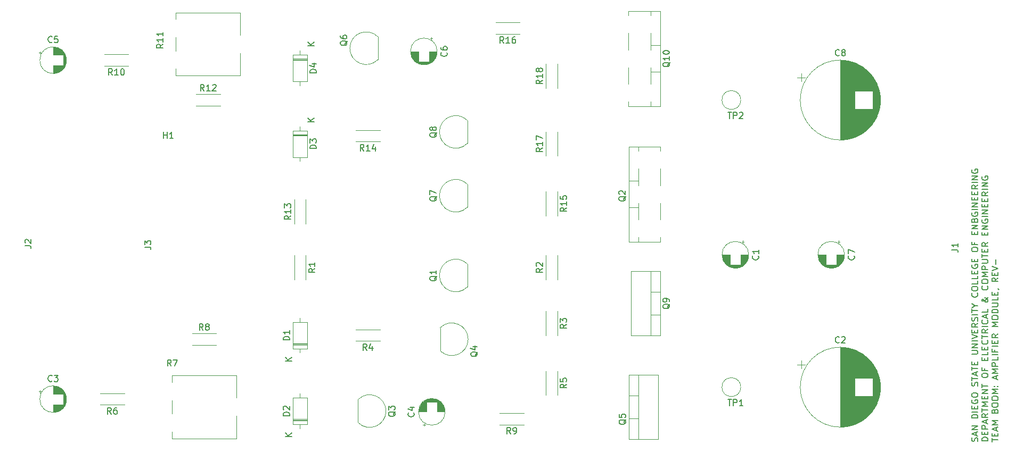
<source format=gbr>
%TF.GenerationSoftware,KiCad,Pcbnew,8.0.4*%
%TF.CreationDate,2024-09-08T18:41:50-07:00*%
%TF.ProjectId,Dorr_Amp_Draft3,446f7272-5f41-46d7-905f-447261667433,-*%
%TF.SameCoordinates,Original*%
%TF.FileFunction,Legend,Top*%
%TF.FilePolarity,Positive*%
%FSLAX46Y46*%
G04 Gerber Fmt 4.6, Leading zero omitted, Abs format (unit mm)*
G04 Created by KiCad (PCBNEW 8.0.4) date 2024-09-08 18:41:50*
%MOMM*%
%LPD*%
G01*
G04 APERTURE LIST*
%ADD10C,0.150000*%
%ADD11C,0.120000*%
G04 APERTURE END LIST*
D10*
X222662312Y-136235839D02*
X222709931Y-136092982D01*
X222709931Y-136092982D02*
X222709931Y-135854887D01*
X222709931Y-135854887D02*
X222662312Y-135759649D01*
X222662312Y-135759649D02*
X222614692Y-135712030D01*
X222614692Y-135712030D02*
X222519454Y-135664411D01*
X222519454Y-135664411D02*
X222424216Y-135664411D01*
X222424216Y-135664411D02*
X222328978Y-135712030D01*
X222328978Y-135712030D02*
X222281359Y-135759649D01*
X222281359Y-135759649D02*
X222233740Y-135854887D01*
X222233740Y-135854887D02*
X222186121Y-136045363D01*
X222186121Y-136045363D02*
X222138502Y-136140601D01*
X222138502Y-136140601D02*
X222090883Y-136188220D01*
X222090883Y-136188220D02*
X221995645Y-136235839D01*
X221995645Y-136235839D02*
X221900407Y-136235839D01*
X221900407Y-136235839D02*
X221805169Y-136188220D01*
X221805169Y-136188220D02*
X221757550Y-136140601D01*
X221757550Y-136140601D02*
X221709931Y-136045363D01*
X221709931Y-136045363D02*
X221709931Y-135807268D01*
X221709931Y-135807268D02*
X221757550Y-135664411D01*
X222424216Y-135283458D02*
X222424216Y-134807268D01*
X222709931Y-135378696D02*
X221709931Y-135045363D01*
X221709931Y-135045363D02*
X222709931Y-134712030D01*
X222709931Y-134378696D02*
X221709931Y-134378696D01*
X221709931Y-134378696D02*
X222709931Y-133807268D01*
X222709931Y-133807268D02*
X221709931Y-133807268D01*
X222709931Y-132569172D02*
X221709931Y-132569172D01*
X221709931Y-132569172D02*
X221709931Y-132331077D01*
X221709931Y-132331077D02*
X221757550Y-132188220D01*
X221757550Y-132188220D02*
X221852788Y-132092982D01*
X221852788Y-132092982D02*
X221948026Y-132045363D01*
X221948026Y-132045363D02*
X222138502Y-131997744D01*
X222138502Y-131997744D02*
X222281359Y-131997744D01*
X222281359Y-131997744D02*
X222471835Y-132045363D01*
X222471835Y-132045363D02*
X222567073Y-132092982D01*
X222567073Y-132092982D02*
X222662312Y-132188220D01*
X222662312Y-132188220D02*
X222709931Y-132331077D01*
X222709931Y-132331077D02*
X222709931Y-132569172D01*
X222709931Y-131569172D02*
X221709931Y-131569172D01*
X222186121Y-131092982D02*
X222186121Y-130759649D01*
X222709931Y-130616792D02*
X222709931Y-131092982D01*
X222709931Y-131092982D02*
X221709931Y-131092982D01*
X221709931Y-131092982D02*
X221709931Y-130616792D01*
X221757550Y-129664411D02*
X221709931Y-129759649D01*
X221709931Y-129759649D02*
X221709931Y-129902506D01*
X221709931Y-129902506D02*
X221757550Y-130045363D01*
X221757550Y-130045363D02*
X221852788Y-130140601D01*
X221852788Y-130140601D02*
X221948026Y-130188220D01*
X221948026Y-130188220D02*
X222138502Y-130235839D01*
X222138502Y-130235839D02*
X222281359Y-130235839D01*
X222281359Y-130235839D02*
X222471835Y-130188220D01*
X222471835Y-130188220D02*
X222567073Y-130140601D01*
X222567073Y-130140601D02*
X222662312Y-130045363D01*
X222662312Y-130045363D02*
X222709931Y-129902506D01*
X222709931Y-129902506D02*
X222709931Y-129807268D01*
X222709931Y-129807268D02*
X222662312Y-129664411D01*
X222662312Y-129664411D02*
X222614692Y-129616792D01*
X222614692Y-129616792D02*
X222281359Y-129616792D01*
X222281359Y-129616792D02*
X222281359Y-129807268D01*
X221709931Y-128997744D02*
X221709931Y-128807268D01*
X221709931Y-128807268D02*
X221757550Y-128712030D01*
X221757550Y-128712030D02*
X221852788Y-128616792D01*
X221852788Y-128616792D02*
X222043264Y-128569173D01*
X222043264Y-128569173D02*
X222376597Y-128569173D01*
X222376597Y-128569173D02*
X222567073Y-128616792D01*
X222567073Y-128616792D02*
X222662312Y-128712030D01*
X222662312Y-128712030D02*
X222709931Y-128807268D01*
X222709931Y-128807268D02*
X222709931Y-128997744D01*
X222709931Y-128997744D02*
X222662312Y-129092982D01*
X222662312Y-129092982D02*
X222567073Y-129188220D01*
X222567073Y-129188220D02*
X222376597Y-129235839D01*
X222376597Y-129235839D02*
X222043264Y-129235839D01*
X222043264Y-129235839D02*
X221852788Y-129188220D01*
X221852788Y-129188220D02*
X221757550Y-129092982D01*
X221757550Y-129092982D02*
X221709931Y-128997744D01*
X222662312Y-127426315D02*
X222709931Y-127283458D01*
X222709931Y-127283458D02*
X222709931Y-127045363D01*
X222709931Y-127045363D02*
X222662312Y-126950125D01*
X222662312Y-126950125D02*
X222614692Y-126902506D01*
X222614692Y-126902506D02*
X222519454Y-126854887D01*
X222519454Y-126854887D02*
X222424216Y-126854887D01*
X222424216Y-126854887D02*
X222328978Y-126902506D01*
X222328978Y-126902506D02*
X222281359Y-126950125D01*
X222281359Y-126950125D02*
X222233740Y-127045363D01*
X222233740Y-127045363D02*
X222186121Y-127235839D01*
X222186121Y-127235839D02*
X222138502Y-127331077D01*
X222138502Y-127331077D02*
X222090883Y-127378696D01*
X222090883Y-127378696D02*
X221995645Y-127426315D01*
X221995645Y-127426315D02*
X221900407Y-127426315D01*
X221900407Y-127426315D02*
X221805169Y-127378696D01*
X221805169Y-127378696D02*
X221757550Y-127331077D01*
X221757550Y-127331077D02*
X221709931Y-127235839D01*
X221709931Y-127235839D02*
X221709931Y-126997744D01*
X221709931Y-126997744D02*
X221757550Y-126854887D01*
X221709931Y-126569172D02*
X221709931Y-125997744D01*
X222709931Y-126283458D02*
X221709931Y-126283458D01*
X222424216Y-125712029D02*
X222424216Y-125235839D01*
X222709931Y-125807267D02*
X221709931Y-125473934D01*
X221709931Y-125473934D02*
X222709931Y-125140601D01*
X221709931Y-124950124D02*
X221709931Y-124378696D01*
X222709931Y-124664410D02*
X221709931Y-124664410D01*
X222186121Y-124045362D02*
X222186121Y-123712029D01*
X222709931Y-123569172D02*
X222709931Y-124045362D01*
X222709931Y-124045362D02*
X221709931Y-124045362D01*
X221709931Y-124045362D02*
X221709931Y-123569172D01*
X221709931Y-122378695D02*
X222519454Y-122378695D01*
X222519454Y-122378695D02*
X222614692Y-122331076D01*
X222614692Y-122331076D02*
X222662312Y-122283457D01*
X222662312Y-122283457D02*
X222709931Y-122188219D01*
X222709931Y-122188219D02*
X222709931Y-121997743D01*
X222709931Y-121997743D02*
X222662312Y-121902505D01*
X222662312Y-121902505D02*
X222614692Y-121854886D01*
X222614692Y-121854886D02*
X222519454Y-121807267D01*
X222519454Y-121807267D02*
X221709931Y-121807267D01*
X222709931Y-121331076D02*
X221709931Y-121331076D01*
X221709931Y-121331076D02*
X222709931Y-120759648D01*
X222709931Y-120759648D02*
X221709931Y-120759648D01*
X222709931Y-120283457D02*
X221709931Y-120283457D01*
X221709931Y-119950124D02*
X222709931Y-119616791D01*
X222709931Y-119616791D02*
X221709931Y-119283458D01*
X222186121Y-118950124D02*
X222186121Y-118616791D01*
X222709931Y-118473934D02*
X222709931Y-118950124D01*
X222709931Y-118950124D02*
X221709931Y-118950124D01*
X221709931Y-118950124D02*
X221709931Y-118473934D01*
X222709931Y-117473934D02*
X222233740Y-117807267D01*
X222709931Y-118045362D02*
X221709931Y-118045362D01*
X221709931Y-118045362D02*
X221709931Y-117664410D01*
X221709931Y-117664410D02*
X221757550Y-117569172D01*
X221757550Y-117569172D02*
X221805169Y-117521553D01*
X221805169Y-117521553D02*
X221900407Y-117473934D01*
X221900407Y-117473934D02*
X222043264Y-117473934D01*
X222043264Y-117473934D02*
X222138502Y-117521553D01*
X222138502Y-117521553D02*
X222186121Y-117569172D01*
X222186121Y-117569172D02*
X222233740Y-117664410D01*
X222233740Y-117664410D02*
X222233740Y-118045362D01*
X222662312Y-117092981D02*
X222709931Y-116950124D01*
X222709931Y-116950124D02*
X222709931Y-116712029D01*
X222709931Y-116712029D02*
X222662312Y-116616791D01*
X222662312Y-116616791D02*
X222614692Y-116569172D01*
X222614692Y-116569172D02*
X222519454Y-116521553D01*
X222519454Y-116521553D02*
X222424216Y-116521553D01*
X222424216Y-116521553D02*
X222328978Y-116569172D01*
X222328978Y-116569172D02*
X222281359Y-116616791D01*
X222281359Y-116616791D02*
X222233740Y-116712029D01*
X222233740Y-116712029D02*
X222186121Y-116902505D01*
X222186121Y-116902505D02*
X222138502Y-116997743D01*
X222138502Y-116997743D02*
X222090883Y-117045362D01*
X222090883Y-117045362D02*
X221995645Y-117092981D01*
X221995645Y-117092981D02*
X221900407Y-117092981D01*
X221900407Y-117092981D02*
X221805169Y-117045362D01*
X221805169Y-117045362D02*
X221757550Y-116997743D01*
X221757550Y-116997743D02*
X221709931Y-116902505D01*
X221709931Y-116902505D02*
X221709931Y-116664410D01*
X221709931Y-116664410D02*
X221757550Y-116521553D01*
X222709931Y-116092981D02*
X221709931Y-116092981D01*
X221709931Y-115759648D02*
X221709931Y-115188220D01*
X222709931Y-115473934D02*
X221709931Y-115473934D01*
X222233740Y-114664410D02*
X222709931Y-114664410D01*
X221709931Y-114997743D02*
X222233740Y-114664410D01*
X222233740Y-114664410D02*
X221709931Y-114331077D01*
X222614692Y-112664410D02*
X222662312Y-112712029D01*
X222662312Y-112712029D02*
X222709931Y-112854886D01*
X222709931Y-112854886D02*
X222709931Y-112950124D01*
X222709931Y-112950124D02*
X222662312Y-113092981D01*
X222662312Y-113092981D02*
X222567073Y-113188219D01*
X222567073Y-113188219D02*
X222471835Y-113235838D01*
X222471835Y-113235838D02*
X222281359Y-113283457D01*
X222281359Y-113283457D02*
X222138502Y-113283457D01*
X222138502Y-113283457D02*
X221948026Y-113235838D01*
X221948026Y-113235838D02*
X221852788Y-113188219D01*
X221852788Y-113188219D02*
X221757550Y-113092981D01*
X221757550Y-113092981D02*
X221709931Y-112950124D01*
X221709931Y-112950124D02*
X221709931Y-112854886D01*
X221709931Y-112854886D02*
X221757550Y-112712029D01*
X221757550Y-112712029D02*
X221805169Y-112664410D01*
X221709931Y-112045362D02*
X221709931Y-111854886D01*
X221709931Y-111854886D02*
X221757550Y-111759648D01*
X221757550Y-111759648D02*
X221852788Y-111664410D01*
X221852788Y-111664410D02*
X222043264Y-111616791D01*
X222043264Y-111616791D02*
X222376597Y-111616791D01*
X222376597Y-111616791D02*
X222567073Y-111664410D01*
X222567073Y-111664410D02*
X222662312Y-111759648D01*
X222662312Y-111759648D02*
X222709931Y-111854886D01*
X222709931Y-111854886D02*
X222709931Y-112045362D01*
X222709931Y-112045362D02*
X222662312Y-112140600D01*
X222662312Y-112140600D02*
X222567073Y-112235838D01*
X222567073Y-112235838D02*
X222376597Y-112283457D01*
X222376597Y-112283457D02*
X222043264Y-112283457D01*
X222043264Y-112283457D02*
X221852788Y-112235838D01*
X221852788Y-112235838D02*
X221757550Y-112140600D01*
X221757550Y-112140600D02*
X221709931Y-112045362D01*
X222709931Y-110712029D02*
X222709931Y-111188219D01*
X222709931Y-111188219D02*
X221709931Y-111188219D01*
X222709931Y-109902505D02*
X222709931Y-110378695D01*
X222709931Y-110378695D02*
X221709931Y-110378695D01*
X222186121Y-109569171D02*
X222186121Y-109235838D01*
X222709931Y-109092981D02*
X222709931Y-109569171D01*
X222709931Y-109569171D02*
X221709931Y-109569171D01*
X221709931Y-109569171D02*
X221709931Y-109092981D01*
X221757550Y-108140600D02*
X221709931Y-108235838D01*
X221709931Y-108235838D02*
X221709931Y-108378695D01*
X221709931Y-108378695D02*
X221757550Y-108521552D01*
X221757550Y-108521552D02*
X221852788Y-108616790D01*
X221852788Y-108616790D02*
X221948026Y-108664409D01*
X221948026Y-108664409D02*
X222138502Y-108712028D01*
X222138502Y-108712028D02*
X222281359Y-108712028D01*
X222281359Y-108712028D02*
X222471835Y-108664409D01*
X222471835Y-108664409D02*
X222567073Y-108616790D01*
X222567073Y-108616790D02*
X222662312Y-108521552D01*
X222662312Y-108521552D02*
X222709931Y-108378695D01*
X222709931Y-108378695D02*
X222709931Y-108283457D01*
X222709931Y-108283457D02*
X222662312Y-108140600D01*
X222662312Y-108140600D02*
X222614692Y-108092981D01*
X222614692Y-108092981D02*
X222281359Y-108092981D01*
X222281359Y-108092981D02*
X222281359Y-108283457D01*
X222186121Y-107664409D02*
X222186121Y-107331076D01*
X222709931Y-107188219D02*
X222709931Y-107664409D01*
X222709931Y-107664409D02*
X221709931Y-107664409D01*
X221709931Y-107664409D02*
X221709931Y-107188219D01*
X221709931Y-105807266D02*
X221709931Y-105616790D01*
X221709931Y-105616790D02*
X221757550Y-105521552D01*
X221757550Y-105521552D02*
X221852788Y-105426314D01*
X221852788Y-105426314D02*
X222043264Y-105378695D01*
X222043264Y-105378695D02*
X222376597Y-105378695D01*
X222376597Y-105378695D02*
X222567073Y-105426314D01*
X222567073Y-105426314D02*
X222662312Y-105521552D01*
X222662312Y-105521552D02*
X222709931Y-105616790D01*
X222709931Y-105616790D02*
X222709931Y-105807266D01*
X222709931Y-105807266D02*
X222662312Y-105902504D01*
X222662312Y-105902504D02*
X222567073Y-105997742D01*
X222567073Y-105997742D02*
X222376597Y-106045361D01*
X222376597Y-106045361D02*
X222043264Y-106045361D01*
X222043264Y-106045361D02*
X221852788Y-105997742D01*
X221852788Y-105997742D02*
X221757550Y-105902504D01*
X221757550Y-105902504D02*
X221709931Y-105807266D01*
X222186121Y-104616790D02*
X222186121Y-104950123D01*
X222709931Y-104950123D02*
X221709931Y-104950123D01*
X221709931Y-104950123D02*
X221709931Y-104473933D01*
X222186121Y-103331075D02*
X222186121Y-102997742D01*
X222709931Y-102854885D02*
X222709931Y-103331075D01*
X222709931Y-103331075D02*
X221709931Y-103331075D01*
X221709931Y-103331075D02*
X221709931Y-102854885D01*
X222709931Y-102426313D02*
X221709931Y-102426313D01*
X221709931Y-102426313D02*
X222709931Y-101854885D01*
X222709931Y-101854885D02*
X221709931Y-101854885D01*
X222186121Y-101045361D02*
X222233740Y-100902504D01*
X222233740Y-100902504D02*
X222281359Y-100854885D01*
X222281359Y-100854885D02*
X222376597Y-100807266D01*
X222376597Y-100807266D02*
X222519454Y-100807266D01*
X222519454Y-100807266D02*
X222614692Y-100854885D01*
X222614692Y-100854885D02*
X222662312Y-100902504D01*
X222662312Y-100902504D02*
X222709931Y-100997742D01*
X222709931Y-100997742D02*
X222709931Y-101378694D01*
X222709931Y-101378694D02*
X221709931Y-101378694D01*
X221709931Y-101378694D02*
X221709931Y-101045361D01*
X221709931Y-101045361D02*
X221757550Y-100950123D01*
X221757550Y-100950123D02*
X221805169Y-100902504D01*
X221805169Y-100902504D02*
X221900407Y-100854885D01*
X221900407Y-100854885D02*
X221995645Y-100854885D01*
X221995645Y-100854885D02*
X222090883Y-100902504D01*
X222090883Y-100902504D02*
X222138502Y-100950123D01*
X222138502Y-100950123D02*
X222186121Y-101045361D01*
X222186121Y-101045361D02*
X222186121Y-101378694D01*
X221757550Y-99854885D02*
X221709931Y-99950123D01*
X221709931Y-99950123D02*
X221709931Y-100092980D01*
X221709931Y-100092980D02*
X221757550Y-100235837D01*
X221757550Y-100235837D02*
X221852788Y-100331075D01*
X221852788Y-100331075D02*
X221948026Y-100378694D01*
X221948026Y-100378694D02*
X222138502Y-100426313D01*
X222138502Y-100426313D02*
X222281359Y-100426313D01*
X222281359Y-100426313D02*
X222471835Y-100378694D01*
X222471835Y-100378694D02*
X222567073Y-100331075D01*
X222567073Y-100331075D02*
X222662312Y-100235837D01*
X222662312Y-100235837D02*
X222709931Y-100092980D01*
X222709931Y-100092980D02*
X222709931Y-99997742D01*
X222709931Y-99997742D02*
X222662312Y-99854885D01*
X222662312Y-99854885D02*
X222614692Y-99807266D01*
X222614692Y-99807266D02*
X222281359Y-99807266D01*
X222281359Y-99807266D02*
X222281359Y-99997742D01*
X222709931Y-99378694D02*
X221709931Y-99378694D01*
X222709931Y-98902504D02*
X221709931Y-98902504D01*
X221709931Y-98902504D02*
X222709931Y-98331076D01*
X222709931Y-98331076D02*
X221709931Y-98331076D01*
X222186121Y-97854885D02*
X222186121Y-97521552D01*
X222709931Y-97378695D02*
X222709931Y-97854885D01*
X222709931Y-97854885D02*
X221709931Y-97854885D01*
X221709931Y-97854885D02*
X221709931Y-97378695D01*
X222186121Y-96950123D02*
X222186121Y-96616790D01*
X222709931Y-96473933D02*
X222709931Y-96950123D01*
X222709931Y-96950123D02*
X221709931Y-96950123D01*
X221709931Y-96950123D02*
X221709931Y-96473933D01*
X222709931Y-95473933D02*
X222233740Y-95807266D01*
X222709931Y-96045361D02*
X221709931Y-96045361D01*
X221709931Y-96045361D02*
X221709931Y-95664409D01*
X221709931Y-95664409D02*
X221757550Y-95569171D01*
X221757550Y-95569171D02*
X221805169Y-95521552D01*
X221805169Y-95521552D02*
X221900407Y-95473933D01*
X221900407Y-95473933D02*
X222043264Y-95473933D01*
X222043264Y-95473933D02*
X222138502Y-95521552D01*
X222138502Y-95521552D02*
X222186121Y-95569171D01*
X222186121Y-95569171D02*
X222233740Y-95664409D01*
X222233740Y-95664409D02*
X222233740Y-96045361D01*
X222709931Y-95045361D02*
X221709931Y-95045361D01*
X222709931Y-94569171D02*
X221709931Y-94569171D01*
X221709931Y-94569171D02*
X222709931Y-93997743D01*
X222709931Y-93997743D02*
X221709931Y-93997743D01*
X221757550Y-92997743D02*
X221709931Y-93092981D01*
X221709931Y-93092981D02*
X221709931Y-93235838D01*
X221709931Y-93235838D02*
X221757550Y-93378695D01*
X221757550Y-93378695D02*
X221852788Y-93473933D01*
X221852788Y-93473933D02*
X221948026Y-93521552D01*
X221948026Y-93521552D02*
X222138502Y-93569171D01*
X222138502Y-93569171D02*
X222281359Y-93569171D01*
X222281359Y-93569171D02*
X222471835Y-93521552D01*
X222471835Y-93521552D02*
X222567073Y-93473933D01*
X222567073Y-93473933D02*
X222662312Y-93378695D01*
X222662312Y-93378695D02*
X222709931Y-93235838D01*
X222709931Y-93235838D02*
X222709931Y-93140600D01*
X222709931Y-93140600D02*
X222662312Y-92997743D01*
X222662312Y-92997743D02*
X222614692Y-92950124D01*
X222614692Y-92950124D02*
X222281359Y-92950124D01*
X222281359Y-92950124D02*
X222281359Y-93140600D01*
X224319875Y-136188220D02*
X223319875Y-136188220D01*
X223319875Y-136188220D02*
X223319875Y-135950125D01*
X223319875Y-135950125D02*
X223367494Y-135807268D01*
X223367494Y-135807268D02*
X223462732Y-135712030D01*
X223462732Y-135712030D02*
X223557970Y-135664411D01*
X223557970Y-135664411D02*
X223748446Y-135616792D01*
X223748446Y-135616792D02*
X223891303Y-135616792D01*
X223891303Y-135616792D02*
X224081779Y-135664411D01*
X224081779Y-135664411D02*
X224177017Y-135712030D01*
X224177017Y-135712030D02*
X224272256Y-135807268D01*
X224272256Y-135807268D02*
X224319875Y-135950125D01*
X224319875Y-135950125D02*
X224319875Y-136188220D01*
X223796065Y-135188220D02*
X223796065Y-134854887D01*
X224319875Y-134712030D02*
X224319875Y-135188220D01*
X224319875Y-135188220D02*
X223319875Y-135188220D01*
X223319875Y-135188220D02*
X223319875Y-134712030D01*
X224319875Y-134283458D02*
X223319875Y-134283458D01*
X223319875Y-134283458D02*
X223319875Y-133902506D01*
X223319875Y-133902506D02*
X223367494Y-133807268D01*
X223367494Y-133807268D02*
X223415113Y-133759649D01*
X223415113Y-133759649D02*
X223510351Y-133712030D01*
X223510351Y-133712030D02*
X223653208Y-133712030D01*
X223653208Y-133712030D02*
X223748446Y-133759649D01*
X223748446Y-133759649D02*
X223796065Y-133807268D01*
X223796065Y-133807268D02*
X223843684Y-133902506D01*
X223843684Y-133902506D02*
X223843684Y-134283458D01*
X224034160Y-133331077D02*
X224034160Y-132854887D01*
X224319875Y-133426315D02*
X223319875Y-133092982D01*
X223319875Y-133092982D02*
X224319875Y-132759649D01*
X224319875Y-131854887D02*
X223843684Y-132188220D01*
X224319875Y-132426315D02*
X223319875Y-132426315D01*
X223319875Y-132426315D02*
X223319875Y-132045363D01*
X223319875Y-132045363D02*
X223367494Y-131950125D01*
X223367494Y-131950125D02*
X223415113Y-131902506D01*
X223415113Y-131902506D02*
X223510351Y-131854887D01*
X223510351Y-131854887D02*
X223653208Y-131854887D01*
X223653208Y-131854887D02*
X223748446Y-131902506D01*
X223748446Y-131902506D02*
X223796065Y-131950125D01*
X223796065Y-131950125D02*
X223843684Y-132045363D01*
X223843684Y-132045363D02*
X223843684Y-132426315D01*
X223319875Y-131569172D02*
X223319875Y-130997744D01*
X224319875Y-131283458D02*
X223319875Y-131283458D01*
X224319875Y-130664410D02*
X223319875Y-130664410D01*
X223319875Y-130664410D02*
X224034160Y-130331077D01*
X224034160Y-130331077D02*
X223319875Y-129997744D01*
X223319875Y-129997744D02*
X224319875Y-129997744D01*
X223796065Y-129521553D02*
X223796065Y-129188220D01*
X224319875Y-129045363D02*
X224319875Y-129521553D01*
X224319875Y-129521553D02*
X223319875Y-129521553D01*
X223319875Y-129521553D02*
X223319875Y-129045363D01*
X224319875Y-128616791D02*
X223319875Y-128616791D01*
X223319875Y-128616791D02*
X224319875Y-128045363D01*
X224319875Y-128045363D02*
X223319875Y-128045363D01*
X223319875Y-127712029D02*
X223319875Y-127140601D01*
X224319875Y-127426315D02*
X223319875Y-127426315D01*
X223319875Y-125854886D02*
X223319875Y-125664410D01*
X223319875Y-125664410D02*
X223367494Y-125569172D01*
X223367494Y-125569172D02*
X223462732Y-125473934D01*
X223462732Y-125473934D02*
X223653208Y-125426315D01*
X223653208Y-125426315D02*
X223986541Y-125426315D01*
X223986541Y-125426315D02*
X224177017Y-125473934D01*
X224177017Y-125473934D02*
X224272256Y-125569172D01*
X224272256Y-125569172D02*
X224319875Y-125664410D01*
X224319875Y-125664410D02*
X224319875Y-125854886D01*
X224319875Y-125854886D02*
X224272256Y-125950124D01*
X224272256Y-125950124D02*
X224177017Y-126045362D01*
X224177017Y-126045362D02*
X223986541Y-126092981D01*
X223986541Y-126092981D02*
X223653208Y-126092981D01*
X223653208Y-126092981D02*
X223462732Y-126045362D01*
X223462732Y-126045362D02*
X223367494Y-125950124D01*
X223367494Y-125950124D02*
X223319875Y-125854886D01*
X223796065Y-124664410D02*
X223796065Y-124997743D01*
X224319875Y-124997743D02*
X223319875Y-124997743D01*
X223319875Y-124997743D02*
X223319875Y-124521553D01*
X223796065Y-123378695D02*
X223796065Y-123045362D01*
X224319875Y-122902505D02*
X224319875Y-123378695D01*
X224319875Y-123378695D02*
X223319875Y-123378695D01*
X223319875Y-123378695D02*
X223319875Y-122902505D01*
X224319875Y-121997743D02*
X224319875Y-122473933D01*
X224319875Y-122473933D02*
X223319875Y-122473933D01*
X223796065Y-121664409D02*
X223796065Y-121331076D01*
X224319875Y-121188219D02*
X224319875Y-121664409D01*
X224319875Y-121664409D02*
X223319875Y-121664409D01*
X223319875Y-121664409D02*
X223319875Y-121188219D01*
X224224636Y-120188219D02*
X224272256Y-120235838D01*
X224272256Y-120235838D02*
X224319875Y-120378695D01*
X224319875Y-120378695D02*
X224319875Y-120473933D01*
X224319875Y-120473933D02*
X224272256Y-120616790D01*
X224272256Y-120616790D02*
X224177017Y-120712028D01*
X224177017Y-120712028D02*
X224081779Y-120759647D01*
X224081779Y-120759647D02*
X223891303Y-120807266D01*
X223891303Y-120807266D02*
X223748446Y-120807266D01*
X223748446Y-120807266D02*
X223557970Y-120759647D01*
X223557970Y-120759647D02*
X223462732Y-120712028D01*
X223462732Y-120712028D02*
X223367494Y-120616790D01*
X223367494Y-120616790D02*
X223319875Y-120473933D01*
X223319875Y-120473933D02*
X223319875Y-120378695D01*
X223319875Y-120378695D02*
X223367494Y-120235838D01*
X223367494Y-120235838D02*
X223415113Y-120188219D01*
X223319875Y-119902504D02*
X223319875Y-119331076D01*
X224319875Y-119616790D02*
X223319875Y-119616790D01*
X224319875Y-118426314D02*
X223843684Y-118759647D01*
X224319875Y-118997742D02*
X223319875Y-118997742D01*
X223319875Y-118997742D02*
X223319875Y-118616790D01*
X223319875Y-118616790D02*
X223367494Y-118521552D01*
X223367494Y-118521552D02*
X223415113Y-118473933D01*
X223415113Y-118473933D02*
X223510351Y-118426314D01*
X223510351Y-118426314D02*
X223653208Y-118426314D01*
X223653208Y-118426314D02*
X223748446Y-118473933D01*
X223748446Y-118473933D02*
X223796065Y-118521552D01*
X223796065Y-118521552D02*
X223843684Y-118616790D01*
X223843684Y-118616790D02*
X223843684Y-118997742D01*
X224319875Y-117997742D02*
X223319875Y-117997742D01*
X224224636Y-116950124D02*
X224272256Y-116997743D01*
X224272256Y-116997743D02*
X224319875Y-117140600D01*
X224319875Y-117140600D02*
X224319875Y-117235838D01*
X224319875Y-117235838D02*
X224272256Y-117378695D01*
X224272256Y-117378695D02*
X224177017Y-117473933D01*
X224177017Y-117473933D02*
X224081779Y-117521552D01*
X224081779Y-117521552D02*
X223891303Y-117569171D01*
X223891303Y-117569171D02*
X223748446Y-117569171D01*
X223748446Y-117569171D02*
X223557970Y-117521552D01*
X223557970Y-117521552D02*
X223462732Y-117473933D01*
X223462732Y-117473933D02*
X223367494Y-117378695D01*
X223367494Y-117378695D02*
X223319875Y-117235838D01*
X223319875Y-117235838D02*
X223319875Y-117140600D01*
X223319875Y-117140600D02*
X223367494Y-116997743D01*
X223367494Y-116997743D02*
X223415113Y-116950124D01*
X224034160Y-116569171D02*
X224034160Y-116092981D01*
X224319875Y-116664409D02*
X223319875Y-116331076D01*
X223319875Y-116331076D02*
X224319875Y-115997743D01*
X224319875Y-115188219D02*
X224319875Y-115664409D01*
X224319875Y-115664409D02*
X223319875Y-115664409D01*
X224319875Y-113283456D02*
X224319875Y-113331076D01*
X224319875Y-113331076D02*
X224272256Y-113426314D01*
X224272256Y-113426314D02*
X224129398Y-113569171D01*
X224129398Y-113569171D02*
X223843684Y-113807266D01*
X223843684Y-113807266D02*
X223700827Y-113902504D01*
X223700827Y-113902504D02*
X223557970Y-113950123D01*
X223557970Y-113950123D02*
X223462732Y-113950123D01*
X223462732Y-113950123D02*
X223367494Y-113902504D01*
X223367494Y-113902504D02*
X223319875Y-113807266D01*
X223319875Y-113807266D02*
X223319875Y-113759647D01*
X223319875Y-113759647D02*
X223367494Y-113664409D01*
X223367494Y-113664409D02*
X223462732Y-113616790D01*
X223462732Y-113616790D02*
X223510351Y-113616790D01*
X223510351Y-113616790D02*
X223605589Y-113664409D01*
X223605589Y-113664409D02*
X223653208Y-113712028D01*
X223653208Y-113712028D02*
X223843684Y-113997742D01*
X223843684Y-113997742D02*
X223891303Y-114045361D01*
X223891303Y-114045361D02*
X223986541Y-114092980D01*
X223986541Y-114092980D02*
X224129398Y-114092980D01*
X224129398Y-114092980D02*
X224224636Y-114045361D01*
X224224636Y-114045361D02*
X224272256Y-113997742D01*
X224272256Y-113997742D02*
X224319875Y-113902504D01*
X224319875Y-113902504D02*
X224319875Y-113759647D01*
X224319875Y-113759647D02*
X224272256Y-113664409D01*
X224272256Y-113664409D02*
X224224636Y-113616790D01*
X224224636Y-113616790D02*
X224034160Y-113473933D01*
X224034160Y-113473933D02*
X223891303Y-113426314D01*
X223891303Y-113426314D02*
X223796065Y-113426314D01*
X224224636Y-111521552D02*
X224272256Y-111569171D01*
X224272256Y-111569171D02*
X224319875Y-111712028D01*
X224319875Y-111712028D02*
X224319875Y-111807266D01*
X224319875Y-111807266D02*
X224272256Y-111950123D01*
X224272256Y-111950123D02*
X224177017Y-112045361D01*
X224177017Y-112045361D02*
X224081779Y-112092980D01*
X224081779Y-112092980D02*
X223891303Y-112140599D01*
X223891303Y-112140599D02*
X223748446Y-112140599D01*
X223748446Y-112140599D02*
X223557970Y-112092980D01*
X223557970Y-112092980D02*
X223462732Y-112045361D01*
X223462732Y-112045361D02*
X223367494Y-111950123D01*
X223367494Y-111950123D02*
X223319875Y-111807266D01*
X223319875Y-111807266D02*
X223319875Y-111712028D01*
X223319875Y-111712028D02*
X223367494Y-111569171D01*
X223367494Y-111569171D02*
X223415113Y-111521552D01*
X223319875Y-110902504D02*
X223319875Y-110712028D01*
X223319875Y-110712028D02*
X223367494Y-110616790D01*
X223367494Y-110616790D02*
X223462732Y-110521552D01*
X223462732Y-110521552D02*
X223653208Y-110473933D01*
X223653208Y-110473933D02*
X223986541Y-110473933D01*
X223986541Y-110473933D02*
X224177017Y-110521552D01*
X224177017Y-110521552D02*
X224272256Y-110616790D01*
X224272256Y-110616790D02*
X224319875Y-110712028D01*
X224319875Y-110712028D02*
X224319875Y-110902504D01*
X224319875Y-110902504D02*
X224272256Y-110997742D01*
X224272256Y-110997742D02*
X224177017Y-111092980D01*
X224177017Y-111092980D02*
X223986541Y-111140599D01*
X223986541Y-111140599D02*
X223653208Y-111140599D01*
X223653208Y-111140599D02*
X223462732Y-111092980D01*
X223462732Y-111092980D02*
X223367494Y-110997742D01*
X223367494Y-110997742D02*
X223319875Y-110902504D01*
X224319875Y-110045361D02*
X223319875Y-110045361D01*
X223319875Y-110045361D02*
X224034160Y-109712028D01*
X224034160Y-109712028D02*
X223319875Y-109378695D01*
X223319875Y-109378695D02*
X224319875Y-109378695D01*
X224319875Y-108902504D02*
X223319875Y-108902504D01*
X223319875Y-108902504D02*
X223319875Y-108521552D01*
X223319875Y-108521552D02*
X223367494Y-108426314D01*
X223367494Y-108426314D02*
X223415113Y-108378695D01*
X223415113Y-108378695D02*
X223510351Y-108331076D01*
X223510351Y-108331076D02*
X223653208Y-108331076D01*
X223653208Y-108331076D02*
X223748446Y-108378695D01*
X223748446Y-108378695D02*
X223796065Y-108426314D01*
X223796065Y-108426314D02*
X223843684Y-108521552D01*
X223843684Y-108521552D02*
X223843684Y-108902504D01*
X223319875Y-107902504D02*
X224129398Y-107902504D01*
X224129398Y-107902504D02*
X224224636Y-107854885D01*
X224224636Y-107854885D02*
X224272256Y-107807266D01*
X224272256Y-107807266D02*
X224319875Y-107712028D01*
X224319875Y-107712028D02*
X224319875Y-107521552D01*
X224319875Y-107521552D02*
X224272256Y-107426314D01*
X224272256Y-107426314D02*
X224224636Y-107378695D01*
X224224636Y-107378695D02*
X224129398Y-107331076D01*
X224129398Y-107331076D02*
X223319875Y-107331076D01*
X223319875Y-106997742D02*
X223319875Y-106426314D01*
X224319875Y-106712028D02*
X223319875Y-106712028D01*
X223796065Y-106092980D02*
X223796065Y-105759647D01*
X224319875Y-105616790D02*
X224319875Y-106092980D01*
X224319875Y-106092980D02*
X223319875Y-106092980D01*
X223319875Y-106092980D02*
X223319875Y-105616790D01*
X224319875Y-104616790D02*
X223843684Y-104950123D01*
X224319875Y-105188218D02*
X223319875Y-105188218D01*
X223319875Y-105188218D02*
X223319875Y-104807266D01*
X223319875Y-104807266D02*
X223367494Y-104712028D01*
X223367494Y-104712028D02*
X223415113Y-104664409D01*
X223415113Y-104664409D02*
X223510351Y-104616790D01*
X223510351Y-104616790D02*
X223653208Y-104616790D01*
X223653208Y-104616790D02*
X223748446Y-104664409D01*
X223748446Y-104664409D02*
X223796065Y-104712028D01*
X223796065Y-104712028D02*
X223843684Y-104807266D01*
X223843684Y-104807266D02*
X223843684Y-105188218D01*
X223796065Y-103426313D02*
X223796065Y-103092980D01*
X224319875Y-102950123D02*
X224319875Y-103426313D01*
X224319875Y-103426313D02*
X223319875Y-103426313D01*
X223319875Y-103426313D02*
X223319875Y-102950123D01*
X224319875Y-102521551D02*
X223319875Y-102521551D01*
X223319875Y-102521551D02*
X224319875Y-101950123D01*
X224319875Y-101950123D02*
X223319875Y-101950123D01*
X223367494Y-100950123D02*
X223319875Y-101045361D01*
X223319875Y-101045361D02*
X223319875Y-101188218D01*
X223319875Y-101188218D02*
X223367494Y-101331075D01*
X223367494Y-101331075D02*
X223462732Y-101426313D01*
X223462732Y-101426313D02*
X223557970Y-101473932D01*
X223557970Y-101473932D02*
X223748446Y-101521551D01*
X223748446Y-101521551D02*
X223891303Y-101521551D01*
X223891303Y-101521551D02*
X224081779Y-101473932D01*
X224081779Y-101473932D02*
X224177017Y-101426313D01*
X224177017Y-101426313D02*
X224272256Y-101331075D01*
X224272256Y-101331075D02*
X224319875Y-101188218D01*
X224319875Y-101188218D02*
X224319875Y-101092980D01*
X224319875Y-101092980D02*
X224272256Y-100950123D01*
X224272256Y-100950123D02*
X224224636Y-100902504D01*
X224224636Y-100902504D02*
X223891303Y-100902504D01*
X223891303Y-100902504D02*
X223891303Y-101092980D01*
X224319875Y-100473932D02*
X223319875Y-100473932D01*
X224319875Y-99997742D02*
X223319875Y-99997742D01*
X223319875Y-99997742D02*
X224319875Y-99426314D01*
X224319875Y-99426314D02*
X223319875Y-99426314D01*
X223796065Y-98950123D02*
X223796065Y-98616790D01*
X224319875Y-98473933D02*
X224319875Y-98950123D01*
X224319875Y-98950123D02*
X223319875Y-98950123D01*
X223319875Y-98950123D02*
X223319875Y-98473933D01*
X223796065Y-98045361D02*
X223796065Y-97712028D01*
X224319875Y-97569171D02*
X224319875Y-98045361D01*
X224319875Y-98045361D02*
X223319875Y-98045361D01*
X223319875Y-98045361D02*
X223319875Y-97569171D01*
X224319875Y-96569171D02*
X223843684Y-96902504D01*
X224319875Y-97140599D02*
X223319875Y-97140599D01*
X223319875Y-97140599D02*
X223319875Y-96759647D01*
X223319875Y-96759647D02*
X223367494Y-96664409D01*
X223367494Y-96664409D02*
X223415113Y-96616790D01*
X223415113Y-96616790D02*
X223510351Y-96569171D01*
X223510351Y-96569171D02*
X223653208Y-96569171D01*
X223653208Y-96569171D02*
X223748446Y-96616790D01*
X223748446Y-96616790D02*
X223796065Y-96664409D01*
X223796065Y-96664409D02*
X223843684Y-96759647D01*
X223843684Y-96759647D02*
X223843684Y-97140599D01*
X224319875Y-96140599D02*
X223319875Y-96140599D01*
X224319875Y-95664409D02*
X223319875Y-95664409D01*
X223319875Y-95664409D02*
X224319875Y-95092981D01*
X224319875Y-95092981D02*
X223319875Y-95092981D01*
X223367494Y-94092981D02*
X223319875Y-94188219D01*
X223319875Y-94188219D02*
X223319875Y-94331076D01*
X223319875Y-94331076D02*
X223367494Y-94473933D01*
X223367494Y-94473933D02*
X223462732Y-94569171D01*
X223462732Y-94569171D02*
X223557970Y-94616790D01*
X223557970Y-94616790D02*
X223748446Y-94664409D01*
X223748446Y-94664409D02*
X223891303Y-94664409D01*
X223891303Y-94664409D02*
X224081779Y-94616790D01*
X224081779Y-94616790D02*
X224177017Y-94569171D01*
X224177017Y-94569171D02*
X224272256Y-94473933D01*
X224272256Y-94473933D02*
X224319875Y-94331076D01*
X224319875Y-94331076D02*
X224319875Y-94235838D01*
X224319875Y-94235838D02*
X224272256Y-94092981D01*
X224272256Y-94092981D02*
X224224636Y-94045362D01*
X224224636Y-94045362D02*
X223891303Y-94045362D01*
X223891303Y-94045362D02*
X223891303Y-94235838D01*
X224929819Y-136331077D02*
X224929819Y-135759649D01*
X225929819Y-136045363D02*
X224929819Y-136045363D01*
X225406009Y-135426315D02*
X225406009Y-135092982D01*
X225929819Y-134950125D02*
X225929819Y-135426315D01*
X225929819Y-135426315D02*
X224929819Y-135426315D01*
X224929819Y-135426315D02*
X224929819Y-134950125D01*
X225644104Y-134569172D02*
X225644104Y-134092982D01*
X225929819Y-134664410D02*
X224929819Y-134331077D01*
X224929819Y-134331077D02*
X225929819Y-133997744D01*
X225929819Y-133664410D02*
X224929819Y-133664410D01*
X224929819Y-133664410D02*
X225644104Y-133331077D01*
X225644104Y-133331077D02*
X224929819Y-132997744D01*
X224929819Y-132997744D02*
X225929819Y-132997744D01*
X225406009Y-131426315D02*
X225453628Y-131283458D01*
X225453628Y-131283458D02*
X225501247Y-131235839D01*
X225501247Y-131235839D02*
X225596485Y-131188220D01*
X225596485Y-131188220D02*
X225739342Y-131188220D01*
X225739342Y-131188220D02*
X225834580Y-131235839D01*
X225834580Y-131235839D02*
X225882200Y-131283458D01*
X225882200Y-131283458D02*
X225929819Y-131378696D01*
X225929819Y-131378696D02*
X225929819Y-131759648D01*
X225929819Y-131759648D02*
X224929819Y-131759648D01*
X224929819Y-131759648D02*
X224929819Y-131426315D01*
X224929819Y-131426315D02*
X224977438Y-131331077D01*
X224977438Y-131331077D02*
X225025057Y-131283458D01*
X225025057Y-131283458D02*
X225120295Y-131235839D01*
X225120295Y-131235839D02*
X225215533Y-131235839D01*
X225215533Y-131235839D02*
X225310771Y-131283458D01*
X225310771Y-131283458D02*
X225358390Y-131331077D01*
X225358390Y-131331077D02*
X225406009Y-131426315D01*
X225406009Y-131426315D02*
X225406009Y-131759648D01*
X224929819Y-130569172D02*
X224929819Y-130378696D01*
X224929819Y-130378696D02*
X224977438Y-130283458D01*
X224977438Y-130283458D02*
X225072676Y-130188220D01*
X225072676Y-130188220D02*
X225263152Y-130140601D01*
X225263152Y-130140601D02*
X225596485Y-130140601D01*
X225596485Y-130140601D02*
X225786961Y-130188220D01*
X225786961Y-130188220D02*
X225882200Y-130283458D01*
X225882200Y-130283458D02*
X225929819Y-130378696D01*
X225929819Y-130378696D02*
X225929819Y-130569172D01*
X225929819Y-130569172D02*
X225882200Y-130664410D01*
X225882200Y-130664410D02*
X225786961Y-130759648D01*
X225786961Y-130759648D02*
X225596485Y-130807267D01*
X225596485Y-130807267D02*
X225263152Y-130807267D01*
X225263152Y-130807267D02*
X225072676Y-130759648D01*
X225072676Y-130759648D02*
X224977438Y-130664410D01*
X224977438Y-130664410D02*
X224929819Y-130569172D01*
X224929819Y-129521553D02*
X224929819Y-129331077D01*
X224929819Y-129331077D02*
X224977438Y-129235839D01*
X224977438Y-129235839D02*
X225072676Y-129140601D01*
X225072676Y-129140601D02*
X225263152Y-129092982D01*
X225263152Y-129092982D02*
X225596485Y-129092982D01*
X225596485Y-129092982D02*
X225786961Y-129140601D01*
X225786961Y-129140601D02*
X225882200Y-129235839D01*
X225882200Y-129235839D02*
X225929819Y-129331077D01*
X225929819Y-129331077D02*
X225929819Y-129521553D01*
X225929819Y-129521553D02*
X225882200Y-129616791D01*
X225882200Y-129616791D02*
X225786961Y-129712029D01*
X225786961Y-129712029D02*
X225596485Y-129759648D01*
X225596485Y-129759648D02*
X225263152Y-129759648D01*
X225263152Y-129759648D02*
X225072676Y-129712029D01*
X225072676Y-129712029D02*
X224977438Y-129616791D01*
X224977438Y-129616791D02*
X224929819Y-129521553D01*
X225929819Y-128664410D02*
X224929819Y-128664410D01*
X224929819Y-128664410D02*
X225644104Y-128331077D01*
X225644104Y-128331077D02*
X224929819Y-127997744D01*
X224929819Y-127997744D02*
X225929819Y-127997744D01*
X225834580Y-127521553D02*
X225882200Y-127473934D01*
X225882200Y-127473934D02*
X225929819Y-127521553D01*
X225929819Y-127521553D02*
X225882200Y-127569172D01*
X225882200Y-127569172D02*
X225834580Y-127521553D01*
X225834580Y-127521553D02*
X225929819Y-127521553D01*
X225310771Y-127521553D02*
X225358390Y-127473934D01*
X225358390Y-127473934D02*
X225406009Y-127521553D01*
X225406009Y-127521553D02*
X225358390Y-127569172D01*
X225358390Y-127569172D02*
X225310771Y-127521553D01*
X225310771Y-127521553D02*
X225406009Y-127521553D01*
X225644104Y-126331077D02*
X225644104Y-125854887D01*
X225929819Y-126426315D02*
X224929819Y-126092982D01*
X224929819Y-126092982D02*
X225929819Y-125759649D01*
X225929819Y-125426315D02*
X224929819Y-125426315D01*
X224929819Y-125426315D02*
X225644104Y-125092982D01*
X225644104Y-125092982D02*
X224929819Y-124759649D01*
X224929819Y-124759649D02*
X225929819Y-124759649D01*
X225929819Y-124283458D02*
X224929819Y-124283458D01*
X224929819Y-124283458D02*
X224929819Y-123902506D01*
X224929819Y-123902506D02*
X224977438Y-123807268D01*
X224977438Y-123807268D02*
X225025057Y-123759649D01*
X225025057Y-123759649D02*
X225120295Y-123712030D01*
X225120295Y-123712030D02*
X225263152Y-123712030D01*
X225263152Y-123712030D02*
X225358390Y-123759649D01*
X225358390Y-123759649D02*
X225406009Y-123807268D01*
X225406009Y-123807268D02*
X225453628Y-123902506D01*
X225453628Y-123902506D02*
X225453628Y-124283458D01*
X225929819Y-122807268D02*
X225929819Y-123283458D01*
X225929819Y-123283458D02*
X224929819Y-123283458D01*
X225929819Y-122473934D02*
X224929819Y-122473934D01*
X225406009Y-121664411D02*
X225406009Y-121997744D01*
X225929819Y-121997744D02*
X224929819Y-121997744D01*
X224929819Y-121997744D02*
X224929819Y-121521554D01*
X225929819Y-121140601D02*
X224929819Y-121140601D01*
X225406009Y-120664411D02*
X225406009Y-120331078D01*
X225929819Y-120188221D02*
X225929819Y-120664411D01*
X225929819Y-120664411D02*
X224929819Y-120664411D01*
X224929819Y-120664411D02*
X224929819Y-120188221D01*
X225929819Y-119188221D02*
X225453628Y-119521554D01*
X225929819Y-119759649D02*
X224929819Y-119759649D01*
X224929819Y-119759649D02*
X224929819Y-119378697D01*
X224929819Y-119378697D02*
X224977438Y-119283459D01*
X224977438Y-119283459D02*
X225025057Y-119235840D01*
X225025057Y-119235840D02*
X225120295Y-119188221D01*
X225120295Y-119188221D02*
X225263152Y-119188221D01*
X225263152Y-119188221D02*
X225358390Y-119235840D01*
X225358390Y-119235840D02*
X225406009Y-119283459D01*
X225406009Y-119283459D02*
X225453628Y-119378697D01*
X225453628Y-119378697D02*
X225453628Y-119759649D01*
X225929819Y-117997744D02*
X224929819Y-117997744D01*
X224929819Y-117997744D02*
X225644104Y-117664411D01*
X225644104Y-117664411D02*
X224929819Y-117331078D01*
X224929819Y-117331078D02*
X225929819Y-117331078D01*
X224929819Y-116664411D02*
X224929819Y-116473935D01*
X224929819Y-116473935D02*
X224977438Y-116378697D01*
X224977438Y-116378697D02*
X225072676Y-116283459D01*
X225072676Y-116283459D02*
X225263152Y-116235840D01*
X225263152Y-116235840D02*
X225596485Y-116235840D01*
X225596485Y-116235840D02*
X225786961Y-116283459D01*
X225786961Y-116283459D02*
X225882200Y-116378697D01*
X225882200Y-116378697D02*
X225929819Y-116473935D01*
X225929819Y-116473935D02*
X225929819Y-116664411D01*
X225929819Y-116664411D02*
X225882200Y-116759649D01*
X225882200Y-116759649D02*
X225786961Y-116854887D01*
X225786961Y-116854887D02*
X225596485Y-116902506D01*
X225596485Y-116902506D02*
X225263152Y-116902506D01*
X225263152Y-116902506D02*
X225072676Y-116854887D01*
X225072676Y-116854887D02*
X224977438Y-116759649D01*
X224977438Y-116759649D02*
X224929819Y-116664411D01*
X225929819Y-115807268D02*
X224929819Y-115807268D01*
X224929819Y-115807268D02*
X224929819Y-115569173D01*
X224929819Y-115569173D02*
X224977438Y-115426316D01*
X224977438Y-115426316D02*
X225072676Y-115331078D01*
X225072676Y-115331078D02*
X225167914Y-115283459D01*
X225167914Y-115283459D02*
X225358390Y-115235840D01*
X225358390Y-115235840D02*
X225501247Y-115235840D01*
X225501247Y-115235840D02*
X225691723Y-115283459D01*
X225691723Y-115283459D02*
X225786961Y-115331078D01*
X225786961Y-115331078D02*
X225882200Y-115426316D01*
X225882200Y-115426316D02*
X225929819Y-115569173D01*
X225929819Y-115569173D02*
X225929819Y-115807268D01*
X224929819Y-114807268D02*
X225739342Y-114807268D01*
X225739342Y-114807268D02*
X225834580Y-114759649D01*
X225834580Y-114759649D02*
X225882200Y-114712030D01*
X225882200Y-114712030D02*
X225929819Y-114616792D01*
X225929819Y-114616792D02*
X225929819Y-114426316D01*
X225929819Y-114426316D02*
X225882200Y-114331078D01*
X225882200Y-114331078D02*
X225834580Y-114283459D01*
X225834580Y-114283459D02*
X225739342Y-114235840D01*
X225739342Y-114235840D02*
X224929819Y-114235840D01*
X225929819Y-113283459D02*
X225929819Y-113759649D01*
X225929819Y-113759649D02*
X224929819Y-113759649D01*
X225406009Y-112950125D02*
X225406009Y-112616792D01*
X225929819Y-112473935D02*
X225929819Y-112950125D01*
X225929819Y-112950125D02*
X224929819Y-112950125D01*
X224929819Y-112950125D02*
X224929819Y-112473935D01*
X225882200Y-111997744D02*
X225929819Y-111997744D01*
X225929819Y-111997744D02*
X226025057Y-112045363D01*
X226025057Y-112045363D02*
X226072676Y-112092982D01*
X225929819Y-110235840D02*
X225453628Y-110569173D01*
X225929819Y-110807268D02*
X224929819Y-110807268D01*
X224929819Y-110807268D02*
X224929819Y-110426316D01*
X224929819Y-110426316D02*
X224977438Y-110331078D01*
X224977438Y-110331078D02*
X225025057Y-110283459D01*
X225025057Y-110283459D02*
X225120295Y-110235840D01*
X225120295Y-110235840D02*
X225263152Y-110235840D01*
X225263152Y-110235840D02*
X225358390Y-110283459D01*
X225358390Y-110283459D02*
X225406009Y-110331078D01*
X225406009Y-110331078D02*
X225453628Y-110426316D01*
X225453628Y-110426316D02*
X225453628Y-110807268D01*
X225406009Y-109807268D02*
X225406009Y-109473935D01*
X225929819Y-109331078D02*
X225929819Y-109807268D01*
X225929819Y-109807268D02*
X224929819Y-109807268D01*
X224929819Y-109807268D02*
X224929819Y-109331078D01*
X224929819Y-109045363D02*
X225929819Y-108712030D01*
X225929819Y-108712030D02*
X224929819Y-108378697D01*
X225548866Y-108045363D02*
X225548866Y-107283459D01*
X93218095Y-88009819D02*
X93218095Y-87009819D01*
X93218095Y-87486009D02*
X93789523Y-87486009D01*
X93789523Y-88009819D02*
X93789523Y-87009819D01*
X94789523Y-88009819D02*
X94218095Y-88009819D01*
X94503809Y-88009819D02*
X94503809Y-87009819D01*
X94503809Y-87009819D02*
X94408571Y-87152676D01*
X94408571Y-87152676D02*
X94313333Y-87247914D01*
X94313333Y-87247914D02*
X94218095Y-87295533D01*
X200669374Y-120494580D02*
X200621755Y-120542200D01*
X200621755Y-120542200D02*
X200478898Y-120589819D01*
X200478898Y-120589819D02*
X200383660Y-120589819D01*
X200383660Y-120589819D02*
X200240803Y-120542200D01*
X200240803Y-120542200D02*
X200145565Y-120446961D01*
X200145565Y-120446961D02*
X200097946Y-120351723D01*
X200097946Y-120351723D02*
X200050327Y-120161247D01*
X200050327Y-120161247D02*
X200050327Y-120018390D01*
X200050327Y-120018390D02*
X200097946Y-119827914D01*
X200097946Y-119827914D02*
X200145565Y-119732676D01*
X200145565Y-119732676D02*
X200240803Y-119637438D01*
X200240803Y-119637438D02*
X200383660Y-119589819D01*
X200383660Y-119589819D02*
X200478898Y-119589819D01*
X200478898Y-119589819D02*
X200621755Y-119637438D01*
X200621755Y-119637438D02*
X200669374Y-119685057D01*
X201050327Y-119685057D02*
X201097946Y-119637438D01*
X201097946Y-119637438D02*
X201193184Y-119589819D01*
X201193184Y-119589819D02*
X201431279Y-119589819D01*
X201431279Y-119589819D02*
X201526517Y-119637438D01*
X201526517Y-119637438D02*
X201574136Y-119685057D01*
X201574136Y-119685057D02*
X201621755Y-119780295D01*
X201621755Y-119780295D02*
X201621755Y-119875533D01*
X201621755Y-119875533D02*
X201574136Y-120018390D01*
X201574136Y-120018390D02*
X201002708Y-120589819D01*
X201002708Y-120589819D02*
X201621755Y-120589819D01*
X200669374Y-74774580D02*
X200621755Y-74822200D01*
X200621755Y-74822200D02*
X200478898Y-74869819D01*
X200478898Y-74869819D02*
X200383660Y-74869819D01*
X200383660Y-74869819D02*
X200240803Y-74822200D01*
X200240803Y-74822200D02*
X200145565Y-74726961D01*
X200145565Y-74726961D02*
X200097946Y-74631723D01*
X200097946Y-74631723D02*
X200050327Y-74441247D01*
X200050327Y-74441247D02*
X200050327Y-74298390D01*
X200050327Y-74298390D02*
X200097946Y-74107914D01*
X200097946Y-74107914D02*
X200145565Y-74012676D01*
X200145565Y-74012676D02*
X200240803Y-73917438D01*
X200240803Y-73917438D02*
X200383660Y-73869819D01*
X200383660Y-73869819D02*
X200478898Y-73869819D01*
X200478898Y-73869819D02*
X200621755Y-73917438D01*
X200621755Y-73917438D02*
X200669374Y-73965057D01*
X201240803Y-74298390D02*
X201145565Y-74250771D01*
X201145565Y-74250771D02*
X201097946Y-74203152D01*
X201097946Y-74203152D02*
X201050327Y-74107914D01*
X201050327Y-74107914D02*
X201050327Y-74060295D01*
X201050327Y-74060295D02*
X201097946Y-73965057D01*
X201097946Y-73965057D02*
X201145565Y-73917438D01*
X201145565Y-73917438D02*
X201240803Y-73869819D01*
X201240803Y-73869819D02*
X201431279Y-73869819D01*
X201431279Y-73869819D02*
X201526517Y-73917438D01*
X201526517Y-73917438D02*
X201574136Y-73965057D01*
X201574136Y-73965057D02*
X201621755Y-74060295D01*
X201621755Y-74060295D02*
X201621755Y-74107914D01*
X201621755Y-74107914D02*
X201574136Y-74203152D01*
X201574136Y-74203152D02*
X201526517Y-74250771D01*
X201526517Y-74250771D02*
X201431279Y-74298390D01*
X201431279Y-74298390D02*
X201240803Y-74298390D01*
X201240803Y-74298390D02*
X201145565Y-74346009D01*
X201145565Y-74346009D02*
X201097946Y-74393628D01*
X201097946Y-74393628D02*
X201050327Y-74488866D01*
X201050327Y-74488866D02*
X201050327Y-74679342D01*
X201050327Y-74679342D02*
X201097946Y-74774580D01*
X201097946Y-74774580D02*
X201145565Y-74822200D01*
X201145565Y-74822200D02*
X201240803Y-74869819D01*
X201240803Y-74869819D02*
X201431279Y-74869819D01*
X201431279Y-74869819D02*
X201526517Y-74822200D01*
X201526517Y-74822200D02*
X201574136Y-74774580D01*
X201574136Y-74774580D02*
X201621755Y-74679342D01*
X201621755Y-74679342D02*
X201621755Y-74488866D01*
X201621755Y-74488866D02*
X201574136Y-74393628D01*
X201574136Y-74393628D02*
X201526517Y-74346009D01*
X201526517Y-74346009D02*
X201431279Y-74298390D01*
X75513333Y-126649580D02*
X75465714Y-126697200D01*
X75465714Y-126697200D02*
X75322857Y-126744819D01*
X75322857Y-126744819D02*
X75227619Y-126744819D01*
X75227619Y-126744819D02*
X75084762Y-126697200D01*
X75084762Y-126697200D02*
X74989524Y-126601961D01*
X74989524Y-126601961D02*
X74941905Y-126506723D01*
X74941905Y-126506723D02*
X74894286Y-126316247D01*
X74894286Y-126316247D02*
X74894286Y-126173390D01*
X74894286Y-126173390D02*
X74941905Y-125982914D01*
X74941905Y-125982914D02*
X74989524Y-125887676D01*
X74989524Y-125887676D02*
X75084762Y-125792438D01*
X75084762Y-125792438D02*
X75227619Y-125744819D01*
X75227619Y-125744819D02*
X75322857Y-125744819D01*
X75322857Y-125744819D02*
X75465714Y-125792438D01*
X75465714Y-125792438D02*
X75513333Y-125840057D01*
X75846667Y-125744819D02*
X76465714Y-125744819D01*
X76465714Y-125744819D02*
X76132381Y-126125771D01*
X76132381Y-126125771D02*
X76275238Y-126125771D01*
X76275238Y-126125771D02*
X76370476Y-126173390D01*
X76370476Y-126173390D02*
X76418095Y-126221009D01*
X76418095Y-126221009D02*
X76465714Y-126316247D01*
X76465714Y-126316247D02*
X76465714Y-126554342D01*
X76465714Y-126554342D02*
X76418095Y-126649580D01*
X76418095Y-126649580D02*
X76370476Y-126697200D01*
X76370476Y-126697200D02*
X76275238Y-126744819D01*
X76275238Y-126744819D02*
X75989524Y-126744819D01*
X75989524Y-126744819D02*
X75894286Y-126697200D01*
X75894286Y-126697200D02*
X75846667Y-126649580D01*
X187759580Y-106731666D02*
X187807200Y-106779285D01*
X187807200Y-106779285D02*
X187854819Y-106922142D01*
X187854819Y-106922142D02*
X187854819Y-107017380D01*
X187854819Y-107017380D02*
X187807200Y-107160237D01*
X187807200Y-107160237D02*
X187711961Y-107255475D01*
X187711961Y-107255475D02*
X187616723Y-107303094D01*
X187616723Y-107303094D02*
X187426247Y-107350713D01*
X187426247Y-107350713D02*
X187283390Y-107350713D01*
X187283390Y-107350713D02*
X187092914Y-107303094D01*
X187092914Y-107303094D02*
X186997676Y-107255475D01*
X186997676Y-107255475D02*
X186902438Y-107160237D01*
X186902438Y-107160237D02*
X186854819Y-107017380D01*
X186854819Y-107017380D02*
X186854819Y-106922142D01*
X186854819Y-106922142D02*
X186902438Y-106779285D01*
X186902438Y-106779285D02*
X186950057Y-106731666D01*
X187854819Y-105779285D02*
X187854819Y-106350713D01*
X187854819Y-106064999D02*
X186854819Y-106064999D01*
X186854819Y-106064999D02*
X186997676Y-106160237D01*
X186997676Y-106160237D02*
X187092914Y-106255475D01*
X187092914Y-106255475D02*
X187140533Y-106350713D01*
X132999580Y-131726666D02*
X133047200Y-131774285D01*
X133047200Y-131774285D02*
X133094819Y-131917142D01*
X133094819Y-131917142D02*
X133094819Y-132012380D01*
X133094819Y-132012380D02*
X133047200Y-132155237D01*
X133047200Y-132155237D02*
X132951961Y-132250475D01*
X132951961Y-132250475D02*
X132856723Y-132298094D01*
X132856723Y-132298094D02*
X132666247Y-132345713D01*
X132666247Y-132345713D02*
X132523390Y-132345713D01*
X132523390Y-132345713D02*
X132332914Y-132298094D01*
X132332914Y-132298094D02*
X132237676Y-132250475D01*
X132237676Y-132250475D02*
X132142438Y-132155237D01*
X132142438Y-132155237D02*
X132094819Y-132012380D01*
X132094819Y-132012380D02*
X132094819Y-131917142D01*
X132094819Y-131917142D02*
X132142438Y-131774285D01*
X132142438Y-131774285D02*
X132190057Y-131726666D01*
X132428152Y-130869523D02*
X133094819Y-130869523D01*
X132047200Y-131107618D02*
X132761485Y-131345713D01*
X132761485Y-131345713D02*
X132761485Y-130726666D01*
X75513333Y-72674580D02*
X75465714Y-72722200D01*
X75465714Y-72722200D02*
X75322857Y-72769819D01*
X75322857Y-72769819D02*
X75227619Y-72769819D01*
X75227619Y-72769819D02*
X75084762Y-72722200D01*
X75084762Y-72722200D02*
X74989524Y-72626961D01*
X74989524Y-72626961D02*
X74941905Y-72531723D01*
X74941905Y-72531723D02*
X74894286Y-72341247D01*
X74894286Y-72341247D02*
X74894286Y-72198390D01*
X74894286Y-72198390D02*
X74941905Y-72007914D01*
X74941905Y-72007914D02*
X74989524Y-71912676D01*
X74989524Y-71912676D02*
X75084762Y-71817438D01*
X75084762Y-71817438D02*
X75227619Y-71769819D01*
X75227619Y-71769819D02*
X75322857Y-71769819D01*
X75322857Y-71769819D02*
X75465714Y-71817438D01*
X75465714Y-71817438D02*
X75513333Y-71865057D01*
X76418095Y-71769819D02*
X75941905Y-71769819D01*
X75941905Y-71769819D02*
X75894286Y-72246009D01*
X75894286Y-72246009D02*
X75941905Y-72198390D01*
X75941905Y-72198390D02*
X76037143Y-72150771D01*
X76037143Y-72150771D02*
X76275238Y-72150771D01*
X76275238Y-72150771D02*
X76370476Y-72198390D01*
X76370476Y-72198390D02*
X76418095Y-72246009D01*
X76418095Y-72246009D02*
X76465714Y-72341247D01*
X76465714Y-72341247D02*
X76465714Y-72579342D01*
X76465714Y-72579342D02*
X76418095Y-72674580D01*
X76418095Y-72674580D02*
X76370476Y-72722200D01*
X76370476Y-72722200D02*
X76275238Y-72769819D01*
X76275238Y-72769819D02*
X76037143Y-72769819D01*
X76037143Y-72769819D02*
X75941905Y-72722200D01*
X75941905Y-72722200D02*
X75894286Y-72674580D01*
X202999580Y-106731666D02*
X203047200Y-106779285D01*
X203047200Y-106779285D02*
X203094819Y-106922142D01*
X203094819Y-106922142D02*
X203094819Y-107017380D01*
X203094819Y-107017380D02*
X203047200Y-107160237D01*
X203047200Y-107160237D02*
X202951961Y-107255475D01*
X202951961Y-107255475D02*
X202856723Y-107303094D01*
X202856723Y-107303094D02*
X202666247Y-107350713D01*
X202666247Y-107350713D02*
X202523390Y-107350713D01*
X202523390Y-107350713D02*
X202332914Y-107303094D01*
X202332914Y-107303094D02*
X202237676Y-107255475D01*
X202237676Y-107255475D02*
X202142438Y-107160237D01*
X202142438Y-107160237D02*
X202094819Y-107017380D01*
X202094819Y-107017380D02*
X202094819Y-106922142D01*
X202094819Y-106922142D02*
X202142438Y-106779285D01*
X202142438Y-106779285D02*
X202190057Y-106731666D01*
X202094819Y-106398332D02*
X202094819Y-105731666D01*
X202094819Y-105731666D02*
X203094819Y-106160237D01*
X138229580Y-74346666D02*
X138277200Y-74394285D01*
X138277200Y-74394285D02*
X138324819Y-74537142D01*
X138324819Y-74537142D02*
X138324819Y-74632380D01*
X138324819Y-74632380D02*
X138277200Y-74775237D01*
X138277200Y-74775237D02*
X138181961Y-74870475D01*
X138181961Y-74870475D02*
X138086723Y-74918094D01*
X138086723Y-74918094D02*
X137896247Y-74965713D01*
X137896247Y-74965713D02*
X137753390Y-74965713D01*
X137753390Y-74965713D02*
X137562914Y-74918094D01*
X137562914Y-74918094D02*
X137467676Y-74870475D01*
X137467676Y-74870475D02*
X137372438Y-74775237D01*
X137372438Y-74775237D02*
X137324819Y-74632380D01*
X137324819Y-74632380D02*
X137324819Y-74537142D01*
X137324819Y-74537142D02*
X137372438Y-74394285D01*
X137372438Y-74394285D02*
X137420057Y-74346666D01*
X137324819Y-73489523D02*
X137324819Y-73679999D01*
X137324819Y-73679999D02*
X137372438Y-73775237D01*
X137372438Y-73775237D02*
X137420057Y-73822856D01*
X137420057Y-73822856D02*
X137562914Y-73918094D01*
X137562914Y-73918094D02*
X137753390Y-73965713D01*
X137753390Y-73965713D02*
X138134342Y-73965713D01*
X138134342Y-73965713D02*
X138229580Y-73918094D01*
X138229580Y-73918094D02*
X138277200Y-73870475D01*
X138277200Y-73870475D02*
X138324819Y-73775237D01*
X138324819Y-73775237D02*
X138324819Y-73584761D01*
X138324819Y-73584761D02*
X138277200Y-73489523D01*
X138277200Y-73489523D02*
X138229580Y-73441904D01*
X138229580Y-73441904D02*
X138134342Y-73394285D01*
X138134342Y-73394285D02*
X137896247Y-73394285D01*
X137896247Y-73394285D02*
X137801009Y-73441904D01*
X137801009Y-73441904D02*
X137753390Y-73489523D01*
X137753390Y-73489523D02*
X137705771Y-73584761D01*
X137705771Y-73584761D02*
X137705771Y-73775237D01*
X137705771Y-73775237D02*
X137753390Y-73870475D01*
X137753390Y-73870475D02*
X137801009Y-73918094D01*
X137801009Y-73918094D02*
X137896247Y-73965713D01*
X218554819Y-105743333D02*
X219269104Y-105743333D01*
X219269104Y-105743333D02*
X219411961Y-105790952D01*
X219411961Y-105790952D02*
X219507200Y-105886190D01*
X219507200Y-105886190D02*
X219554819Y-106029047D01*
X219554819Y-106029047D02*
X219554819Y-106124285D01*
X219554819Y-104743333D02*
X219554819Y-105314761D01*
X219554819Y-105029047D02*
X218554819Y-105029047D01*
X218554819Y-105029047D02*
X218697676Y-105124285D01*
X218697676Y-105124285D02*
X218792914Y-105219523D01*
X218792914Y-105219523D02*
X218840533Y-105314761D01*
X71184819Y-105108333D02*
X71899104Y-105108333D01*
X71899104Y-105108333D02*
X72041961Y-105155952D01*
X72041961Y-105155952D02*
X72137200Y-105251190D01*
X72137200Y-105251190D02*
X72184819Y-105394047D01*
X72184819Y-105394047D02*
X72184819Y-105489285D01*
X71280057Y-104679761D02*
X71232438Y-104632142D01*
X71232438Y-104632142D02*
X71184819Y-104536904D01*
X71184819Y-104536904D02*
X71184819Y-104298809D01*
X71184819Y-104298809D02*
X71232438Y-104203571D01*
X71232438Y-104203571D02*
X71280057Y-104155952D01*
X71280057Y-104155952D02*
X71375295Y-104108333D01*
X71375295Y-104108333D02*
X71470533Y-104108333D01*
X71470533Y-104108333D02*
X71613390Y-104155952D01*
X71613390Y-104155952D02*
X72184819Y-104727380D01*
X72184819Y-104727380D02*
X72184819Y-104108333D01*
X90234819Y-105318333D02*
X90949104Y-105318333D01*
X90949104Y-105318333D02*
X91091961Y-105365952D01*
X91091961Y-105365952D02*
X91187200Y-105461190D01*
X91187200Y-105461190D02*
X91234819Y-105604047D01*
X91234819Y-105604047D02*
X91234819Y-105699285D01*
X90234819Y-104937380D02*
X90234819Y-104318333D01*
X90234819Y-104318333D02*
X90615771Y-104651666D01*
X90615771Y-104651666D02*
X90615771Y-104508809D01*
X90615771Y-104508809D02*
X90663390Y-104413571D01*
X90663390Y-104413571D02*
X90711009Y-104365952D01*
X90711009Y-104365952D02*
X90806247Y-104318333D01*
X90806247Y-104318333D02*
X91044342Y-104318333D01*
X91044342Y-104318333D02*
X91139580Y-104365952D01*
X91139580Y-104365952D02*
X91187200Y-104413571D01*
X91187200Y-104413571D02*
X91234819Y-104508809D01*
X91234819Y-104508809D02*
X91234819Y-104794523D01*
X91234819Y-104794523D02*
X91187200Y-104889761D01*
X91187200Y-104889761D02*
X91139580Y-104937380D01*
X117509819Y-89638094D02*
X116509819Y-89638094D01*
X116509819Y-89638094D02*
X116509819Y-89399999D01*
X116509819Y-89399999D02*
X116557438Y-89257142D01*
X116557438Y-89257142D02*
X116652676Y-89161904D01*
X116652676Y-89161904D02*
X116747914Y-89114285D01*
X116747914Y-89114285D02*
X116938390Y-89066666D01*
X116938390Y-89066666D02*
X117081247Y-89066666D01*
X117081247Y-89066666D02*
X117271723Y-89114285D01*
X117271723Y-89114285D02*
X117366961Y-89161904D01*
X117366961Y-89161904D02*
X117462200Y-89257142D01*
X117462200Y-89257142D02*
X117509819Y-89399999D01*
X117509819Y-89399999D02*
X117509819Y-89638094D01*
X116509819Y-88733332D02*
X116509819Y-88114285D01*
X116509819Y-88114285D02*
X116890771Y-88447618D01*
X116890771Y-88447618D02*
X116890771Y-88304761D01*
X116890771Y-88304761D02*
X116938390Y-88209523D01*
X116938390Y-88209523D02*
X116986009Y-88161904D01*
X116986009Y-88161904D02*
X117081247Y-88114285D01*
X117081247Y-88114285D02*
X117319342Y-88114285D01*
X117319342Y-88114285D02*
X117414580Y-88161904D01*
X117414580Y-88161904D02*
X117462200Y-88209523D01*
X117462200Y-88209523D02*
X117509819Y-88304761D01*
X117509819Y-88304761D02*
X117509819Y-88590475D01*
X117509819Y-88590475D02*
X117462200Y-88685713D01*
X117462200Y-88685713D02*
X117414580Y-88733332D01*
X117189819Y-85351904D02*
X116189819Y-85351904D01*
X117189819Y-84780476D02*
X116618390Y-85209047D01*
X116189819Y-84780476D02*
X116761247Y-85351904D01*
X113269819Y-120118094D02*
X112269819Y-120118094D01*
X112269819Y-120118094D02*
X112269819Y-119879999D01*
X112269819Y-119879999D02*
X112317438Y-119737142D01*
X112317438Y-119737142D02*
X112412676Y-119641904D01*
X112412676Y-119641904D02*
X112507914Y-119594285D01*
X112507914Y-119594285D02*
X112698390Y-119546666D01*
X112698390Y-119546666D02*
X112841247Y-119546666D01*
X112841247Y-119546666D02*
X113031723Y-119594285D01*
X113031723Y-119594285D02*
X113126961Y-119641904D01*
X113126961Y-119641904D02*
X113222200Y-119737142D01*
X113222200Y-119737142D02*
X113269819Y-119879999D01*
X113269819Y-119879999D02*
X113269819Y-120118094D01*
X113269819Y-118594285D02*
X113269819Y-119165713D01*
X113269819Y-118879999D02*
X112269819Y-118879999D01*
X112269819Y-118879999D02*
X112412676Y-118975237D01*
X112412676Y-118975237D02*
X112507914Y-119070475D01*
X112507914Y-119070475D02*
X112555533Y-119165713D01*
X113589819Y-123451904D02*
X112589819Y-123451904D01*
X113589819Y-122880476D02*
X113018390Y-123309047D01*
X112589819Y-122880476D02*
X113161247Y-123451904D01*
X113269819Y-132183094D02*
X112269819Y-132183094D01*
X112269819Y-132183094D02*
X112269819Y-131944999D01*
X112269819Y-131944999D02*
X112317438Y-131802142D01*
X112317438Y-131802142D02*
X112412676Y-131706904D01*
X112412676Y-131706904D02*
X112507914Y-131659285D01*
X112507914Y-131659285D02*
X112698390Y-131611666D01*
X112698390Y-131611666D02*
X112841247Y-131611666D01*
X112841247Y-131611666D02*
X113031723Y-131659285D01*
X113031723Y-131659285D02*
X113126961Y-131706904D01*
X113126961Y-131706904D02*
X113222200Y-131802142D01*
X113222200Y-131802142D02*
X113269819Y-131944999D01*
X113269819Y-131944999D02*
X113269819Y-132183094D01*
X112365057Y-131230713D02*
X112317438Y-131183094D01*
X112317438Y-131183094D02*
X112269819Y-131087856D01*
X112269819Y-131087856D02*
X112269819Y-130849761D01*
X112269819Y-130849761D02*
X112317438Y-130754523D01*
X112317438Y-130754523D02*
X112365057Y-130706904D01*
X112365057Y-130706904D02*
X112460295Y-130659285D01*
X112460295Y-130659285D02*
X112555533Y-130659285D01*
X112555533Y-130659285D02*
X112698390Y-130706904D01*
X112698390Y-130706904D02*
X113269819Y-131278332D01*
X113269819Y-131278332D02*
X113269819Y-130659285D01*
X113589819Y-135516904D02*
X112589819Y-135516904D01*
X113589819Y-134945476D02*
X113018390Y-135374047D01*
X112589819Y-134945476D02*
X113161247Y-135516904D01*
X117509819Y-77573094D02*
X116509819Y-77573094D01*
X116509819Y-77573094D02*
X116509819Y-77334999D01*
X116509819Y-77334999D02*
X116557438Y-77192142D01*
X116557438Y-77192142D02*
X116652676Y-77096904D01*
X116652676Y-77096904D02*
X116747914Y-77049285D01*
X116747914Y-77049285D02*
X116938390Y-77001666D01*
X116938390Y-77001666D02*
X117081247Y-77001666D01*
X117081247Y-77001666D02*
X117271723Y-77049285D01*
X117271723Y-77049285D02*
X117366961Y-77096904D01*
X117366961Y-77096904D02*
X117462200Y-77192142D01*
X117462200Y-77192142D02*
X117509819Y-77334999D01*
X117509819Y-77334999D02*
X117509819Y-77573094D01*
X116843152Y-76144523D02*
X117509819Y-76144523D01*
X116462200Y-76382618D02*
X117176485Y-76620713D01*
X117176485Y-76620713D02*
X117176485Y-76001666D01*
X117189819Y-73286904D02*
X116189819Y-73286904D01*
X117189819Y-72715476D02*
X116618390Y-73144047D01*
X116189819Y-72715476D02*
X116761247Y-73286904D01*
X173750057Y-75896428D02*
X173702438Y-75991666D01*
X173702438Y-75991666D02*
X173607200Y-76086904D01*
X173607200Y-76086904D02*
X173464342Y-76229761D01*
X173464342Y-76229761D02*
X173416723Y-76324999D01*
X173416723Y-76324999D02*
X173416723Y-76420237D01*
X173654819Y-76372618D02*
X173607200Y-76467856D01*
X173607200Y-76467856D02*
X173511961Y-76563094D01*
X173511961Y-76563094D02*
X173321485Y-76610713D01*
X173321485Y-76610713D02*
X172988152Y-76610713D01*
X172988152Y-76610713D02*
X172797676Y-76563094D01*
X172797676Y-76563094D02*
X172702438Y-76467856D01*
X172702438Y-76467856D02*
X172654819Y-76372618D01*
X172654819Y-76372618D02*
X172654819Y-76182142D01*
X172654819Y-76182142D02*
X172702438Y-76086904D01*
X172702438Y-76086904D02*
X172797676Y-75991666D01*
X172797676Y-75991666D02*
X172988152Y-75944047D01*
X172988152Y-75944047D02*
X173321485Y-75944047D01*
X173321485Y-75944047D02*
X173511961Y-75991666D01*
X173511961Y-75991666D02*
X173607200Y-76086904D01*
X173607200Y-76086904D02*
X173654819Y-76182142D01*
X173654819Y-76182142D02*
X173654819Y-76372618D01*
X173654819Y-74991666D02*
X173654819Y-75563094D01*
X173654819Y-75277380D02*
X172654819Y-75277380D01*
X172654819Y-75277380D02*
X172797676Y-75372618D01*
X172797676Y-75372618D02*
X172892914Y-75467856D01*
X172892914Y-75467856D02*
X172940533Y-75563094D01*
X172654819Y-74372618D02*
X172654819Y-74277380D01*
X172654819Y-74277380D02*
X172702438Y-74182142D01*
X172702438Y-74182142D02*
X172750057Y-74134523D01*
X172750057Y-74134523D02*
X172845295Y-74086904D01*
X172845295Y-74086904D02*
X173035771Y-74039285D01*
X173035771Y-74039285D02*
X173273866Y-74039285D01*
X173273866Y-74039285D02*
X173464342Y-74086904D01*
X173464342Y-74086904D02*
X173559580Y-74134523D01*
X173559580Y-74134523D02*
X173607200Y-74182142D01*
X173607200Y-74182142D02*
X173654819Y-74277380D01*
X173654819Y-74277380D02*
X173654819Y-74372618D01*
X173654819Y-74372618D02*
X173607200Y-74467856D01*
X173607200Y-74467856D02*
X173559580Y-74515475D01*
X173559580Y-74515475D02*
X173464342Y-74563094D01*
X173464342Y-74563094D02*
X173273866Y-74610713D01*
X173273866Y-74610713D02*
X173035771Y-74610713D01*
X173035771Y-74610713D02*
X172845295Y-74563094D01*
X172845295Y-74563094D02*
X172750057Y-74515475D01*
X172750057Y-74515475D02*
X172702438Y-74467856D01*
X172702438Y-74467856D02*
X172654819Y-74372618D01*
X166750057Y-97250238D02*
X166702438Y-97345476D01*
X166702438Y-97345476D02*
X166607200Y-97440714D01*
X166607200Y-97440714D02*
X166464342Y-97583571D01*
X166464342Y-97583571D02*
X166416723Y-97678809D01*
X166416723Y-97678809D02*
X166416723Y-97774047D01*
X166654819Y-97726428D02*
X166607200Y-97821666D01*
X166607200Y-97821666D02*
X166511961Y-97916904D01*
X166511961Y-97916904D02*
X166321485Y-97964523D01*
X166321485Y-97964523D02*
X165988152Y-97964523D01*
X165988152Y-97964523D02*
X165797676Y-97916904D01*
X165797676Y-97916904D02*
X165702438Y-97821666D01*
X165702438Y-97821666D02*
X165654819Y-97726428D01*
X165654819Y-97726428D02*
X165654819Y-97535952D01*
X165654819Y-97535952D02*
X165702438Y-97440714D01*
X165702438Y-97440714D02*
X165797676Y-97345476D01*
X165797676Y-97345476D02*
X165988152Y-97297857D01*
X165988152Y-97297857D02*
X166321485Y-97297857D01*
X166321485Y-97297857D02*
X166511961Y-97345476D01*
X166511961Y-97345476D02*
X166607200Y-97440714D01*
X166607200Y-97440714D02*
X166654819Y-97535952D01*
X166654819Y-97535952D02*
X166654819Y-97726428D01*
X165750057Y-96916904D02*
X165702438Y-96869285D01*
X165702438Y-96869285D02*
X165654819Y-96774047D01*
X165654819Y-96774047D02*
X165654819Y-96535952D01*
X165654819Y-96535952D02*
X165702438Y-96440714D01*
X165702438Y-96440714D02*
X165750057Y-96393095D01*
X165750057Y-96393095D02*
X165845295Y-96345476D01*
X165845295Y-96345476D02*
X165940533Y-96345476D01*
X165940533Y-96345476D02*
X166083390Y-96393095D01*
X166083390Y-96393095D02*
X166654819Y-96964523D01*
X166654819Y-96964523D02*
X166654819Y-96345476D01*
X166770057Y-132810238D02*
X166722438Y-132905476D01*
X166722438Y-132905476D02*
X166627200Y-133000714D01*
X166627200Y-133000714D02*
X166484342Y-133143571D01*
X166484342Y-133143571D02*
X166436723Y-133238809D01*
X166436723Y-133238809D02*
X166436723Y-133334047D01*
X166674819Y-133286428D02*
X166627200Y-133381666D01*
X166627200Y-133381666D02*
X166531961Y-133476904D01*
X166531961Y-133476904D02*
X166341485Y-133524523D01*
X166341485Y-133524523D02*
X166008152Y-133524523D01*
X166008152Y-133524523D02*
X165817676Y-133476904D01*
X165817676Y-133476904D02*
X165722438Y-133381666D01*
X165722438Y-133381666D02*
X165674819Y-133286428D01*
X165674819Y-133286428D02*
X165674819Y-133095952D01*
X165674819Y-133095952D02*
X165722438Y-133000714D01*
X165722438Y-133000714D02*
X165817676Y-132905476D01*
X165817676Y-132905476D02*
X166008152Y-132857857D01*
X166008152Y-132857857D02*
X166341485Y-132857857D01*
X166341485Y-132857857D02*
X166531961Y-132905476D01*
X166531961Y-132905476D02*
X166627200Y-133000714D01*
X166627200Y-133000714D02*
X166674819Y-133095952D01*
X166674819Y-133095952D02*
X166674819Y-133286428D01*
X165674819Y-131953095D02*
X165674819Y-132429285D01*
X165674819Y-132429285D02*
X166151009Y-132476904D01*
X166151009Y-132476904D02*
X166103390Y-132429285D01*
X166103390Y-132429285D02*
X166055771Y-132334047D01*
X166055771Y-132334047D02*
X166055771Y-132095952D01*
X166055771Y-132095952D02*
X166103390Y-132000714D01*
X166103390Y-132000714D02*
X166151009Y-131953095D01*
X166151009Y-131953095D02*
X166246247Y-131905476D01*
X166246247Y-131905476D02*
X166484342Y-131905476D01*
X166484342Y-131905476D02*
X166579580Y-131953095D01*
X166579580Y-131953095D02*
X166627200Y-132000714D01*
X166627200Y-132000714D02*
X166674819Y-132095952D01*
X166674819Y-132095952D02*
X166674819Y-132334047D01*
X166674819Y-132334047D02*
X166627200Y-132429285D01*
X166627200Y-132429285D02*
X166579580Y-132476904D01*
X173730057Y-114395238D02*
X173682438Y-114490476D01*
X173682438Y-114490476D02*
X173587200Y-114585714D01*
X173587200Y-114585714D02*
X173444342Y-114728571D01*
X173444342Y-114728571D02*
X173396723Y-114823809D01*
X173396723Y-114823809D02*
X173396723Y-114919047D01*
X173634819Y-114871428D02*
X173587200Y-114966666D01*
X173587200Y-114966666D02*
X173491961Y-115061904D01*
X173491961Y-115061904D02*
X173301485Y-115109523D01*
X173301485Y-115109523D02*
X172968152Y-115109523D01*
X172968152Y-115109523D02*
X172777676Y-115061904D01*
X172777676Y-115061904D02*
X172682438Y-114966666D01*
X172682438Y-114966666D02*
X172634819Y-114871428D01*
X172634819Y-114871428D02*
X172634819Y-114680952D01*
X172634819Y-114680952D02*
X172682438Y-114585714D01*
X172682438Y-114585714D02*
X172777676Y-114490476D01*
X172777676Y-114490476D02*
X172968152Y-114442857D01*
X172968152Y-114442857D02*
X173301485Y-114442857D01*
X173301485Y-114442857D02*
X173491961Y-114490476D01*
X173491961Y-114490476D02*
X173587200Y-114585714D01*
X173587200Y-114585714D02*
X173634819Y-114680952D01*
X173634819Y-114680952D02*
X173634819Y-114871428D01*
X173634819Y-113966666D02*
X173634819Y-113776190D01*
X173634819Y-113776190D02*
X173587200Y-113680952D01*
X173587200Y-113680952D02*
X173539580Y-113633333D01*
X173539580Y-113633333D02*
X173396723Y-113538095D01*
X173396723Y-113538095D02*
X173206247Y-113490476D01*
X173206247Y-113490476D02*
X172825295Y-113490476D01*
X172825295Y-113490476D02*
X172730057Y-113538095D01*
X172730057Y-113538095D02*
X172682438Y-113585714D01*
X172682438Y-113585714D02*
X172634819Y-113680952D01*
X172634819Y-113680952D02*
X172634819Y-113871428D01*
X172634819Y-113871428D02*
X172682438Y-113966666D01*
X172682438Y-113966666D02*
X172730057Y-114014285D01*
X172730057Y-114014285D02*
X172825295Y-114061904D01*
X172825295Y-114061904D02*
X173063390Y-114061904D01*
X173063390Y-114061904D02*
X173158628Y-114014285D01*
X173158628Y-114014285D02*
X173206247Y-113966666D01*
X173206247Y-113966666D02*
X173253866Y-113871428D01*
X173253866Y-113871428D02*
X173253866Y-113680952D01*
X173253866Y-113680952D02*
X173206247Y-113585714D01*
X173206247Y-113585714D02*
X173158628Y-113538095D01*
X173158628Y-113538095D02*
X173063390Y-113490476D01*
X143175057Y-122015238D02*
X143127438Y-122110476D01*
X143127438Y-122110476D02*
X143032200Y-122205714D01*
X143032200Y-122205714D02*
X142889342Y-122348571D01*
X142889342Y-122348571D02*
X142841723Y-122443809D01*
X142841723Y-122443809D02*
X142841723Y-122539047D01*
X143079819Y-122491428D02*
X143032200Y-122586666D01*
X143032200Y-122586666D02*
X142936961Y-122681904D01*
X142936961Y-122681904D02*
X142746485Y-122729523D01*
X142746485Y-122729523D02*
X142413152Y-122729523D01*
X142413152Y-122729523D02*
X142222676Y-122681904D01*
X142222676Y-122681904D02*
X142127438Y-122586666D01*
X142127438Y-122586666D02*
X142079819Y-122491428D01*
X142079819Y-122491428D02*
X142079819Y-122300952D01*
X142079819Y-122300952D02*
X142127438Y-122205714D01*
X142127438Y-122205714D02*
X142222676Y-122110476D01*
X142222676Y-122110476D02*
X142413152Y-122062857D01*
X142413152Y-122062857D02*
X142746485Y-122062857D01*
X142746485Y-122062857D02*
X142936961Y-122110476D01*
X142936961Y-122110476D02*
X143032200Y-122205714D01*
X143032200Y-122205714D02*
X143079819Y-122300952D01*
X143079819Y-122300952D02*
X143079819Y-122491428D01*
X142413152Y-121205714D02*
X143079819Y-121205714D01*
X142032200Y-121443809D02*
X142746485Y-121681904D01*
X142746485Y-121681904D02*
X142746485Y-121062857D01*
X136690057Y-109950238D02*
X136642438Y-110045476D01*
X136642438Y-110045476D02*
X136547200Y-110140714D01*
X136547200Y-110140714D02*
X136404342Y-110283571D01*
X136404342Y-110283571D02*
X136356723Y-110378809D01*
X136356723Y-110378809D02*
X136356723Y-110474047D01*
X136594819Y-110426428D02*
X136547200Y-110521666D01*
X136547200Y-110521666D02*
X136451961Y-110616904D01*
X136451961Y-110616904D02*
X136261485Y-110664523D01*
X136261485Y-110664523D02*
X135928152Y-110664523D01*
X135928152Y-110664523D02*
X135737676Y-110616904D01*
X135737676Y-110616904D02*
X135642438Y-110521666D01*
X135642438Y-110521666D02*
X135594819Y-110426428D01*
X135594819Y-110426428D02*
X135594819Y-110235952D01*
X135594819Y-110235952D02*
X135642438Y-110140714D01*
X135642438Y-110140714D02*
X135737676Y-110045476D01*
X135737676Y-110045476D02*
X135928152Y-109997857D01*
X135928152Y-109997857D02*
X136261485Y-109997857D01*
X136261485Y-109997857D02*
X136451961Y-110045476D01*
X136451961Y-110045476D02*
X136547200Y-110140714D01*
X136547200Y-110140714D02*
X136594819Y-110235952D01*
X136594819Y-110235952D02*
X136594819Y-110426428D01*
X136594819Y-109045476D02*
X136594819Y-109616904D01*
X136594819Y-109331190D02*
X135594819Y-109331190D01*
X135594819Y-109331190D02*
X135737676Y-109426428D01*
X135737676Y-109426428D02*
X135832914Y-109521666D01*
X135832914Y-109521666D02*
X135880533Y-109616904D01*
X136690057Y-87090238D02*
X136642438Y-87185476D01*
X136642438Y-87185476D02*
X136547200Y-87280714D01*
X136547200Y-87280714D02*
X136404342Y-87423571D01*
X136404342Y-87423571D02*
X136356723Y-87518809D01*
X136356723Y-87518809D02*
X136356723Y-87614047D01*
X136594819Y-87566428D02*
X136547200Y-87661666D01*
X136547200Y-87661666D02*
X136451961Y-87756904D01*
X136451961Y-87756904D02*
X136261485Y-87804523D01*
X136261485Y-87804523D02*
X135928152Y-87804523D01*
X135928152Y-87804523D02*
X135737676Y-87756904D01*
X135737676Y-87756904D02*
X135642438Y-87661666D01*
X135642438Y-87661666D02*
X135594819Y-87566428D01*
X135594819Y-87566428D02*
X135594819Y-87375952D01*
X135594819Y-87375952D02*
X135642438Y-87280714D01*
X135642438Y-87280714D02*
X135737676Y-87185476D01*
X135737676Y-87185476D02*
X135928152Y-87137857D01*
X135928152Y-87137857D02*
X136261485Y-87137857D01*
X136261485Y-87137857D02*
X136451961Y-87185476D01*
X136451961Y-87185476D02*
X136547200Y-87280714D01*
X136547200Y-87280714D02*
X136594819Y-87375952D01*
X136594819Y-87375952D02*
X136594819Y-87566428D01*
X136023390Y-86566428D02*
X135975771Y-86661666D01*
X135975771Y-86661666D02*
X135928152Y-86709285D01*
X135928152Y-86709285D02*
X135832914Y-86756904D01*
X135832914Y-86756904D02*
X135785295Y-86756904D01*
X135785295Y-86756904D02*
X135690057Y-86709285D01*
X135690057Y-86709285D02*
X135642438Y-86661666D01*
X135642438Y-86661666D02*
X135594819Y-86566428D01*
X135594819Y-86566428D02*
X135594819Y-86375952D01*
X135594819Y-86375952D02*
X135642438Y-86280714D01*
X135642438Y-86280714D02*
X135690057Y-86233095D01*
X135690057Y-86233095D02*
X135785295Y-86185476D01*
X135785295Y-86185476D02*
X135832914Y-86185476D01*
X135832914Y-86185476D02*
X135928152Y-86233095D01*
X135928152Y-86233095D02*
X135975771Y-86280714D01*
X135975771Y-86280714D02*
X136023390Y-86375952D01*
X136023390Y-86375952D02*
X136023390Y-86566428D01*
X136023390Y-86566428D02*
X136071009Y-86661666D01*
X136071009Y-86661666D02*
X136118628Y-86709285D01*
X136118628Y-86709285D02*
X136213866Y-86756904D01*
X136213866Y-86756904D02*
X136404342Y-86756904D01*
X136404342Y-86756904D02*
X136499580Y-86709285D01*
X136499580Y-86709285D02*
X136547200Y-86661666D01*
X136547200Y-86661666D02*
X136594819Y-86566428D01*
X136594819Y-86566428D02*
X136594819Y-86375952D01*
X136594819Y-86375952D02*
X136547200Y-86280714D01*
X136547200Y-86280714D02*
X136499580Y-86233095D01*
X136499580Y-86233095D02*
X136404342Y-86185476D01*
X136404342Y-86185476D02*
X136213866Y-86185476D01*
X136213866Y-86185476D02*
X136118628Y-86233095D01*
X136118628Y-86233095D02*
X136071009Y-86280714D01*
X136071009Y-86280714D02*
X136023390Y-86375952D01*
X130115057Y-131540238D02*
X130067438Y-131635476D01*
X130067438Y-131635476D02*
X129972200Y-131730714D01*
X129972200Y-131730714D02*
X129829342Y-131873571D01*
X129829342Y-131873571D02*
X129781723Y-131968809D01*
X129781723Y-131968809D02*
X129781723Y-132064047D01*
X130019819Y-132016428D02*
X129972200Y-132111666D01*
X129972200Y-132111666D02*
X129876961Y-132206904D01*
X129876961Y-132206904D02*
X129686485Y-132254523D01*
X129686485Y-132254523D02*
X129353152Y-132254523D01*
X129353152Y-132254523D02*
X129162676Y-132206904D01*
X129162676Y-132206904D02*
X129067438Y-132111666D01*
X129067438Y-132111666D02*
X129019819Y-132016428D01*
X129019819Y-132016428D02*
X129019819Y-131825952D01*
X129019819Y-131825952D02*
X129067438Y-131730714D01*
X129067438Y-131730714D02*
X129162676Y-131635476D01*
X129162676Y-131635476D02*
X129353152Y-131587857D01*
X129353152Y-131587857D02*
X129686485Y-131587857D01*
X129686485Y-131587857D02*
X129876961Y-131635476D01*
X129876961Y-131635476D02*
X129972200Y-131730714D01*
X129972200Y-131730714D02*
X130019819Y-131825952D01*
X130019819Y-131825952D02*
X130019819Y-132016428D01*
X129019819Y-131254523D02*
X129019819Y-130635476D01*
X129019819Y-130635476D02*
X129400771Y-130968809D01*
X129400771Y-130968809D02*
X129400771Y-130825952D01*
X129400771Y-130825952D02*
X129448390Y-130730714D01*
X129448390Y-130730714D02*
X129496009Y-130683095D01*
X129496009Y-130683095D02*
X129591247Y-130635476D01*
X129591247Y-130635476D02*
X129829342Y-130635476D01*
X129829342Y-130635476D02*
X129924580Y-130683095D01*
X129924580Y-130683095D02*
X129972200Y-130730714D01*
X129972200Y-130730714D02*
X130019819Y-130825952D01*
X130019819Y-130825952D02*
X130019819Y-131111666D01*
X130019819Y-131111666D02*
X129972200Y-131206904D01*
X129972200Y-131206904D02*
X129924580Y-131254523D01*
X136690057Y-97250238D02*
X136642438Y-97345476D01*
X136642438Y-97345476D02*
X136547200Y-97440714D01*
X136547200Y-97440714D02*
X136404342Y-97583571D01*
X136404342Y-97583571D02*
X136356723Y-97678809D01*
X136356723Y-97678809D02*
X136356723Y-97774047D01*
X136594819Y-97726428D02*
X136547200Y-97821666D01*
X136547200Y-97821666D02*
X136451961Y-97916904D01*
X136451961Y-97916904D02*
X136261485Y-97964523D01*
X136261485Y-97964523D02*
X135928152Y-97964523D01*
X135928152Y-97964523D02*
X135737676Y-97916904D01*
X135737676Y-97916904D02*
X135642438Y-97821666D01*
X135642438Y-97821666D02*
X135594819Y-97726428D01*
X135594819Y-97726428D02*
X135594819Y-97535952D01*
X135594819Y-97535952D02*
X135642438Y-97440714D01*
X135642438Y-97440714D02*
X135737676Y-97345476D01*
X135737676Y-97345476D02*
X135928152Y-97297857D01*
X135928152Y-97297857D02*
X136261485Y-97297857D01*
X136261485Y-97297857D02*
X136451961Y-97345476D01*
X136451961Y-97345476D02*
X136547200Y-97440714D01*
X136547200Y-97440714D02*
X136594819Y-97535952D01*
X136594819Y-97535952D02*
X136594819Y-97726428D01*
X135594819Y-96964523D02*
X135594819Y-96297857D01*
X135594819Y-96297857D02*
X136594819Y-96726428D01*
X122470057Y-72485238D02*
X122422438Y-72580476D01*
X122422438Y-72580476D02*
X122327200Y-72675714D01*
X122327200Y-72675714D02*
X122184342Y-72818571D01*
X122184342Y-72818571D02*
X122136723Y-72913809D01*
X122136723Y-72913809D02*
X122136723Y-73009047D01*
X122374819Y-72961428D02*
X122327200Y-73056666D01*
X122327200Y-73056666D02*
X122231961Y-73151904D01*
X122231961Y-73151904D02*
X122041485Y-73199523D01*
X122041485Y-73199523D02*
X121708152Y-73199523D01*
X121708152Y-73199523D02*
X121517676Y-73151904D01*
X121517676Y-73151904D02*
X121422438Y-73056666D01*
X121422438Y-73056666D02*
X121374819Y-72961428D01*
X121374819Y-72961428D02*
X121374819Y-72770952D01*
X121374819Y-72770952D02*
X121422438Y-72675714D01*
X121422438Y-72675714D02*
X121517676Y-72580476D01*
X121517676Y-72580476D02*
X121708152Y-72532857D01*
X121708152Y-72532857D02*
X122041485Y-72532857D01*
X122041485Y-72532857D02*
X122231961Y-72580476D01*
X122231961Y-72580476D02*
X122327200Y-72675714D01*
X122327200Y-72675714D02*
X122374819Y-72770952D01*
X122374819Y-72770952D02*
X122374819Y-72961428D01*
X121374819Y-71675714D02*
X121374819Y-71866190D01*
X121374819Y-71866190D02*
X121422438Y-71961428D01*
X121422438Y-71961428D02*
X121470057Y-72009047D01*
X121470057Y-72009047D02*
X121612914Y-72104285D01*
X121612914Y-72104285D02*
X121803390Y-72151904D01*
X121803390Y-72151904D02*
X122184342Y-72151904D01*
X122184342Y-72151904D02*
X122279580Y-72104285D01*
X122279580Y-72104285D02*
X122327200Y-72056666D01*
X122327200Y-72056666D02*
X122374819Y-71961428D01*
X122374819Y-71961428D02*
X122374819Y-71770952D01*
X122374819Y-71770952D02*
X122327200Y-71675714D01*
X122327200Y-71675714D02*
X122279580Y-71628095D01*
X122279580Y-71628095D02*
X122184342Y-71580476D01*
X122184342Y-71580476D02*
X121946247Y-71580476D01*
X121946247Y-71580476D02*
X121851009Y-71628095D01*
X121851009Y-71628095D02*
X121803390Y-71675714D01*
X121803390Y-71675714D02*
X121755771Y-71770952D01*
X121755771Y-71770952D02*
X121755771Y-71961428D01*
X121755771Y-71961428D02*
X121803390Y-72056666D01*
X121803390Y-72056666D02*
X121851009Y-72104285D01*
X121851009Y-72104285D02*
X121946247Y-72151904D01*
X94448333Y-124279819D02*
X94115000Y-123803628D01*
X93876905Y-124279819D02*
X93876905Y-123279819D01*
X93876905Y-123279819D02*
X94257857Y-123279819D01*
X94257857Y-123279819D02*
X94353095Y-123327438D01*
X94353095Y-123327438D02*
X94400714Y-123375057D01*
X94400714Y-123375057D02*
X94448333Y-123470295D01*
X94448333Y-123470295D02*
X94448333Y-123613152D01*
X94448333Y-123613152D02*
X94400714Y-123708390D01*
X94400714Y-123708390D02*
X94353095Y-123756009D01*
X94353095Y-123756009D02*
X94257857Y-123803628D01*
X94257857Y-123803628D02*
X93876905Y-123803628D01*
X94781667Y-123279819D02*
X95448333Y-123279819D01*
X95448333Y-123279819D02*
X95019762Y-124279819D01*
X93164819Y-73032857D02*
X92688628Y-73366190D01*
X93164819Y-73604285D02*
X92164819Y-73604285D01*
X92164819Y-73604285D02*
X92164819Y-73223333D01*
X92164819Y-73223333D02*
X92212438Y-73128095D01*
X92212438Y-73128095D02*
X92260057Y-73080476D01*
X92260057Y-73080476D02*
X92355295Y-73032857D01*
X92355295Y-73032857D02*
X92498152Y-73032857D01*
X92498152Y-73032857D02*
X92593390Y-73080476D01*
X92593390Y-73080476D02*
X92641009Y-73128095D01*
X92641009Y-73128095D02*
X92688628Y-73223333D01*
X92688628Y-73223333D02*
X92688628Y-73604285D01*
X93164819Y-72080476D02*
X93164819Y-72651904D01*
X93164819Y-72366190D02*
X92164819Y-72366190D01*
X92164819Y-72366190D02*
X92307676Y-72461428D01*
X92307676Y-72461428D02*
X92402914Y-72556666D01*
X92402914Y-72556666D02*
X92450533Y-72651904D01*
X93164819Y-71128095D02*
X93164819Y-71699523D01*
X93164819Y-71413809D02*
X92164819Y-71413809D01*
X92164819Y-71413809D02*
X92307676Y-71509047D01*
X92307676Y-71509047D02*
X92402914Y-71604285D01*
X92402914Y-71604285D02*
X92450533Y-71699523D01*
X157314819Y-99067857D02*
X156838628Y-99401190D01*
X157314819Y-99639285D02*
X156314819Y-99639285D01*
X156314819Y-99639285D02*
X156314819Y-99258333D01*
X156314819Y-99258333D02*
X156362438Y-99163095D01*
X156362438Y-99163095D02*
X156410057Y-99115476D01*
X156410057Y-99115476D02*
X156505295Y-99067857D01*
X156505295Y-99067857D02*
X156648152Y-99067857D01*
X156648152Y-99067857D02*
X156743390Y-99115476D01*
X156743390Y-99115476D02*
X156791009Y-99163095D01*
X156791009Y-99163095D02*
X156838628Y-99258333D01*
X156838628Y-99258333D02*
X156838628Y-99639285D01*
X157314819Y-98115476D02*
X157314819Y-98686904D01*
X157314819Y-98401190D02*
X156314819Y-98401190D01*
X156314819Y-98401190D02*
X156457676Y-98496428D01*
X156457676Y-98496428D02*
X156552914Y-98591666D01*
X156552914Y-98591666D02*
X156600533Y-98686904D01*
X156314819Y-97210714D02*
X156314819Y-97686904D01*
X156314819Y-97686904D02*
X156791009Y-97734523D01*
X156791009Y-97734523D02*
X156743390Y-97686904D01*
X156743390Y-97686904D02*
X156695771Y-97591666D01*
X156695771Y-97591666D02*
X156695771Y-97353571D01*
X156695771Y-97353571D02*
X156743390Y-97258333D01*
X156743390Y-97258333D02*
X156791009Y-97210714D01*
X156791009Y-97210714D02*
X156886247Y-97163095D01*
X156886247Y-97163095D02*
X157124342Y-97163095D01*
X157124342Y-97163095D02*
X157219580Y-97210714D01*
X157219580Y-97210714D02*
X157267200Y-97258333D01*
X157267200Y-97258333D02*
X157314819Y-97353571D01*
X157314819Y-97353571D02*
X157314819Y-97591666D01*
X157314819Y-97591666D02*
X157267200Y-97686904D01*
X157267200Y-97686904D02*
X157219580Y-97734523D01*
X157314819Y-117641666D02*
X156838628Y-117974999D01*
X157314819Y-118213094D02*
X156314819Y-118213094D01*
X156314819Y-118213094D02*
X156314819Y-117832142D01*
X156314819Y-117832142D02*
X156362438Y-117736904D01*
X156362438Y-117736904D02*
X156410057Y-117689285D01*
X156410057Y-117689285D02*
X156505295Y-117641666D01*
X156505295Y-117641666D02*
X156648152Y-117641666D01*
X156648152Y-117641666D02*
X156743390Y-117689285D01*
X156743390Y-117689285D02*
X156791009Y-117736904D01*
X156791009Y-117736904D02*
X156838628Y-117832142D01*
X156838628Y-117832142D02*
X156838628Y-118213094D01*
X156314819Y-117308332D02*
X156314819Y-116689285D01*
X156314819Y-116689285D02*
X156695771Y-117022618D01*
X156695771Y-117022618D02*
X156695771Y-116879761D01*
X156695771Y-116879761D02*
X156743390Y-116784523D01*
X156743390Y-116784523D02*
X156791009Y-116736904D01*
X156791009Y-116736904D02*
X156886247Y-116689285D01*
X156886247Y-116689285D02*
X157124342Y-116689285D01*
X157124342Y-116689285D02*
X157219580Y-116736904D01*
X157219580Y-116736904D02*
X157267200Y-116784523D01*
X157267200Y-116784523D02*
X157314819Y-116879761D01*
X157314819Y-116879761D02*
X157314819Y-117165475D01*
X157314819Y-117165475D02*
X157267200Y-117260713D01*
X157267200Y-117260713D02*
X157219580Y-117308332D01*
X153474819Y-108751666D02*
X152998628Y-109084999D01*
X153474819Y-109323094D02*
X152474819Y-109323094D01*
X152474819Y-109323094D02*
X152474819Y-108942142D01*
X152474819Y-108942142D02*
X152522438Y-108846904D01*
X152522438Y-108846904D02*
X152570057Y-108799285D01*
X152570057Y-108799285D02*
X152665295Y-108751666D01*
X152665295Y-108751666D02*
X152808152Y-108751666D01*
X152808152Y-108751666D02*
X152903390Y-108799285D01*
X152903390Y-108799285D02*
X152951009Y-108846904D01*
X152951009Y-108846904D02*
X152998628Y-108942142D01*
X152998628Y-108942142D02*
X152998628Y-109323094D01*
X152570057Y-108370713D02*
X152522438Y-108323094D01*
X152522438Y-108323094D02*
X152474819Y-108227856D01*
X152474819Y-108227856D02*
X152474819Y-107989761D01*
X152474819Y-107989761D02*
X152522438Y-107894523D01*
X152522438Y-107894523D02*
X152570057Y-107846904D01*
X152570057Y-107846904D02*
X152665295Y-107799285D01*
X152665295Y-107799285D02*
X152760533Y-107799285D01*
X152760533Y-107799285D02*
X152903390Y-107846904D01*
X152903390Y-107846904D02*
X153474819Y-108418332D01*
X153474819Y-108418332D02*
X153474819Y-107799285D01*
X117309819Y-108751666D02*
X116833628Y-109084999D01*
X117309819Y-109323094D02*
X116309819Y-109323094D01*
X116309819Y-109323094D02*
X116309819Y-108942142D01*
X116309819Y-108942142D02*
X116357438Y-108846904D01*
X116357438Y-108846904D02*
X116405057Y-108799285D01*
X116405057Y-108799285D02*
X116500295Y-108751666D01*
X116500295Y-108751666D02*
X116643152Y-108751666D01*
X116643152Y-108751666D02*
X116738390Y-108799285D01*
X116738390Y-108799285D02*
X116786009Y-108846904D01*
X116786009Y-108846904D02*
X116833628Y-108942142D01*
X116833628Y-108942142D02*
X116833628Y-109323094D01*
X117309819Y-107799285D02*
X117309819Y-108370713D01*
X117309819Y-108084999D02*
X116309819Y-108084999D01*
X116309819Y-108084999D02*
X116452676Y-108180237D01*
X116452676Y-108180237D02*
X116547914Y-108275475D01*
X116547914Y-108275475D02*
X116595533Y-108370713D01*
X125563333Y-121754819D02*
X125230000Y-121278628D01*
X124991905Y-121754819D02*
X124991905Y-120754819D01*
X124991905Y-120754819D02*
X125372857Y-120754819D01*
X125372857Y-120754819D02*
X125468095Y-120802438D01*
X125468095Y-120802438D02*
X125515714Y-120850057D01*
X125515714Y-120850057D02*
X125563333Y-120945295D01*
X125563333Y-120945295D02*
X125563333Y-121088152D01*
X125563333Y-121088152D02*
X125515714Y-121183390D01*
X125515714Y-121183390D02*
X125468095Y-121231009D01*
X125468095Y-121231009D02*
X125372857Y-121278628D01*
X125372857Y-121278628D02*
X124991905Y-121278628D01*
X126420476Y-121088152D02*
X126420476Y-121754819D01*
X126182381Y-120707200D02*
X125944286Y-121421485D01*
X125944286Y-121421485D02*
X126563333Y-121421485D01*
X157314819Y-127166666D02*
X156838628Y-127499999D01*
X157314819Y-127738094D02*
X156314819Y-127738094D01*
X156314819Y-127738094D02*
X156314819Y-127357142D01*
X156314819Y-127357142D02*
X156362438Y-127261904D01*
X156362438Y-127261904D02*
X156410057Y-127214285D01*
X156410057Y-127214285D02*
X156505295Y-127166666D01*
X156505295Y-127166666D02*
X156648152Y-127166666D01*
X156648152Y-127166666D02*
X156743390Y-127214285D01*
X156743390Y-127214285D02*
X156791009Y-127261904D01*
X156791009Y-127261904D02*
X156838628Y-127357142D01*
X156838628Y-127357142D02*
X156838628Y-127738094D01*
X156314819Y-126261904D02*
X156314819Y-126738094D01*
X156314819Y-126738094D02*
X156791009Y-126785713D01*
X156791009Y-126785713D02*
X156743390Y-126738094D01*
X156743390Y-126738094D02*
X156695771Y-126642856D01*
X156695771Y-126642856D02*
X156695771Y-126404761D01*
X156695771Y-126404761D02*
X156743390Y-126309523D01*
X156743390Y-126309523D02*
X156791009Y-126261904D01*
X156791009Y-126261904D02*
X156886247Y-126214285D01*
X156886247Y-126214285D02*
X157124342Y-126214285D01*
X157124342Y-126214285D02*
X157219580Y-126261904D01*
X157219580Y-126261904D02*
X157267200Y-126309523D01*
X157267200Y-126309523D02*
X157314819Y-126404761D01*
X157314819Y-126404761D02*
X157314819Y-126642856D01*
X157314819Y-126642856D02*
X157267200Y-126738094D01*
X157267200Y-126738094D02*
X157219580Y-126785713D01*
X84923333Y-131914819D02*
X84590000Y-131438628D01*
X84351905Y-131914819D02*
X84351905Y-130914819D01*
X84351905Y-130914819D02*
X84732857Y-130914819D01*
X84732857Y-130914819D02*
X84828095Y-130962438D01*
X84828095Y-130962438D02*
X84875714Y-131010057D01*
X84875714Y-131010057D02*
X84923333Y-131105295D01*
X84923333Y-131105295D02*
X84923333Y-131248152D01*
X84923333Y-131248152D02*
X84875714Y-131343390D01*
X84875714Y-131343390D02*
X84828095Y-131391009D01*
X84828095Y-131391009D02*
X84732857Y-131438628D01*
X84732857Y-131438628D02*
X84351905Y-131438628D01*
X85780476Y-130914819D02*
X85590000Y-130914819D01*
X85590000Y-130914819D02*
X85494762Y-130962438D01*
X85494762Y-130962438D02*
X85447143Y-131010057D01*
X85447143Y-131010057D02*
X85351905Y-131152914D01*
X85351905Y-131152914D02*
X85304286Y-131343390D01*
X85304286Y-131343390D02*
X85304286Y-131724342D01*
X85304286Y-131724342D02*
X85351905Y-131819580D01*
X85351905Y-131819580D02*
X85399524Y-131867200D01*
X85399524Y-131867200D02*
X85494762Y-131914819D01*
X85494762Y-131914819D02*
X85685238Y-131914819D01*
X85685238Y-131914819D02*
X85780476Y-131867200D01*
X85780476Y-131867200D02*
X85828095Y-131819580D01*
X85828095Y-131819580D02*
X85875714Y-131724342D01*
X85875714Y-131724342D02*
X85875714Y-131486247D01*
X85875714Y-131486247D02*
X85828095Y-131391009D01*
X85828095Y-131391009D02*
X85780476Y-131343390D01*
X85780476Y-131343390D02*
X85685238Y-131295771D01*
X85685238Y-131295771D02*
X85494762Y-131295771D01*
X85494762Y-131295771D02*
X85399524Y-131343390D01*
X85399524Y-131343390D02*
X85351905Y-131391009D01*
X85351905Y-131391009D02*
X85304286Y-131486247D01*
X99528333Y-118549819D02*
X99195000Y-118073628D01*
X98956905Y-118549819D02*
X98956905Y-117549819D01*
X98956905Y-117549819D02*
X99337857Y-117549819D01*
X99337857Y-117549819D02*
X99433095Y-117597438D01*
X99433095Y-117597438D02*
X99480714Y-117645057D01*
X99480714Y-117645057D02*
X99528333Y-117740295D01*
X99528333Y-117740295D02*
X99528333Y-117883152D01*
X99528333Y-117883152D02*
X99480714Y-117978390D01*
X99480714Y-117978390D02*
X99433095Y-118026009D01*
X99433095Y-118026009D02*
X99337857Y-118073628D01*
X99337857Y-118073628D02*
X98956905Y-118073628D01*
X100099762Y-117978390D02*
X100004524Y-117930771D01*
X100004524Y-117930771D02*
X99956905Y-117883152D01*
X99956905Y-117883152D02*
X99909286Y-117787914D01*
X99909286Y-117787914D02*
X99909286Y-117740295D01*
X99909286Y-117740295D02*
X99956905Y-117645057D01*
X99956905Y-117645057D02*
X100004524Y-117597438D01*
X100004524Y-117597438D02*
X100099762Y-117549819D01*
X100099762Y-117549819D02*
X100290238Y-117549819D01*
X100290238Y-117549819D02*
X100385476Y-117597438D01*
X100385476Y-117597438D02*
X100433095Y-117645057D01*
X100433095Y-117645057D02*
X100480714Y-117740295D01*
X100480714Y-117740295D02*
X100480714Y-117787914D01*
X100480714Y-117787914D02*
X100433095Y-117883152D01*
X100433095Y-117883152D02*
X100385476Y-117930771D01*
X100385476Y-117930771D02*
X100290238Y-117978390D01*
X100290238Y-117978390D02*
X100099762Y-117978390D01*
X100099762Y-117978390D02*
X100004524Y-118026009D01*
X100004524Y-118026009D02*
X99956905Y-118073628D01*
X99956905Y-118073628D02*
X99909286Y-118168866D01*
X99909286Y-118168866D02*
X99909286Y-118359342D01*
X99909286Y-118359342D02*
X99956905Y-118454580D01*
X99956905Y-118454580D02*
X100004524Y-118502200D01*
X100004524Y-118502200D02*
X100099762Y-118549819D01*
X100099762Y-118549819D02*
X100290238Y-118549819D01*
X100290238Y-118549819D02*
X100385476Y-118502200D01*
X100385476Y-118502200D02*
X100433095Y-118454580D01*
X100433095Y-118454580D02*
X100480714Y-118359342D01*
X100480714Y-118359342D02*
X100480714Y-118168866D01*
X100480714Y-118168866D02*
X100433095Y-118073628D01*
X100433095Y-118073628D02*
X100385476Y-118026009D01*
X100385476Y-118026009D02*
X100290238Y-117978390D01*
X148423333Y-135074819D02*
X148090000Y-134598628D01*
X147851905Y-135074819D02*
X147851905Y-134074819D01*
X147851905Y-134074819D02*
X148232857Y-134074819D01*
X148232857Y-134074819D02*
X148328095Y-134122438D01*
X148328095Y-134122438D02*
X148375714Y-134170057D01*
X148375714Y-134170057D02*
X148423333Y-134265295D01*
X148423333Y-134265295D02*
X148423333Y-134408152D01*
X148423333Y-134408152D02*
X148375714Y-134503390D01*
X148375714Y-134503390D02*
X148328095Y-134551009D01*
X148328095Y-134551009D02*
X148232857Y-134598628D01*
X148232857Y-134598628D02*
X147851905Y-134598628D01*
X148899524Y-135074819D02*
X149090000Y-135074819D01*
X149090000Y-135074819D02*
X149185238Y-135027200D01*
X149185238Y-135027200D02*
X149232857Y-134979580D01*
X149232857Y-134979580D02*
X149328095Y-134836723D01*
X149328095Y-134836723D02*
X149375714Y-134646247D01*
X149375714Y-134646247D02*
X149375714Y-134265295D01*
X149375714Y-134265295D02*
X149328095Y-134170057D01*
X149328095Y-134170057D02*
X149280476Y-134122438D01*
X149280476Y-134122438D02*
X149185238Y-134074819D01*
X149185238Y-134074819D02*
X148994762Y-134074819D01*
X148994762Y-134074819D02*
X148899524Y-134122438D01*
X148899524Y-134122438D02*
X148851905Y-134170057D01*
X148851905Y-134170057D02*
X148804286Y-134265295D01*
X148804286Y-134265295D02*
X148804286Y-134503390D01*
X148804286Y-134503390D02*
X148851905Y-134598628D01*
X148851905Y-134598628D02*
X148899524Y-134646247D01*
X148899524Y-134646247D02*
X148994762Y-134693866D01*
X148994762Y-134693866D02*
X149185238Y-134693866D01*
X149185238Y-134693866D02*
X149280476Y-134646247D01*
X149280476Y-134646247D02*
X149328095Y-134598628D01*
X149328095Y-134598628D02*
X149375714Y-134503390D01*
X99687142Y-80449819D02*
X99353809Y-79973628D01*
X99115714Y-80449819D02*
X99115714Y-79449819D01*
X99115714Y-79449819D02*
X99496666Y-79449819D01*
X99496666Y-79449819D02*
X99591904Y-79497438D01*
X99591904Y-79497438D02*
X99639523Y-79545057D01*
X99639523Y-79545057D02*
X99687142Y-79640295D01*
X99687142Y-79640295D02*
X99687142Y-79783152D01*
X99687142Y-79783152D02*
X99639523Y-79878390D01*
X99639523Y-79878390D02*
X99591904Y-79926009D01*
X99591904Y-79926009D02*
X99496666Y-79973628D01*
X99496666Y-79973628D02*
X99115714Y-79973628D01*
X100639523Y-80449819D02*
X100068095Y-80449819D01*
X100353809Y-80449819D02*
X100353809Y-79449819D01*
X100353809Y-79449819D02*
X100258571Y-79592676D01*
X100258571Y-79592676D02*
X100163333Y-79687914D01*
X100163333Y-79687914D02*
X100068095Y-79735533D01*
X101020476Y-79545057D02*
X101068095Y-79497438D01*
X101068095Y-79497438D02*
X101163333Y-79449819D01*
X101163333Y-79449819D02*
X101401428Y-79449819D01*
X101401428Y-79449819D02*
X101496666Y-79497438D01*
X101496666Y-79497438D02*
X101544285Y-79545057D01*
X101544285Y-79545057D02*
X101591904Y-79640295D01*
X101591904Y-79640295D02*
X101591904Y-79735533D01*
X101591904Y-79735533D02*
X101544285Y-79878390D01*
X101544285Y-79878390D02*
X100972857Y-80449819D01*
X100972857Y-80449819D02*
X101591904Y-80449819D01*
X85082142Y-77939819D02*
X84748809Y-77463628D01*
X84510714Y-77939819D02*
X84510714Y-76939819D01*
X84510714Y-76939819D02*
X84891666Y-76939819D01*
X84891666Y-76939819D02*
X84986904Y-76987438D01*
X84986904Y-76987438D02*
X85034523Y-77035057D01*
X85034523Y-77035057D02*
X85082142Y-77130295D01*
X85082142Y-77130295D02*
X85082142Y-77273152D01*
X85082142Y-77273152D02*
X85034523Y-77368390D01*
X85034523Y-77368390D02*
X84986904Y-77416009D01*
X84986904Y-77416009D02*
X84891666Y-77463628D01*
X84891666Y-77463628D02*
X84510714Y-77463628D01*
X86034523Y-77939819D02*
X85463095Y-77939819D01*
X85748809Y-77939819D02*
X85748809Y-76939819D01*
X85748809Y-76939819D02*
X85653571Y-77082676D01*
X85653571Y-77082676D02*
X85558333Y-77177914D01*
X85558333Y-77177914D02*
X85463095Y-77225533D01*
X86653571Y-76939819D02*
X86748809Y-76939819D01*
X86748809Y-76939819D02*
X86844047Y-76987438D01*
X86844047Y-76987438D02*
X86891666Y-77035057D01*
X86891666Y-77035057D02*
X86939285Y-77130295D01*
X86939285Y-77130295D02*
X86986904Y-77320771D01*
X86986904Y-77320771D02*
X86986904Y-77558866D01*
X86986904Y-77558866D02*
X86939285Y-77749342D01*
X86939285Y-77749342D02*
X86891666Y-77844580D01*
X86891666Y-77844580D02*
X86844047Y-77892200D01*
X86844047Y-77892200D02*
X86748809Y-77939819D01*
X86748809Y-77939819D02*
X86653571Y-77939819D01*
X86653571Y-77939819D02*
X86558333Y-77892200D01*
X86558333Y-77892200D02*
X86510714Y-77844580D01*
X86510714Y-77844580D02*
X86463095Y-77749342D01*
X86463095Y-77749342D02*
X86415476Y-77558866D01*
X86415476Y-77558866D02*
X86415476Y-77320771D01*
X86415476Y-77320771D02*
X86463095Y-77130295D01*
X86463095Y-77130295D02*
X86510714Y-77035057D01*
X86510714Y-77035057D02*
X86558333Y-76987438D01*
X86558333Y-76987438D02*
X86653571Y-76939819D01*
X113484819Y-100337857D02*
X113008628Y-100671190D01*
X113484819Y-100909285D02*
X112484819Y-100909285D01*
X112484819Y-100909285D02*
X112484819Y-100528333D01*
X112484819Y-100528333D02*
X112532438Y-100433095D01*
X112532438Y-100433095D02*
X112580057Y-100385476D01*
X112580057Y-100385476D02*
X112675295Y-100337857D01*
X112675295Y-100337857D02*
X112818152Y-100337857D01*
X112818152Y-100337857D02*
X112913390Y-100385476D01*
X112913390Y-100385476D02*
X112961009Y-100433095D01*
X112961009Y-100433095D02*
X113008628Y-100528333D01*
X113008628Y-100528333D02*
X113008628Y-100909285D01*
X113484819Y-99385476D02*
X113484819Y-99956904D01*
X113484819Y-99671190D02*
X112484819Y-99671190D01*
X112484819Y-99671190D02*
X112627676Y-99766428D01*
X112627676Y-99766428D02*
X112722914Y-99861666D01*
X112722914Y-99861666D02*
X112770533Y-99956904D01*
X112484819Y-99052142D02*
X112484819Y-98433095D01*
X112484819Y-98433095D02*
X112865771Y-98766428D01*
X112865771Y-98766428D02*
X112865771Y-98623571D01*
X112865771Y-98623571D02*
X112913390Y-98528333D01*
X112913390Y-98528333D02*
X112961009Y-98480714D01*
X112961009Y-98480714D02*
X113056247Y-98433095D01*
X113056247Y-98433095D02*
X113294342Y-98433095D01*
X113294342Y-98433095D02*
X113389580Y-98480714D01*
X113389580Y-98480714D02*
X113437200Y-98528333D01*
X113437200Y-98528333D02*
X113484819Y-98623571D01*
X113484819Y-98623571D02*
X113484819Y-98909285D01*
X113484819Y-98909285D02*
X113437200Y-99004523D01*
X113437200Y-99004523D02*
X113389580Y-99052142D01*
X125087142Y-90004819D02*
X124753809Y-89528628D01*
X124515714Y-90004819D02*
X124515714Y-89004819D01*
X124515714Y-89004819D02*
X124896666Y-89004819D01*
X124896666Y-89004819D02*
X124991904Y-89052438D01*
X124991904Y-89052438D02*
X125039523Y-89100057D01*
X125039523Y-89100057D02*
X125087142Y-89195295D01*
X125087142Y-89195295D02*
X125087142Y-89338152D01*
X125087142Y-89338152D02*
X125039523Y-89433390D01*
X125039523Y-89433390D02*
X124991904Y-89481009D01*
X124991904Y-89481009D02*
X124896666Y-89528628D01*
X124896666Y-89528628D02*
X124515714Y-89528628D01*
X126039523Y-90004819D02*
X125468095Y-90004819D01*
X125753809Y-90004819D02*
X125753809Y-89004819D01*
X125753809Y-89004819D02*
X125658571Y-89147676D01*
X125658571Y-89147676D02*
X125563333Y-89242914D01*
X125563333Y-89242914D02*
X125468095Y-89290533D01*
X126896666Y-89338152D02*
X126896666Y-90004819D01*
X126658571Y-88957200D02*
X126420476Y-89671485D01*
X126420476Y-89671485D02*
X127039523Y-89671485D01*
X147312142Y-72859819D02*
X146978809Y-72383628D01*
X146740714Y-72859819D02*
X146740714Y-71859819D01*
X146740714Y-71859819D02*
X147121666Y-71859819D01*
X147121666Y-71859819D02*
X147216904Y-71907438D01*
X147216904Y-71907438D02*
X147264523Y-71955057D01*
X147264523Y-71955057D02*
X147312142Y-72050295D01*
X147312142Y-72050295D02*
X147312142Y-72193152D01*
X147312142Y-72193152D02*
X147264523Y-72288390D01*
X147264523Y-72288390D02*
X147216904Y-72336009D01*
X147216904Y-72336009D02*
X147121666Y-72383628D01*
X147121666Y-72383628D02*
X146740714Y-72383628D01*
X148264523Y-72859819D02*
X147693095Y-72859819D01*
X147978809Y-72859819D02*
X147978809Y-71859819D01*
X147978809Y-71859819D02*
X147883571Y-72002676D01*
X147883571Y-72002676D02*
X147788333Y-72097914D01*
X147788333Y-72097914D02*
X147693095Y-72145533D01*
X149121666Y-71859819D02*
X148931190Y-71859819D01*
X148931190Y-71859819D02*
X148835952Y-71907438D01*
X148835952Y-71907438D02*
X148788333Y-71955057D01*
X148788333Y-71955057D02*
X148693095Y-72097914D01*
X148693095Y-72097914D02*
X148645476Y-72288390D01*
X148645476Y-72288390D02*
X148645476Y-72669342D01*
X148645476Y-72669342D02*
X148693095Y-72764580D01*
X148693095Y-72764580D02*
X148740714Y-72812200D01*
X148740714Y-72812200D02*
X148835952Y-72859819D01*
X148835952Y-72859819D02*
X149026428Y-72859819D01*
X149026428Y-72859819D02*
X149121666Y-72812200D01*
X149121666Y-72812200D02*
X149169285Y-72764580D01*
X149169285Y-72764580D02*
X149216904Y-72669342D01*
X149216904Y-72669342D02*
X149216904Y-72431247D01*
X149216904Y-72431247D02*
X149169285Y-72336009D01*
X149169285Y-72336009D02*
X149121666Y-72288390D01*
X149121666Y-72288390D02*
X149026428Y-72240771D01*
X149026428Y-72240771D02*
X148835952Y-72240771D01*
X148835952Y-72240771D02*
X148740714Y-72288390D01*
X148740714Y-72288390D02*
X148693095Y-72336009D01*
X148693095Y-72336009D02*
X148645476Y-72431247D01*
X153474819Y-89542857D02*
X152998628Y-89876190D01*
X153474819Y-90114285D02*
X152474819Y-90114285D01*
X152474819Y-90114285D02*
X152474819Y-89733333D01*
X152474819Y-89733333D02*
X152522438Y-89638095D01*
X152522438Y-89638095D02*
X152570057Y-89590476D01*
X152570057Y-89590476D02*
X152665295Y-89542857D01*
X152665295Y-89542857D02*
X152808152Y-89542857D01*
X152808152Y-89542857D02*
X152903390Y-89590476D01*
X152903390Y-89590476D02*
X152951009Y-89638095D01*
X152951009Y-89638095D02*
X152998628Y-89733333D01*
X152998628Y-89733333D02*
X152998628Y-90114285D01*
X153474819Y-88590476D02*
X153474819Y-89161904D01*
X153474819Y-88876190D02*
X152474819Y-88876190D01*
X152474819Y-88876190D02*
X152617676Y-88971428D01*
X152617676Y-88971428D02*
X152712914Y-89066666D01*
X152712914Y-89066666D02*
X152760533Y-89161904D01*
X152474819Y-88257142D02*
X152474819Y-87590476D01*
X152474819Y-87590476D02*
X153474819Y-88019047D01*
X153474819Y-78747857D02*
X152998628Y-79081190D01*
X153474819Y-79319285D02*
X152474819Y-79319285D01*
X152474819Y-79319285D02*
X152474819Y-78938333D01*
X152474819Y-78938333D02*
X152522438Y-78843095D01*
X152522438Y-78843095D02*
X152570057Y-78795476D01*
X152570057Y-78795476D02*
X152665295Y-78747857D01*
X152665295Y-78747857D02*
X152808152Y-78747857D01*
X152808152Y-78747857D02*
X152903390Y-78795476D01*
X152903390Y-78795476D02*
X152951009Y-78843095D01*
X152951009Y-78843095D02*
X152998628Y-78938333D01*
X152998628Y-78938333D02*
X152998628Y-79319285D01*
X153474819Y-77795476D02*
X153474819Y-78366904D01*
X153474819Y-78081190D02*
X152474819Y-78081190D01*
X152474819Y-78081190D02*
X152617676Y-78176428D01*
X152617676Y-78176428D02*
X152712914Y-78271666D01*
X152712914Y-78271666D02*
X152760533Y-78366904D01*
X152903390Y-77224047D02*
X152855771Y-77319285D01*
X152855771Y-77319285D02*
X152808152Y-77366904D01*
X152808152Y-77366904D02*
X152712914Y-77414523D01*
X152712914Y-77414523D02*
X152665295Y-77414523D01*
X152665295Y-77414523D02*
X152570057Y-77366904D01*
X152570057Y-77366904D02*
X152522438Y-77319285D01*
X152522438Y-77319285D02*
X152474819Y-77224047D01*
X152474819Y-77224047D02*
X152474819Y-77033571D01*
X152474819Y-77033571D02*
X152522438Y-76938333D01*
X152522438Y-76938333D02*
X152570057Y-76890714D01*
X152570057Y-76890714D02*
X152665295Y-76843095D01*
X152665295Y-76843095D02*
X152712914Y-76843095D01*
X152712914Y-76843095D02*
X152808152Y-76890714D01*
X152808152Y-76890714D02*
X152855771Y-76938333D01*
X152855771Y-76938333D02*
X152903390Y-77033571D01*
X152903390Y-77033571D02*
X152903390Y-77224047D01*
X152903390Y-77224047D02*
X152951009Y-77319285D01*
X152951009Y-77319285D02*
X152998628Y-77366904D01*
X152998628Y-77366904D02*
X153093866Y-77414523D01*
X153093866Y-77414523D02*
X153284342Y-77414523D01*
X153284342Y-77414523D02*
X153379580Y-77366904D01*
X153379580Y-77366904D02*
X153427200Y-77319285D01*
X153427200Y-77319285D02*
X153474819Y-77224047D01*
X153474819Y-77224047D02*
X153474819Y-77033571D01*
X153474819Y-77033571D02*
X153427200Y-76938333D01*
X153427200Y-76938333D02*
X153379580Y-76890714D01*
X153379580Y-76890714D02*
X153284342Y-76843095D01*
X153284342Y-76843095D02*
X153093866Y-76843095D01*
X153093866Y-76843095D02*
X152998628Y-76890714D01*
X152998628Y-76890714D02*
X152951009Y-76938333D01*
X152951009Y-76938333D02*
X152903390Y-77033571D01*
X182953095Y-129589819D02*
X183524523Y-129589819D01*
X183238809Y-130589819D02*
X183238809Y-129589819D01*
X183857857Y-130589819D02*
X183857857Y-129589819D01*
X183857857Y-129589819D02*
X184238809Y-129589819D01*
X184238809Y-129589819D02*
X184334047Y-129637438D01*
X184334047Y-129637438D02*
X184381666Y-129685057D01*
X184381666Y-129685057D02*
X184429285Y-129780295D01*
X184429285Y-129780295D02*
X184429285Y-129923152D01*
X184429285Y-129923152D02*
X184381666Y-130018390D01*
X184381666Y-130018390D02*
X184334047Y-130066009D01*
X184334047Y-130066009D02*
X184238809Y-130113628D01*
X184238809Y-130113628D02*
X183857857Y-130113628D01*
X185381666Y-130589819D02*
X184810238Y-130589819D01*
X185095952Y-130589819D02*
X185095952Y-129589819D01*
X185095952Y-129589819D02*
X185000714Y-129732676D01*
X185000714Y-129732676D02*
X184905476Y-129827914D01*
X184905476Y-129827914D02*
X184810238Y-129875533D01*
X182953095Y-83869819D02*
X183524523Y-83869819D01*
X183238809Y-84869819D02*
X183238809Y-83869819D01*
X183857857Y-84869819D02*
X183857857Y-83869819D01*
X183857857Y-83869819D02*
X184238809Y-83869819D01*
X184238809Y-83869819D02*
X184334047Y-83917438D01*
X184334047Y-83917438D02*
X184381666Y-83965057D01*
X184381666Y-83965057D02*
X184429285Y-84060295D01*
X184429285Y-84060295D02*
X184429285Y-84203152D01*
X184429285Y-84203152D02*
X184381666Y-84298390D01*
X184381666Y-84298390D02*
X184334047Y-84346009D01*
X184334047Y-84346009D02*
X184238809Y-84393628D01*
X184238809Y-84393628D02*
X183857857Y-84393628D01*
X184810238Y-83965057D02*
X184857857Y-83917438D01*
X184857857Y-83917438D02*
X184953095Y-83869819D01*
X184953095Y-83869819D02*
X185191190Y-83869819D01*
X185191190Y-83869819D02*
X185286428Y-83917438D01*
X185286428Y-83917438D02*
X185334047Y-83965057D01*
X185334047Y-83965057D02*
X185381666Y-84060295D01*
X185381666Y-84060295D02*
X185381666Y-84155533D01*
X185381666Y-84155533D02*
X185334047Y-84298390D01*
X185334047Y-84298390D02*
X184762619Y-84869819D01*
X184762619Y-84869819D02*
X185381666Y-84869819D01*
D11*
%TO.C,C2*%
X194018959Y-124060000D02*
X195268959Y-124060000D01*
X194643959Y-123435000D02*
X194643959Y-124685000D01*
X200836041Y-121305000D02*
X200836041Y-133965000D01*
X200876041Y-121305000D02*
X200876041Y-133965000D01*
X200916041Y-121305000D02*
X200916041Y-133965000D01*
X200956041Y-121306000D02*
X200956041Y-133964000D01*
X200996041Y-121307000D02*
X200996041Y-133963000D01*
X201036041Y-121308000D02*
X201036041Y-133962000D01*
X201076041Y-121309000D02*
X201076041Y-133961000D01*
X201116041Y-121311000D02*
X201116041Y-133959000D01*
X201156041Y-121313000D02*
X201156041Y-133957000D01*
X201196041Y-121315000D02*
X201196041Y-133955000D01*
X201236041Y-121317000D02*
X201236041Y-133953000D01*
X201276041Y-121320000D02*
X201276041Y-133950000D01*
X201316041Y-121323000D02*
X201316041Y-133947000D01*
X201356041Y-121326000D02*
X201356041Y-133944000D01*
X201396041Y-121329000D02*
X201396041Y-133941000D01*
X201436041Y-121333000D02*
X201436041Y-133937000D01*
X201476041Y-121337000D02*
X201476041Y-133933000D01*
X201516041Y-121341000D02*
X201516041Y-133929000D01*
X201557041Y-121345000D02*
X201557041Y-133925000D01*
X201597041Y-121350000D02*
X201597041Y-133920000D01*
X201637041Y-121355000D02*
X201637041Y-133915000D01*
X201677041Y-121360000D02*
X201677041Y-133910000D01*
X201717041Y-121366000D02*
X201717041Y-133904000D01*
X201757041Y-121371000D02*
X201757041Y-133899000D01*
X201797041Y-121377000D02*
X201797041Y-133893000D01*
X201837041Y-121383000D02*
X201837041Y-133887000D01*
X201877041Y-121390000D02*
X201877041Y-133880000D01*
X201917041Y-121397000D02*
X201917041Y-133873000D01*
X201957041Y-121404000D02*
X201957041Y-133866000D01*
X201997041Y-121411000D02*
X201997041Y-133859000D01*
X202037041Y-121419000D02*
X202037041Y-133851000D01*
X202077041Y-121426000D02*
X202077041Y-133844000D01*
X202117041Y-121434000D02*
X202117041Y-133836000D01*
X202157041Y-121443000D02*
X202157041Y-133827000D01*
X202197041Y-121451000D02*
X202197041Y-133819000D01*
X202237041Y-121460000D02*
X202237041Y-133810000D01*
X202277041Y-121469000D02*
X202277041Y-133801000D01*
X202317041Y-121479000D02*
X202317041Y-133791000D01*
X202357041Y-121489000D02*
X202357041Y-133781000D01*
X202397041Y-121498000D02*
X202397041Y-133772000D01*
X202437041Y-121509000D02*
X202437041Y-133761000D01*
X202477041Y-121519000D02*
X202477041Y-133751000D01*
X202517041Y-121530000D02*
X202517041Y-133740000D01*
X202557041Y-121541000D02*
X202557041Y-133729000D01*
X202597041Y-121552000D02*
X202597041Y-133718000D01*
X202637041Y-121564000D02*
X202637041Y-133706000D01*
X202677041Y-121576000D02*
X202677041Y-133694000D01*
X202717041Y-121588000D02*
X202717041Y-133682000D01*
X202757041Y-121601000D02*
X202757041Y-133669000D01*
X202797041Y-121614000D02*
X202797041Y-133656000D01*
X202837041Y-121627000D02*
X202837041Y-133643000D01*
X202877041Y-121640000D02*
X202877041Y-133630000D01*
X202917041Y-121654000D02*
X202917041Y-133616000D01*
X202957041Y-121668000D02*
X202957041Y-133602000D01*
X202997041Y-121682000D02*
X202997041Y-133588000D01*
X203037041Y-121696000D02*
X203037041Y-133574000D01*
X203077041Y-121711000D02*
X203077041Y-133559000D01*
X203117041Y-121727000D02*
X203117041Y-133543000D01*
X203157041Y-121742000D02*
X203157041Y-126195000D01*
X203157041Y-129075000D02*
X203157041Y-133528000D01*
X203197041Y-121758000D02*
X203197041Y-126195000D01*
X203197041Y-129075000D02*
X203197041Y-133512000D01*
X203237041Y-121774000D02*
X203237041Y-126195000D01*
X203237041Y-129075000D02*
X203237041Y-133496000D01*
X203277041Y-121790000D02*
X203277041Y-126195000D01*
X203277041Y-129075000D02*
X203277041Y-133480000D01*
X203317041Y-121807000D02*
X203317041Y-126195000D01*
X203317041Y-129075000D02*
X203317041Y-133463000D01*
X203357041Y-121824000D02*
X203357041Y-126195000D01*
X203357041Y-129075000D02*
X203357041Y-133446000D01*
X203397041Y-121842000D02*
X203397041Y-126195000D01*
X203397041Y-129075000D02*
X203397041Y-133428000D01*
X203437041Y-121859000D02*
X203437041Y-126195000D01*
X203437041Y-129075000D02*
X203437041Y-133411000D01*
X203477041Y-121877000D02*
X203477041Y-126195000D01*
X203477041Y-129075000D02*
X203477041Y-133393000D01*
X203517041Y-121896000D02*
X203517041Y-126195000D01*
X203517041Y-129075000D02*
X203517041Y-133374000D01*
X203557041Y-121914000D02*
X203557041Y-126195000D01*
X203557041Y-129075000D02*
X203557041Y-133356000D01*
X203597041Y-121933000D02*
X203597041Y-126195000D01*
X203597041Y-129075000D02*
X203597041Y-133337000D01*
X203637041Y-121953000D02*
X203637041Y-126195000D01*
X203637041Y-129075000D02*
X203637041Y-133317000D01*
X203677041Y-121973000D02*
X203677041Y-126195000D01*
X203677041Y-129075000D02*
X203677041Y-133297000D01*
X203717041Y-121993000D02*
X203717041Y-126195000D01*
X203717041Y-129075000D02*
X203717041Y-133277000D01*
X203757041Y-122013000D02*
X203757041Y-126195000D01*
X203757041Y-129075000D02*
X203757041Y-133257000D01*
X203797041Y-122034000D02*
X203797041Y-126195000D01*
X203797041Y-129075000D02*
X203797041Y-133236000D01*
X203837041Y-122055000D02*
X203837041Y-126195000D01*
X203837041Y-129075000D02*
X203837041Y-133215000D01*
X203877041Y-122077000D02*
X203877041Y-126195000D01*
X203877041Y-129075000D02*
X203877041Y-133193000D01*
X203917041Y-122099000D02*
X203917041Y-126195000D01*
X203917041Y-129075000D02*
X203917041Y-133171000D01*
X203957041Y-122121000D02*
X203957041Y-126195000D01*
X203957041Y-129075000D02*
X203957041Y-133149000D01*
X203997041Y-122144000D02*
X203997041Y-126195000D01*
X203997041Y-129075000D02*
X203997041Y-133126000D01*
X204037041Y-122167000D02*
X204037041Y-126195000D01*
X204037041Y-129075000D02*
X204037041Y-133103000D01*
X204077041Y-122190000D02*
X204077041Y-126195000D01*
X204077041Y-129075000D02*
X204077041Y-133080000D01*
X204117041Y-122214000D02*
X204117041Y-126195000D01*
X204117041Y-129075000D02*
X204117041Y-133056000D01*
X204157041Y-122238000D02*
X204157041Y-126195000D01*
X204157041Y-129075000D02*
X204157041Y-133032000D01*
X204197041Y-122263000D02*
X204197041Y-126195000D01*
X204197041Y-129075000D02*
X204197041Y-133007000D01*
X204237041Y-122288000D02*
X204237041Y-126195000D01*
X204237041Y-129075000D02*
X204237041Y-132982000D01*
X204277041Y-122313000D02*
X204277041Y-126195000D01*
X204277041Y-129075000D02*
X204277041Y-132957000D01*
X204317041Y-122339000D02*
X204317041Y-126195000D01*
X204317041Y-129075000D02*
X204317041Y-132931000D01*
X204357041Y-122365000D02*
X204357041Y-126195000D01*
X204357041Y-129075000D02*
X204357041Y-132905000D01*
X204397041Y-122392000D02*
X204397041Y-126195000D01*
X204397041Y-129075000D02*
X204397041Y-132878000D01*
X204437041Y-122419000D02*
X204437041Y-126195000D01*
X204437041Y-129075000D02*
X204437041Y-132851000D01*
X204477041Y-122447000D02*
X204477041Y-126195000D01*
X204477041Y-129075000D02*
X204477041Y-132823000D01*
X204517041Y-122475000D02*
X204517041Y-126195000D01*
X204517041Y-129075000D02*
X204517041Y-132795000D01*
X204557041Y-122504000D02*
X204557041Y-126195000D01*
X204557041Y-129075000D02*
X204557041Y-132766000D01*
X204597041Y-122533000D02*
X204597041Y-126195000D01*
X204597041Y-129075000D02*
X204597041Y-132737000D01*
X204637041Y-122562000D02*
X204637041Y-126195000D01*
X204637041Y-129075000D02*
X204637041Y-132708000D01*
X204677041Y-122592000D02*
X204677041Y-126195000D01*
X204677041Y-129075000D02*
X204677041Y-132678000D01*
X204717041Y-122623000D02*
X204717041Y-126195000D01*
X204717041Y-129075000D02*
X204717041Y-132647000D01*
X204757041Y-122653000D02*
X204757041Y-126195000D01*
X204757041Y-129075000D02*
X204757041Y-132617000D01*
X204797041Y-122685000D02*
X204797041Y-126195000D01*
X204797041Y-129075000D02*
X204797041Y-132585000D01*
X204837041Y-122717000D02*
X204837041Y-126195000D01*
X204837041Y-129075000D02*
X204837041Y-132553000D01*
X204877041Y-122750000D02*
X204877041Y-126195000D01*
X204877041Y-129075000D02*
X204877041Y-132520000D01*
X204917041Y-122783000D02*
X204917041Y-126195000D01*
X204917041Y-129075000D02*
X204917041Y-132487000D01*
X204957041Y-122816000D02*
X204957041Y-126195000D01*
X204957041Y-129075000D02*
X204957041Y-132454000D01*
X204997041Y-122850000D02*
X204997041Y-126195000D01*
X204997041Y-129075000D02*
X204997041Y-132420000D01*
X205037041Y-122885000D02*
X205037041Y-126195000D01*
X205037041Y-129075000D02*
X205037041Y-132385000D01*
X205077041Y-122921000D02*
X205077041Y-126195000D01*
X205077041Y-129075000D02*
X205077041Y-132349000D01*
X205117041Y-122957000D02*
X205117041Y-126195000D01*
X205117041Y-129075000D02*
X205117041Y-132313000D01*
X205157041Y-122993000D02*
X205157041Y-126195000D01*
X205157041Y-129075000D02*
X205157041Y-132277000D01*
X205197041Y-123030000D02*
X205197041Y-126195000D01*
X205197041Y-129075000D02*
X205197041Y-132240000D01*
X205237041Y-123068000D02*
X205237041Y-126195000D01*
X205237041Y-129075000D02*
X205237041Y-132202000D01*
X205277041Y-123107000D02*
X205277041Y-126195000D01*
X205277041Y-129075000D02*
X205277041Y-132163000D01*
X205317041Y-123146000D02*
X205317041Y-126195000D01*
X205317041Y-129075000D02*
X205317041Y-132124000D01*
X205357041Y-123186000D02*
X205357041Y-126195000D01*
X205357041Y-129075000D02*
X205357041Y-132084000D01*
X205397041Y-123227000D02*
X205397041Y-126195000D01*
X205397041Y-129075000D02*
X205397041Y-132043000D01*
X205437041Y-123268000D02*
X205437041Y-126195000D01*
X205437041Y-129075000D02*
X205437041Y-132002000D01*
X205477041Y-123310000D02*
X205477041Y-126195000D01*
X205477041Y-129075000D02*
X205477041Y-131960000D01*
X205517041Y-123353000D02*
X205517041Y-126195000D01*
X205517041Y-129075000D02*
X205517041Y-131917000D01*
X205557041Y-123397000D02*
X205557041Y-126195000D01*
X205557041Y-129075000D02*
X205557041Y-131873000D01*
X205597041Y-123441000D02*
X205597041Y-126195000D01*
X205597041Y-129075000D02*
X205597041Y-131829000D01*
X205637041Y-123487000D02*
X205637041Y-126195000D01*
X205637041Y-129075000D02*
X205637041Y-131783000D01*
X205677041Y-123533000D02*
X205677041Y-126195000D01*
X205677041Y-129075000D02*
X205677041Y-131737000D01*
X205717041Y-123580000D02*
X205717041Y-126195000D01*
X205717041Y-129075000D02*
X205717041Y-131690000D01*
X205757041Y-123628000D02*
X205757041Y-126195000D01*
X205757041Y-129075000D02*
X205757041Y-131642000D01*
X205797041Y-123678000D02*
X205797041Y-126195000D01*
X205797041Y-129075000D02*
X205797041Y-131592000D01*
X205837041Y-123728000D02*
X205837041Y-126195000D01*
X205837041Y-129075000D02*
X205837041Y-131542000D01*
X205877041Y-123779000D02*
X205877041Y-126195000D01*
X205877041Y-129075000D02*
X205877041Y-131491000D01*
X205917041Y-123831000D02*
X205917041Y-126195000D01*
X205917041Y-129075000D02*
X205917041Y-131439000D01*
X205957041Y-123885000D02*
X205957041Y-126195000D01*
X205957041Y-129075000D02*
X205957041Y-131385000D01*
X205997041Y-123939000D02*
X205997041Y-126195000D01*
X205997041Y-129075000D02*
X205997041Y-131331000D01*
X206037041Y-123995000D02*
X206037041Y-131275000D01*
X206077041Y-124052000D02*
X206077041Y-131218000D01*
X206117041Y-124111000D02*
X206117041Y-131159000D01*
X206157041Y-124171000D02*
X206157041Y-131099000D01*
X206197041Y-124233000D02*
X206197041Y-131037000D01*
X206237041Y-124296000D02*
X206237041Y-130974000D01*
X206277041Y-124360000D02*
X206277041Y-130910000D01*
X206317041Y-124427000D02*
X206317041Y-130843000D01*
X206357041Y-124495000D02*
X206357041Y-130775000D01*
X206397041Y-124566000D02*
X206397041Y-130704000D01*
X206437041Y-124639000D02*
X206437041Y-130631000D01*
X206477041Y-124714000D02*
X206477041Y-130556000D01*
X206517041Y-124791000D02*
X206517041Y-130479000D01*
X206557041Y-124871000D02*
X206557041Y-130399000D01*
X206597041Y-124954000D02*
X206597041Y-130316000D01*
X206637041Y-125041000D02*
X206637041Y-130229000D01*
X206677041Y-125131000D02*
X206677041Y-130139000D01*
X206717041Y-125225000D02*
X206717041Y-130045000D01*
X206757041Y-125323000D02*
X206757041Y-129947000D01*
X206797041Y-125426000D02*
X206797041Y-129844000D01*
X206837041Y-125535000D02*
X206837041Y-129735000D01*
X206877041Y-125651000D02*
X206877041Y-129619000D01*
X206917041Y-125774000D02*
X206917041Y-129496000D01*
X206957041Y-125907000D02*
X206957041Y-129363000D01*
X206997041Y-126052000D02*
X206997041Y-129218000D01*
X207037041Y-126213000D02*
X207037041Y-129057000D01*
X207077041Y-126394000D02*
X207077041Y-128876000D01*
X207117041Y-126607000D02*
X207117041Y-128663000D01*
X207157041Y-126878000D02*
X207157041Y-128392000D01*
X207197041Y-127318000D02*
X207197041Y-127952000D01*
X207206041Y-127635000D02*
G75*
G02*
X194466041Y-127635000I-6370000J0D01*
G01*
X194466041Y-127635000D02*
G75*
G02*
X207206041Y-127635000I6370000J0D01*
G01*
%TO.C,C8*%
X194018959Y-78340000D02*
X195268959Y-78340000D01*
X194643959Y-77715000D02*
X194643959Y-78965000D01*
X200836041Y-75585000D02*
X200836041Y-88245000D01*
X200876041Y-75585000D02*
X200876041Y-88245000D01*
X200916041Y-75585000D02*
X200916041Y-88245000D01*
X200956041Y-75586000D02*
X200956041Y-88244000D01*
X200996041Y-75587000D02*
X200996041Y-88243000D01*
X201036041Y-75588000D02*
X201036041Y-88242000D01*
X201076041Y-75589000D02*
X201076041Y-88241000D01*
X201116041Y-75591000D02*
X201116041Y-88239000D01*
X201156041Y-75593000D02*
X201156041Y-88237000D01*
X201196041Y-75595000D02*
X201196041Y-88235000D01*
X201236041Y-75597000D02*
X201236041Y-88233000D01*
X201276041Y-75600000D02*
X201276041Y-88230000D01*
X201316041Y-75603000D02*
X201316041Y-88227000D01*
X201356041Y-75606000D02*
X201356041Y-88224000D01*
X201396041Y-75609000D02*
X201396041Y-88221000D01*
X201436041Y-75613000D02*
X201436041Y-88217000D01*
X201476041Y-75617000D02*
X201476041Y-88213000D01*
X201516041Y-75621000D02*
X201516041Y-88209000D01*
X201557041Y-75625000D02*
X201557041Y-88205000D01*
X201597041Y-75630000D02*
X201597041Y-88200000D01*
X201637041Y-75635000D02*
X201637041Y-88195000D01*
X201677041Y-75640000D02*
X201677041Y-88190000D01*
X201717041Y-75646000D02*
X201717041Y-88184000D01*
X201757041Y-75651000D02*
X201757041Y-88179000D01*
X201797041Y-75657000D02*
X201797041Y-88173000D01*
X201837041Y-75663000D02*
X201837041Y-88167000D01*
X201877041Y-75670000D02*
X201877041Y-88160000D01*
X201917041Y-75677000D02*
X201917041Y-88153000D01*
X201957041Y-75684000D02*
X201957041Y-88146000D01*
X201997041Y-75691000D02*
X201997041Y-88139000D01*
X202037041Y-75699000D02*
X202037041Y-88131000D01*
X202077041Y-75706000D02*
X202077041Y-88124000D01*
X202117041Y-75714000D02*
X202117041Y-88116000D01*
X202157041Y-75723000D02*
X202157041Y-88107000D01*
X202197041Y-75731000D02*
X202197041Y-88099000D01*
X202237041Y-75740000D02*
X202237041Y-88090000D01*
X202277041Y-75749000D02*
X202277041Y-88081000D01*
X202317041Y-75759000D02*
X202317041Y-88071000D01*
X202357041Y-75769000D02*
X202357041Y-88061000D01*
X202397041Y-75778000D02*
X202397041Y-88052000D01*
X202437041Y-75789000D02*
X202437041Y-88041000D01*
X202477041Y-75799000D02*
X202477041Y-88031000D01*
X202517041Y-75810000D02*
X202517041Y-88020000D01*
X202557041Y-75821000D02*
X202557041Y-88009000D01*
X202597041Y-75832000D02*
X202597041Y-87998000D01*
X202637041Y-75844000D02*
X202637041Y-87986000D01*
X202677041Y-75856000D02*
X202677041Y-87974000D01*
X202717041Y-75868000D02*
X202717041Y-87962000D01*
X202757041Y-75881000D02*
X202757041Y-87949000D01*
X202797041Y-75894000D02*
X202797041Y-87936000D01*
X202837041Y-75907000D02*
X202837041Y-87923000D01*
X202877041Y-75920000D02*
X202877041Y-87910000D01*
X202917041Y-75934000D02*
X202917041Y-87896000D01*
X202957041Y-75948000D02*
X202957041Y-87882000D01*
X202997041Y-75962000D02*
X202997041Y-87868000D01*
X203037041Y-75976000D02*
X203037041Y-87854000D01*
X203077041Y-75991000D02*
X203077041Y-87839000D01*
X203117041Y-76007000D02*
X203117041Y-87823000D01*
X203157041Y-76022000D02*
X203157041Y-80475000D01*
X203157041Y-83355000D02*
X203157041Y-87808000D01*
X203197041Y-76038000D02*
X203197041Y-80475000D01*
X203197041Y-83355000D02*
X203197041Y-87792000D01*
X203237041Y-76054000D02*
X203237041Y-80475000D01*
X203237041Y-83355000D02*
X203237041Y-87776000D01*
X203277041Y-76070000D02*
X203277041Y-80475000D01*
X203277041Y-83355000D02*
X203277041Y-87760000D01*
X203317041Y-76087000D02*
X203317041Y-80475000D01*
X203317041Y-83355000D02*
X203317041Y-87743000D01*
X203357041Y-76104000D02*
X203357041Y-80475000D01*
X203357041Y-83355000D02*
X203357041Y-87726000D01*
X203397041Y-76122000D02*
X203397041Y-80475000D01*
X203397041Y-83355000D02*
X203397041Y-87708000D01*
X203437041Y-76139000D02*
X203437041Y-80475000D01*
X203437041Y-83355000D02*
X203437041Y-87691000D01*
X203477041Y-76157000D02*
X203477041Y-80475000D01*
X203477041Y-83355000D02*
X203477041Y-87673000D01*
X203517041Y-76176000D02*
X203517041Y-80475000D01*
X203517041Y-83355000D02*
X203517041Y-87654000D01*
X203557041Y-76194000D02*
X203557041Y-80475000D01*
X203557041Y-83355000D02*
X203557041Y-87636000D01*
X203597041Y-76213000D02*
X203597041Y-80475000D01*
X203597041Y-83355000D02*
X203597041Y-87617000D01*
X203637041Y-76233000D02*
X203637041Y-80475000D01*
X203637041Y-83355000D02*
X203637041Y-87597000D01*
X203677041Y-76253000D02*
X203677041Y-80475000D01*
X203677041Y-83355000D02*
X203677041Y-87577000D01*
X203717041Y-76273000D02*
X203717041Y-80475000D01*
X203717041Y-83355000D02*
X203717041Y-87557000D01*
X203757041Y-76293000D02*
X203757041Y-80475000D01*
X203757041Y-83355000D02*
X203757041Y-87537000D01*
X203797041Y-76314000D02*
X203797041Y-80475000D01*
X203797041Y-83355000D02*
X203797041Y-87516000D01*
X203837041Y-76335000D02*
X203837041Y-80475000D01*
X203837041Y-83355000D02*
X203837041Y-87495000D01*
X203877041Y-76357000D02*
X203877041Y-80475000D01*
X203877041Y-83355000D02*
X203877041Y-87473000D01*
X203917041Y-76379000D02*
X203917041Y-80475000D01*
X203917041Y-83355000D02*
X203917041Y-87451000D01*
X203957041Y-76401000D02*
X203957041Y-80475000D01*
X203957041Y-83355000D02*
X203957041Y-87429000D01*
X203997041Y-76424000D02*
X203997041Y-80475000D01*
X203997041Y-83355000D02*
X203997041Y-87406000D01*
X204037041Y-76447000D02*
X204037041Y-80475000D01*
X204037041Y-83355000D02*
X204037041Y-87383000D01*
X204077041Y-76470000D02*
X204077041Y-80475000D01*
X204077041Y-83355000D02*
X204077041Y-87360000D01*
X204117041Y-76494000D02*
X204117041Y-80475000D01*
X204117041Y-83355000D02*
X204117041Y-87336000D01*
X204157041Y-76518000D02*
X204157041Y-80475000D01*
X204157041Y-83355000D02*
X204157041Y-87312000D01*
X204197041Y-76543000D02*
X204197041Y-80475000D01*
X204197041Y-83355000D02*
X204197041Y-87287000D01*
X204237041Y-76568000D02*
X204237041Y-80475000D01*
X204237041Y-83355000D02*
X204237041Y-87262000D01*
X204277041Y-76593000D02*
X204277041Y-80475000D01*
X204277041Y-83355000D02*
X204277041Y-87237000D01*
X204317041Y-76619000D02*
X204317041Y-80475000D01*
X204317041Y-83355000D02*
X204317041Y-87211000D01*
X204357041Y-76645000D02*
X204357041Y-80475000D01*
X204357041Y-83355000D02*
X204357041Y-87185000D01*
X204397041Y-76672000D02*
X204397041Y-80475000D01*
X204397041Y-83355000D02*
X204397041Y-87158000D01*
X204437041Y-76699000D02*
X204437041Y-80475000D01*
X204437041Y-83355000D02*
X204437041Y-87131000D01*
X204477041Y-76727000D02*
X204477041Y-80475000D01*
X204477041Y-83355000D02*
X204477041Y-87103000D01*
X204517041Y-76755000D02*
X204517041Y-80475000D01*
X204517041Y-83355000D02*
X204517041Y-87075000D01*
X204557041Y-76784000D02*
X204557041Y-80475000D01*
X204557041Y-83355000D02*
X204557041Y-87046000D01*
X204597041Y-76813000D02*
X204597041Y-80475000D01*
X204597041Y-83355000D02*
X204597041Y-87017000D01*
X204637041Y-76842000D02*
X204637041Y-80475000D01*
X204637041Y-83355000D02*
X204637041Y-86988000D01*
X204677041Y-76872000D02*
X204677041Y-80475000D01*
X204677041Y-83355000D02*
X204677041Y-86958000D01*
X204717041Y-76903000D02*
X204717041Y-80475000D01*
X204717041Y-83355000D02*
X204717041Y-86927000D01*
X204757041Y-76933000D02*
X204757041Y-80475000D01*
X204757041Y-83355000D02*
X204757041Y-86897000D01*
X204797041Y-76965000D02*
X204797041Y-80475000D01*
X204797041Y-83355000D02*
X204797041Y-86865000D01*
X204837041Y-76997000D02*
X204837041Y-80475000D01*
X204837041Y-83355000D02*
X204837041Y-86833000D01*
X204877041Y-77030000D02*
X204877041Y-80475000D01*
X204877041Y-83355000D02*
X204877041Y-86800000D01*
X204917041Y-77063000D02*
X204917041Y-80475000D01*
X204917041Y-83355000D02*
X204917041Y-86767000D01*
X204957041Y-77096000D02*
X204957041Y-80475000D01*
X204957041Y-83355000D02*
X204957041Y-86734000D01*
X204997041Y-77130000D02*
X204997041Y-80475000D01*
X204997041Y-83355000D02*
X204997041Y-86700000D01*
X205037041Y-77165000D02*
X205037041Y-80475000D01*
X205037041Y-83355000D02*
X205037041Y-86665000D01*
X205077041Y-77201000D02*
X205077041Y-80475000D01*
X205077041Y-83355000D02*
X205077041Y-86629000D01*
X205117041Y-77237000D02*
X205117041Y-80475000D01*
X205117041Y-83355000D02*
X205117041Y-86593000D01*
X205157041Y-77273000D02*
X205157041Y-80475000D01*
X205157041Y-83355000D02*
X205157041Y-86557000D01*
X205197041Y-77310000D02*
X205197041Y-80475000D01*
X205197041Y-83355000D02*
X205197041Y-86520000D01*
X205237041Y-77348000D02*
X205237041Y-80475000D01*
X205237041Y-83355000D02*
X205237041Y-86482000D01*
X205277041Y-77387000D02*
X205277041Y-80475000D01*
X205277041Y-83355000D02*
X205277041Y-86443000D01*
X205317041Y-77426000D02*
X205317041Y-80475000D01*
X205317041Y-83355000D02*
X205317041Y-86404000D01*
X205357041Y-77466000D02*
X205357041Y-80475000D01*
X205357041Y-83355000D02*
X205357041Y-86364000D01*
X205397041Y-77507000D02*
X205397041Y-80475000D01*
X205397041Y-83355000D02*
X205397041Y-86323000D01*
X205437041Y-77548000D02*
X205437041Y-80475000D01*
X205437041Y-83355000D02*
X205437041Y-86282000D01*
X205477041Y-77590000D02*
X205477041Y-80475000D01*
X205477041Y-83355000D02*
X205477041Y-86240000D01*
X205517041Y-77633000D02*
X205517041Y-80475000D01*
X205517041Y-83355000D02*
X205517041Y-86197000D01*
X205557041Y-77677000D02*
X205557041Y-80475000D01*
X205557041Y-83355000D02*
X205557041Y-86153000D01*
X205597041Y-77721000D02*
X205597041Y-80475000D01*
X205597041Y-83355000D02*
X205597041Y-86109000D01*
X205637041Y-77767000D02*
X205637041Y-80475000D01*
X205637041Y-83355000D02*
X205637041Y-86063000D01*
X205677041Y-77813000D02*
X205677041Y-80475000D01*
X205677041Y-83355000D02*
X205677041Y-86017000D01*
X205717041Y-77860000D02*
X205717041Y-80475000D01*
X205717041Y-83355000D02*
X205717041Y-85970000D01*
X205757041Y-77908000D02*
X205757041Y-80475000D01*
X205757041Y-83355000D02*
X205757041Y-85922000D01*
X205797041Y-77958000D02*
X205797041Y-80475000D01*
X205797041Y-83355000D02*
X205797041Y-85872000D01*
X205837041Y-78008000D02*
X205837041Y-80475000D01*
X205837041Y-83355000D02*
X205837041Y-85822000D01*
X205877041Y-78059000D02*
X205877041Y-80475000D01*
X205877041Y-83355000D02*
X205877041Y-85771000D01*
X205917041Y-78111000D02*
X205917041Y-80475000D01*
X205917041Y-83355000D02*
X205917041Y-85719000D01*
X205957041Y-78165000D02*
X205957041Y-80475000D01*
X205957041Y-83355000D02*
X205957041Y-85665000D01*
X205997041Y-78219000D02*
X205997041Y-80475000D01*
X205997041Y-83355000D02*
X205997041Y-85611000D01*
X206037041Y-78275000D02*
X206037041Y-85555000D01*
X206077041Y-78332000D02*
X206077041Y-85498000D01*
X206117041Y-78391000D02*
X206117041Y-85439000D01*
X206157041Y-78451000D02*
X206157041Y-85379000D01*
X206197041Y-78513000D02*
X206197041Y-85317000D01*
X206237041Y-78576000D02*
X206237041Y-85254000D01*
X206277041Y-78640000D02*
X206277041Y-85190000D01*
X206317041Y-78707000D02*
X206317041Y-85123000D01*
X206357041Y-78775000D02*
X206357041Y-85055000D01*
X206397041Y-78846000D02*
X206397041Y-84984000D01*
X206437041Y-78919000D02*
X206437041Y-84911000D01*
X206477041Y-78994000D02*
X206477041Y-84836000D01*
X206517041Y-79071000D02*
X206517041Y-84759000D01*
X206557041Y-79151000D02*
X206557041Y-84679000D01*
X206597041Y-79234000D02*
X206597041Y-84596000D01*
X206637041Y-79321000D02*
X206637041Y-84509000D01*
X206677041Y-79411000D02*
X206677041Y-84419000D01*
X206717041Y-79505000D02*
X206717041Y-84325000D01*
X206757041Y-79603000D02*
X206757041Y-84227000D01*
X206797041Y-79706000D02*
X206797041Y-84124000D01*
X206837041Y-79815000D02*
X206837041Y-84015000D01*
X206877041Y-79931000D02*
X206877041Y-83899000D01*
X206917041Y-80054000D02*
X206917041Y-83776000D01*
X206957041Y-80187000D02*
X206957041Y-83643000D01*
X206997041Y-80332000D02*
X206997041Y-83498000D01*
X207037041Y-80493000D02*
X207037041Y-83337000D01*
X207077041Y-80674000D02*
X207077041Y-83156000D01*
X207117041Y-80887000D02*
X207117041Y-82943000D01*
X207157041Y-81158000D02*
X207157041Y-82672000D01*
X207197041Y-81598000D02*
X207197041Y-82232000D01*
X207206041Y-81915000D02*
G75*
G02*
X194466041Y-81915000I-6370000J0D01*
G01*
X194466041Y-81915000D02*
G75*
G02*
X207206041Y-81915000I6370000J0D01*
G01*
%TO.C,C3*%
X73410199Y-128345000D02*
X73810199Y-128345000D01*
X73610199Y-128145000D02*
X73610199Y-128545000D01*
X75680000Y-127460000D02*
X75680000Y-128700000D01*
X75680000Y-130380000D02*
X75680000Y-131620000D01*
X75720000Y-127460000D02*
X75720000Y-128700000D01*
X75720000Y-130380000D02*
X75720000Y-131620000D01*
X75760000Y-127461000D02*
X75760000Y-128700000D01*
X75760000Y-130380000D02*
X75760000Y-131619000D01*
X75800000Y-127463000D02*
X75800000Y-128700000D01*
X75800000Y-130380000D02*
X75800000Y-131617000D01*
X75840000Y-127466000D02*
X75840000Y-128700000D01*
X75840000Y-130380000D02*
X75840000Y-131614000D01*
X75880000Y-127469000D02*
X75880000Y-128700000D01*
X75880000Y-130380000D02*
X75880000Y-131611000D01*
X75920000Y-127473000D02*
X75920000Y-128700000D01*
X75920000Y-130380000D02*
X75920000Y-131607000D01*
X75960000Y-127478000D02*
X75960000Y-128700000D01*
X75960000Y-130380000D02*
X75960000Y-131602000D01*
X76000000Y-127484000D02*
X76000000Y-128700000D01*
X76000000Y-130380000D02*
X76000000Y-131596000D01*
X76040000Y-127490000D02*
X76040000Y-128700000D01*
X76040000Y-130380000D02*
X76040000Y-131590000D01*
X76080000Y-127498000D02*
X76080000Y-128700000D01*
X76080000Y-130380000D02*
X76080000Y-131582000D01*
X76120000Y-127506000D02*
X76120000Y-128700000D01*
X76120000Y-130380000D02*
X76120000Y-131574000D01*
X76160000Y-127515000D02*
X76160000Y-128700000D01*
X76160000Y-130380000D02*
X76160000Y-131565000D01*
X76200000Y-127524000D02*
X76200000Y-128700000D01*
X76200000Y-130380000D02*
X76200000Y-131556000D01*
X76240000Y-127535000D02*
X76240000Y-128700000D01*
X76240000Y-130380000D02*
X76240000Y-131545000D01*
X76280000Y-127546000D02*
X76280000Y-128700000D01*
X76280000Y-130380000D02*
X76280000Y-131534000D01*
X76320000Y-127558000D02*
X76320000Y-128700000D01*
X76320000Y-130380000D02*
X76320000Y-131522000D01*
X76360000Y-127572000D02*
X76360000Y-128700000D01*
X76360000Y-130380000D02*
X76360000Y-131508000D01*
X76401000Y-127586000D02*
X76401000Y-128700000D01*
X76401000Y-130380000D02*
X76401000Y-131494000D01*
X76441000Y-127600000D02*
X76441000Y-128700000D01*
X76441000Y-130380000D02*
X76441000Y-131480000D01*
X76481000Y-127616000D02*
X76481000Y-128700000D01*
X76481000Y-130380000D02*
X76481000Y-131464000D01*
X76521000Y-127633000D02*
X76521000Y-128700000D01*
X76521000Y-130380000D02*
X76521000Y-131447000D01*
X76561000Y-127651000D02*
X76561000Y-128700000D01*
X76561000Y-130380000D02*
X76561000Y-131429000D01*
X76601000Y-127670000D02*
X76601000Y-128700000D01*
X76601000Y-130380000D02*
X76601000Y-131410000D01*
X76641000Y-127689000D02*
X76641000Y-128700000D01*
X76641000Y-130380000D02*
X76641000Y-131391000D01*
X76681000Y-127710000D02*
X76681000Y-128700000D01*
X76681000Y-130380000D02*
X76681000Y-131370000D01*
X76721000Y-127732000D02*
X76721000Y-128700000D01*
X76721000Y-130380000D02*
X76721000Y-131348000D01*
X76761000Y-127755000D02*
X76761000Y-128700000D01*
X76761000Y-130380000D02*
X76761000Y-131325000D01*
X76801000Y-127780000D02*
X76801000Y-128700000D01*
X76801000Y-130380000D02*
X76801000Y-131300000D01*
X76841000Y-127805000D02*
X76841000Y-128700000D01*
X76841000Y-130380000D02*
X76841000Y-131275000D01*
X76881000Y-127832000D02*
X76881000Y-128700000D01*
X76881000Y-130380000D02*
X76881000Y-131248000D01*
X76921000Y-127860000D02*
X76921000Y-128700000D01*
X76921000Y-130380000D02*
X76921000Y-131220000D01*
X76961000Y-127890000D02*
X76961000Y-128700000D01*
X76961000Y-130380000D02*
X76961000Y-131190000D01*
X77001000Y-127921000D02*
X77001000Y-128700000D01*
X77001000Y-130380000D02*
X77001000Y-131159000D01*
X77041000Y-127953000D02*
X77041000Y-128700000D01*
X77041000Y-130380000D02*
X77041000Y-131127000D01*
X77081000Y-127988000D02*
X77081000Y-128700000D01*
X77081000Y-130380000D02*
X77081000Y-131092000D01*
X77121000Y-128024000D02*
X77121000Y-128700000D01*
X77121000Y-130380000D02*
X77121000Y-131056000D01*
X77161000Y-128062000D02*
X77161000Y-128700000D01*
X77161000Y-130380000D02*
X77161000Y-131018000D01*
X77201000Y-128102000D02*
X77201000Y-128700000D01*
X77201000Y-130380000D02*
X77201000Y-130978000D01*
X77241000Y-128144000D02*
X77241000Y-128700000D01*
X77241000Y-130380000D02*
X77241000Y-130936000D01*
X77281000Y-128189000D02*
X77281000Y-130891000D01*
X77321000Y-128236000D02*
X77321000Y-130844000D01*
X77361000Y-128286000D02*
X77361000Y-130794000D01*
X77401000Y-128340000D02*
X77401000Y-130740000D01*
X77441000Y-128398000D02*
X77441000Y-130682000D01*
X77481000Y-128460000D02*
X77481000Y-130620000D01*
X77521000Y-128527000D02*
X77521000Y-130553000D01*
X77561000Y-128600000D02*
X77561000Y-130480000D01*
X77601000Y-128681000D02*
X77601000Y-130399000D01*
X77641000Y-128772000D02*
X77641000Y-130308000D01*
X77681000Y-128876000D02*
X77681000Y-130204000D01*
X77721000Y-129003000D02*
X77721000Y-130077000D01*
X77761000Y-129170000D02*
X77761000Y-129910000D01*
X77800000Y-129540000D02*
G75*
G02*
X73560000Y-129540000I-2120000J0D01*
G01*
X73560000Y-129540000D02*
G75*
G02*
X77800000Y-129540000I2120000J0D01*
G01*
%TO.C,C1*%
X185345000Y-104295199D02*
X185345000Y-104695199D01*
X185545000Y-104495199D02*
X185145000Y-104495199D01*
X186230000Y-106565000D02*
X184990000Y-106565000D01*
X183310000Y-106565000D02*
X182070000Y-106565000D01*
X186230000Y-106605000D02*
X184990000Y-106605000D01*
X183310000Y-106605000D02*
X182070000Y-106605000D01*
X186229000Y-106645000D02*
X184990000Y-106645000D01*
X183310000Y-106645000D02*
X182071000Y-106645000D01*
X186227000Y-106685000D02*
X184990000Y-106685000D01*
X183310000Y-106685000D02*
X182073000Y-106685000D01*
X186224000Y-106725000D02*
X184990000Y-106725000D01*
X183310000Y-106725000D02*
X182076000Y-106725000D01*
X186221000Y-106765000D02*
X184990000Y-106765000D01*
X183310000Y-106765000D02*
X182079000Y-106765000D01*
X186217000Y-106805000D02*
X184990000Y-106805000D01*
X183310000Y-106805000D02*
X182083000Y-106805000D01*
X186212000Y-106845000D02*
X184990000Y-106845000D01*
X183310000Y-106845000D02*
X182088000Y-106845000D01*
X186206000Y-106885000D02*
X184990000Y-106885000D01*
X183310000Y-106885000D02*
X182094000Y-106885000D01*
X186200000Y-106925000D02*
X184990000Y-106925000D01*
X183310000Y-106925000D02*
X182100000Y-106925000D01*
X186192000Y-106965000D02*
X184990000Y-106965000D01*
X183310000Y-106965000D02*
X182108000Y-106965000D01*
X186184000Y-107005000D02*
X184990000Y-107005000D01*
X183310000Y-107005000D02*
X182116000Y-107005000D01*
X186175000Y-107045000D02*
X184990000Y-107045000D01*
X183310000Y-107045000D02*
X182125000Y-107045000D01*
X186166000Y-107085000D02*
X184990000Y-107085000D01*
X183310000Y-107085000D02*
X182134000Y-107085000D01*
X186155000Y-107125000D02*
X184990000Y-107125000D01*
X183310000Y-107125000D02*
X182145000Y-107125000D01*
X186144000Y-107165000D02*
X184990000Y-107165000D01*
X183310000Y-107165000D02*
X182156000Y-107165000D01*
X186132000Y-107205000D02*
X184990000Y-107205000D01*
X183310000Y-107205000D02*
X182168000Y-107205000D01*
X186118000Y-107245000D02*
X184990000Y-107245000D01*
X183310000Y-107245000D02*
X182182000Y-107245000D01*
X186104000Y-107286000D02*
X184990000Y-107286000D01*
X183310000Y-107286000D02*
X182196000Y-107286000D01*
X186090000Y-107326000D02*
X184990000Y-107326000D01*
X183310000Y-107326000D02*
X182210000Y-107326000D01*
X186074000Y-107366000D02*
X184990000Y-107366000D01*
X183310000Y-107366000D02*
X182226000Y-107366000D01*
X186057000Y-107406000D02*
X184990000Y-107406000D01*
X183310000Y-107406000D02*
X182243000Y-107406000D01*
X186039000Y-107446000D02*
X184990000Y-107446000D01*
X183310000Y-107446000D02*
X182261000Y-107446000D01*
X186020000Y-107486000D02*
X184990000Y-107486000D01*
X183310000Y-107486000D02*
X182280000Y-107486000D01*
X186001000Y-107526000D02*
X184990000Y-107526000D01*
X183310000Y-107526000D02*
X182299000Y-107526000D01*
X185980000Y-107566000D02*
X184990000Y-107566000D01*
X183310000Y-107566000D02*
X182320000Y-107566000D01*
X185958000Y-107606000D02*
X184990000Y-107606000D01*
X183310000Y-107606000D02*
X182342000Y-107606000D01*
X185935000Y-107646000D02*
X184990000Y-107646000D01*
X183310000Y-107646000D02*
X182365000Y-107646000D01*
X185910000Y-107686000D02*
X184990000Y-107686000D01*
X183310000Y-107686000D02*
X182390000Y-107686000D01*
X185885000Y-107726000D02*
X184990000Y-107726000D01*
X183310000Y-107726000D02*
X182415000Y-107726000D01*
X185858000Y-107766000D02*
X184990000Y-107766000D01*
X183310000Y-107766000D02*
X182442000Y-107766000D01*
X185830000Y-107806000D02*
X184990000Y-107806000D01*
X183310000Y-107806000D02*
X182470000Y-107806000D01*
X185800000Y-107846000D02*
X184990000Y-107846000D01*
X183310000Y-107846000D02*
X182500000Y-107846000D01*
X185769000Y-107886000D02*
X184990000Y-107886000D01*
X183310000Y-107886000D02*
X182531000Y-107886000D01*
X185737000Y-107926000D02*
X184990000Y-107926000D01*
X183310000Y-107926000D02*
X182563000Y-107926000D01*
X185702000Y-107966000D02*
X184990000Y-107966000D01*
X183310000Y-107966000D02*
X182598000Y-107966000D01*
X185666000Y-108006000D02*
X184990000Y-108006000D01*
X183310000Y-108006000D02*
X182634000Y-108006000D01*
X185628000Y-108046000D02*
X184990000Y-108046000D01*
X183310000Y-108046000D02*
X182672000Y-108046000D01*
X185588000Y-108086000D02*
X184990000Y-108086000D01*
X183310000Y-108086000D02*
X182712000Y-108086000D01*
X185546000Y-108126000D02*
X184990000Y-108126000D01*
X183310000Y-108126000D02*
X182754000Y-108126000D01*
X185501000Y-108166000D02*
X182799000Y-108166000D01*
X185454000Y-108206000D02*
X182846000Y-108206000D01*
X185404000Y-108246000D02*
X182896000Y-108246000D01*
X185350000Y-108286000D02*
X182950000Y-108286000D01*
X185292000Y-108326000D02*
X183008000Y-108326000D01*
X185230000Y-108366000D02*
X183070000Y-108366000D01*
X185163000Y-108406000D02*
X183137000Y-108406000D01*
X185090000Y-108446000D02*
X183210000Y-108446000D01*
X185009000Y-108486000D02*
X183291000Y-108486000D01*
X184918000Y-108526000D02*
X183382000Y-108526000D01*
X184814000Y-108566000D02*
X183486000Y-108566000D01*
X184687000Y-108606000D02*
X183613000Y-108606000D01*
X184520000Y-108646000D02*
X183780000Y-108646000D01*
X186270000Y-106565000D02*
G75*
G02*
X182030000Y-106565000I-2120000J0D01*
G01*
X182030000Y-106565000D02*
G75*
G02*
X186270000Y-106565000I2120000J0D01*
G01*
%TO.C,C4*%
X134695000Y-133829801D02*
X134695000Y-133429801D01*
X134495000Y-133629801D02*
X134895000Y-133629801D01*
X133810000Y-131560000D02*
X135050000Y-131560000D01*
X136730000Y-131560000D02*
X137970000Y-131560000D01*
X133810000Y-131520000D02*
X135050000Y-131520000D01*
X136730000Y-131520000D02*
X137970000Y-131520000D01*
X133811000Y-131480000D02*
X135050000Y-131480000D01*
X136730000Y-131480000D02*
X137969000Y-131480000D01*
X133813000Y-131440000D02*
X135050000Y-131440000D01*
X136730000Y-131440000D02*
X137967000Y-131440000D01*
X133816000Y-131400000D02*
X135050000Y-131400000D01*
X136730000Y-131400000D02*
X137964000Y-131400000D01*
X133819000Y-131360000D02*
X135050000Y-131360000D01*
X136730000Y-131360000D02*
X137961000Y-131360000D01*
X133823000Y-131320000D02*
X135050000Y-131320000D01*
X136730000Y-131320000D02*
X137957000Y-131320000D01*
X133828000Y-131280000D02*
X135050000Y-131280000D01*
X136730000Y-131280000D02*
X137952000Y-131280000D01*
X133834000Y-131240000D02*
X135050000Y-131240000D01*
X136730000Y-131240000D02*
X137946000Y-131240000D01*
X133840000Y-131200000D02*
X135050000Y-131200000D01*
X136730000Y-131200000D02*
X137940000Y-131200000D01*
X133848000Y-131160000D02*
X135050000Y-131160000D01*
X136730000Y-131160000D02*
X137932000Y-131160000D01*
X133856000Y-131120000D02*
X135050000Y-131120000D01*
X136730000Y-131120000D02*
X137924000Y-131120000D01*
X133865000Y-131080000D02*
X135050000Y-131080000D01*
X136730000Y-131080000D02*
X137915000Y-131080000D01*
X133874000Y-131040000D02*
X135050000Y-131040000D01*
X136730000Y-131040000D02*
X137906000Y-131040000D01*
X133885000Y-131000000D02*
X135050000Y-131000000D01*
X136730000Y-131000000D02*
X137895000Y-131000000D01*
X133896000Y-130960000D02*
X135050000Y-130960000D01*
X136730000Y-130960000D02*
X137884000Y-130960000D01*
X133908000Y-130920000D02*
X135050000Y-130920000D01*
X136730000Y-130920000D02*
X137872000Y-130920000D01*
X133922000Y-130880000D02*
X135050000Y-130880000D01*
X136730000Y-130880000D02*
X137858000Y-130880000D01*
X133936000Y-130839000D02*
X135050000Y-130839000D01*
X136730000Y-130839000D02*
X137844000Y-130839000D01*
X133950000Y-130799000D02*
X135050000Y-130799000D01*
X136730000Y-130799000D02*
X137830000Y-130799000D01*
X133966000Y-130759000D02*
X135050000Y-130759000D01*
X136730000Y-130759000D02*
X137814000Y-130759000D01*
X133983000Y-130719000D02*
X135050000Y-130719000D01*
X136730000Y-130719000D02*
X137797000Y-130719000D01*
X134001000Y-130679000D02*
X135050000Y-130679000D01*
X136730000Y-130679000D02*
X137779000Y-130679000D01*
X134020000Y-130639000D02*
X135050000Y-130639000D01*
X136730000Y-130639000D02*
X137760000Y-130639000D01*
X134039000Y-130599000D02*
X135050000Y-130599000D01*
X136730000Y-130599000D02*
X137741000Y-130599000D01*
X134060000Y-130559000D02*
X135050000Y-130559000D01*
X136730000Y-130559000D02*
X137720000Y-130559000D01*
X134082000Y-130519000D02*
X135050000Y-130519000D01*
X136730000Y-130519000D02*
X137698000Y-130519000D01*
X134105000Y-130479000D02*
X135050000Y-130479000D01*
X136730000Y-130479000D02*
X137675000Y-130479000D01*
X134130000Y-130439000D02*
X135050000Y-130439000D01*
X136730000Y-130439000D02*
X137650000Y-130439000D01*
X134155000Y-130399000D02*
X135050000Y-130399000D01*
X136730000Y-130399000D02*
X137625000Y-130399000D01*
X134182000Y-130359000D02*
X135050000Y-130359000D01*
X136730000Y-130359000D02*
X137598000Y-130359000D01*
X134210000Y-130319000D02*
X135050000Y-130319000D01*
X136730000Y-130319000D02*
X137570000Y-130319000D01*
X134240000Y-130279000D02*
X135050000Y-130279000D01*
X136730000Y-130279000D02*
X137540000Y-130279000D01*
X134271000Y-130239000D02*
X135050000Y-130239000D01*
X136730000Y-130239000D02*
X137509000Y-130239000D01*
X134303000Y-130199000D02*
X135050000Y-130199000D01*
X136730000Y-130199000D02*
X137477000Y-130199000D01*
X134338000Y-130159000D02*
X135050000Y-130159000D01*
X136730000Y-130159000D02*
X137442000Y-130159000D01*
X134374000Y-130119000D02*
X135050000Y-130119000D01*
X136730000Y-130119000D02*
X137406000Y-130119000D01*
X134412000Y-130079000D02*
X135050000Y-130079000D01*
X136730000Y-130079000D02*
X137368000Y-130079000D01*
X134452000Y-130039000D02*
X135050000Y-130039000D01*
X136730000Y-130039000D02*
X137328000Y-130039000D01*
X134494000Y-129999000D02*
X135050000Y-129999000D01*
X136730000Y-129999000D02*
X137286000Y-129999000D01*
X134539000Y-129959000D02*
X137241000Y-129959000D01*
X134586000Y-129919000D02*
X137194000Y-129919000D01*
X134636000Y-129879000D02*
X137144000Y-129879000D01*
X134690000Y-129839000D02*
X137090000Y-129839000D01*
X134748000Y-129799000D02*
X137032000Y-129799000D01*
X134810000Y-129759000D02*
X136970000Y-129759000D01*
X134877000Y-129719000D02*
X136903000Y-129719000D01*
X134950000Y-129679000D02*
X136830000Y-129679000D01*
X135031000Y-129639000D02*
X136749000Y-129639000D01*
X135122000Y-129599000D02*
X136658000Y-129599000D01*
X135226000Y-129559000D02*
X136554000Y-129559000D01*
X135353000Y-129519000D02*
X136427000Y-129519000D01*
X135520000Y-129479000D02*
X136260000Y-129479000D01*
X138010000Y-131560000D02*
G75*
G02*
X133770000Y-131560000I-2120000J0D01*
G01*
X133770000Y-131560000D02*
G75*
G02*
X138010000Y-131560000I2120000J0D01*
G01*
%TO.C,C5*%
X73410199Y-74370000D02*
X73810199Y-74370000D01*
X73610199Y-74170000D02*
X73610199Y-74570000D01*
X75680000Y-73485000D02*
X75680000Y-74725000D01*
X75680000Y-76405000D02*
X75680000Y-77645000D01*
X75720000Y-73485000D02*
X75720000Y-74725000D01*
X75720000Y-76405000D02*
X75720000Y-77645000D01*
X75760000Y-73486000D02*
X75760000Y-74725000D01*
X75760000Y-76405000D02*
X75760000Y-77644000D01*
X75800000Y-73488000D02*
X75800000Y-74725000D01*
X75800000Y-76405000D02*
X75800000Y-77642000D01*
X75840000Y-73491000D02*
X75840000Y-74725000D01*
X75840000Y-76405000D02*
X75840000Y-77639000D01*
X75880000Y-73494000D02*
X75880000Y-74725000D01*
X75880000Y-76405000D02*
X75880000Y-77636000D01*
X75920000Y-73498000D02*
X75920000Y-74725000D01*
X75920000Y-76405000D02*
X75920000Y-77632000D01*
X75960000Y-73503000D02*
X75960000Y-74725000D01*
X75960000Y-76405000D02*
X75960000Y-77627000D01*
X76000000Y-73509000D02*
X76000000Y-74725000D01*
X76000000Y-76405000D02*
X76000000Y-77621000D01*
X76040000Y-73515000D02*
X76040000Y-74725000D01*
X76040000Y-76405000D02*
X76040000Y-77615000D01*
X76080000Y-73523000D02*
X76080000Y-74725000D01*
X76080000Y-76405000D02*
X76080000Y-77607000D01*
X76120000Y-73531000D02*
X76120000Y-74725000D01*
X76120000Y-76405000D02*
X76120000Y-77599000D01*
X76160000Y-73540000D02*
X76160000Y-74725000D01*
X76160000Y-76405000D02*
X76160000Y-77590000D01*
X76200000Y-73549000D02*
X76200000Y-74725000D01*
X76200000Y-76405000D02*
X76200000Y-77581000D01*
X76240000Y-73560000D02*
X76240000Y-74725000D01*
X76240000Y-76405000D02*
X76240000Y-77570000D01*
X76280000Y-73571000D02*
X76280000Y-74725000D01*
X76280000Y-76405000D02*
X76280000Y-77559000D01*
X76320000Y-73583000D02*
X76320000Y-74725000D01*
X76320000Y-76405000D02*
X76320000Y-77547000D01*
X76360000Y-73597000D02*
X76360000Y-74725000D01*
X76360000Y-76405000D02*
X76360000Y-77533000D01*
X76401000Y-73611000D02*
X76401000Y-74725000D01*
X76401000Y-76405000D02*
X76401000Y-77519000D01*
X76441000Y-73625000D02*
X76441000Y-74725000D01*
X76441000Y-76405000D02*
X76441000Y-77505000D01*
X76481000Y-73641000D02*
X76481000Y-74725000D01*
X76481000Y-76405000D02*
X76481000Y-77489000D01*
X76521000Y-73658000D02*
X76521000Y-74725000D01*
X76521000Y-76405000D02*
X76521000Y-77472000D01*
X76561000Y-73676000D02*
X76561000Y-74725000D01*
X76561000Y-76405000D02*
X76561000Y-77454000D01*
X76601000Y-73695000D02*
X76601000Y-74725000D01*
X76601000Y-76405000D02*
X76601000Y-77435000D01*
X76641000Y-73714000D02*
X76641000Y-74725000D01*
X76641000Y-76405000D02*
X76641000Y-77416000D01*
X76681000Y-73735000D02*
X76681000Y-74725000D01*
X76681000Y-76405000D02*
X76681000Y-77395000D01*
X76721000Y-73757000D02*
X76721000Y-74725000D01*
X76721000Y-76405000D02*
X76721000Y-77373000D01*
X76761000Y-73780000D02*
X76761000Y-74725000D01*
X76761000Y-76405000D02*
X76761000Y-77350000D01*
X76801000Y-73805000D02*
X76801000Y-74725000D01*
X76801000Y-76405000D02*
X76801000Y-77325000D01*
X76841000Y-73830000D02*
X76841000Y-74725000D01*
X76841000Y-76405000D02*
X76841000Y-77300000D01*
X76881000Y-73857000D02*
X76881000Y-74725000D01*
X76881000Y-76405000D02*
X76881000Y-77273000D01*
X76921000Y-73885000D02*
X76921000Y-74725000D01*
X76921000Y-76405000D02*
X76921000Y-77245000D01*
X76961000Y-73915000D02*
X76961000Y-74725000D01*
X76961000Y-76405000D02*
X76961000Y-77215000D01*
X77001000Y-73946000D02*
X77001000Y-74725000D01*
X77001000Y-76405000D02*
X77001000Y-77184000D01*
X77041000Y-73978000D02*
X77041000Y-74725000D01*
X77041000Y-76405000D02*
X77041000Y-77152000D01*
X77081000Y-74013000D02*
X77081000Y-74725000D01*
X77081000Y-76405000D02*
X77081000Y-77117000D01*
X77121000Y-74049000D02*
X77121000Y-74725000D01*
X77121000Y-76405000D02*
X77121000Y-77081000D01*
X77161000Y-74087000D02*
X77161000Y-74725000D01*
X77161000Y-76405000D02*
X77161000Y-77043000D01*
X77201000Y-74127000D02*
X77201000Y-74725000D01*
X77201000Y-76405000D02*
X77201000Y-77003000D01*
X77241000Y-74169000D02*
X77241000Y-74725000D01*
X77241000Y-76405000D02*
X77241000Y-76961000D01*
X77281000Y-74214000D02*
X77281000Y-76916000D01*
X77321000Y-74261000D02*
X77321000Y-76869000D01*
X77361000Y-74311000D02*
X77361000Y-76819000D01*
X77401000Y-74365000D02*
X77401000Y-76765000D01*
X77441000Y-74423000D02*
X77441000Y-76707000D01*
X77481000Y-74485000D02*
X77481000Y-76645000D01*
X77521000Y-74552000D02*
X77521000Y-76578000D01*
X77561000Y-74625000D02*
X77561000Y-76505000D01*
X77601000Y-74706000D02*
X77601000Y-76424000D01*
X77641000Y-74797000D02*
X77641000Y-76333000D01*
X77681000Y-74901000D02*
X77681000Y-76229000D01*
X77721000Y-75028000D02*
X77721000Y-76102000D01*
X77761000Y-75195000D02*
X77761000Y-75935000D01*
X77800000Y-75565000D02*
G75*
G02*
X73560000Y-75565000I-2120000J0D01*
G01*
X73560000Y-75565000D02*
G75*
G02*
X77800000Y-75565000I2120000J0D01*
G01*
%TO.C,C7*%
X200585000Y-104295199D02*
X200585000Y-104695199D01*
X200785000Y-104495199D02*
X200385000Y-104495199D01*
X201470000Y-106565000D02*
X200230000Y-106565000D01*
X198550000Y-106565000D02*
X197310000Y-106565000D01*
X201470000Y-106605000D02*
X200230000Y-106605000D01*
X198550000Y-106605000D02*
X197310000Y-106605000D01*
X201469000Y-106645000D02*
X200230000Y-106645000D01*
X198550000Y-106645000D02*
X197311000Y-106645000D01*
X201467000Y-106685000D02*
X200230000Y-106685000D01*
X198550000Y-106685000D02*
X197313000Y-106685000D01*
X201464000Y-106725000D02*
X200230000Y-106725000D01*
X198550000Y-106725000D02*
X197316000Y-106725000D01*
X201461000Y-106765000D02*
X200230000Y-106765000D01*
X198550000Y-106765000D02*
X197319000Y-106765000D01*
X201457000Y-106805000D02*
X200230000Y-106805000D01*
X198550000Y-106805000D02*
X197323000Y-106805000D01*
X201452000Y-106845000D02*
X200230000Y-106845000D01*
X198550000Y-106845000D02*
X197328000Y-106845000D01*
X201446000Y-106885000D02*
X200230000Y-106885000D01*
X198550000Y-106885000D02*
X197334000Y-106885000D01*
X201440000Y-106925000D02*
X200230000Y-106925000D01*
X198550000Y-106925000D02*
X197340000Y-106925000D01*
X201432000Y-106965000D02*
X200230000Y-106965000D01*
X198550000Y-106965000D02*
X197348000Y-106965000D01*
X201424000Y-107005000D02*
X200230000Y-107005000D01*
X198550000Y-107005000D02*
X197356000Y-107005000D01*
X201415000Y-107045000D02*
X200230000Y-107045000D01*
X198550000Y-107045000D02*
X197365000Y-107045000D01*
X201406000Y-107085000D02*
X200230000Y-107085000D01*
X198550000Y-107085000D02*
X197374000Y-107085000D01*
X201395000Y-107125000D02*
X200230000Y-107125000D01*
X198550000Y-107125000D02*
X197385000Y-107125000D01*
X201384000Y-107165000D02*
X200230000Y-107165000D01*
X198550000Y-107165000D02*
X197396000Y-107165000D01*
X201372000Y-107205000D02*
X200230000Y-107205000D01*
X198550000Y-107205000D02*
X197408000Y-107205000D01*
X201358000Y-107245000D02*
X200230000Y-107245000D01*
X198550000Y-107245000D02*
X197422000Y-107245000D01*
X201344000Y-107286000D02*
X200230000Y-107286000D01*
X198550000Y-107286000D02*
X197436000Y-107286000D01*
X201330000Y-107326000D02*
X200230000Y-107326000D01*
X198550000Y-107326000D02*
X197450000Y-107326000D01*
X201314000Y-107366000D02*
X200230000Y-107366000D01*
X198550000Y-107366000D02*
X197466000Y-107366000D01*
X201297000Y-107406000D02*
X200230000Y-107406000D01*
X198550000Y-107406000D02*
X197483000Y-107406000D01*
X201279000Y-107446000D02*
X200230000Y-107446000D01*
X198550000Y-107446000D02*
X197501000Y-107446000D01*
X201260000Y-107486000D02*
X200230000Y-107486000D01*
X198550000Y-107486000D02*
X197520000Y-107486000D01*
X201241000Y-107526000D02*
X200230000Y-107526000D01*
X198550000Y-107526000D02*
X197539000Y-107526000D01*
X201220000Y-107566000D02*
X200230000Y-107566000D01*
X198550000Y-107566000D02*
X197560000Y-107566000D01*
X201198000Y-107606000D02*
X200230000Y-107606000D01*
X198550000Y-107606000D02*
X197582000Y-107606000D01*
X201175000Y-107646000D02*
X200230000Y-107646000D01*
X198550000Y-107646000D02*
X197605000Y-107646000D01*
X201150000Y-107686000D02*
X200230000Y-107686000D01*
X198550000Y-107686000D02*
X197630000Y-107686000D01*
X201125000Y-107726000D02*
X200230000Y-107726000D01*
X198550000Y-107726000D02*
X197655000Y-107726000D01*
X201098000Y-107766000D02*
X200230000Y-107766000D01*
X198550000Y-107766000D02*
X197682000Y-107766000D01*
X201070000Y-107806000D02*
X200230000Y-107806000D01*
X198550000Y-107806000D02*
X197710000Y-107806000D01*
X201040000Y-107846000D02*
X200230000Y-107846000D01*
X198550000Y-107846000D02*
X197740000Y-107846000D01*
X201009000Y-107886000D02*
X200230000Y-107886000D01*
X198550000Y-107886000D02*
X197771000Y-107886000D01*
X200977000Y-107926000D02*
X200230000Y-107926000D01*
X198550000Y-107926000D02*
X197803000Y-107926000D01*
X200942000Y-107966000D02*
X200230000Y-107966000D01*
X198550000Y-107966000D02*
X197838000Y-107966000D01*
X200906000Y-108006000D02*
X200230000Y-108006000D01*
X198550000Y-108006000D02*
X197874000Y-108006000D01*
X200868000Y-108046000D02*
X200230000Y-108046000D01*
X198550000Y-108046000D02*
X197912000Y-108046000D01*
X200828000Y-108086000D02*
X200230000Y-108086000D01*
X198550000Y-108086000D02*
X197952000Y-108086000D01*
X200786000Y-108126000D02*
X200230000Y-108126000D01*
X198550000Y-108126000D02*
X197994000Y-108126000D01*
X200741000Y-108166000D02*
X198039000Y-108166000D01*
X200694000Y-108206000D02*
X198086000Y-108206000D01*
X200644000Y-108246000D02*
X198136000Y-108246000D01*
X200590000Y-108286000D02*
X198190000Y-108286000D01*
X200532000Y-108326000D02*
X198248000Y-108326000D01*
X200470000Y-108366000D02*
X198310000Y-108366000D01*
X200403000Y-108406000D02*
X198377000Y-108406000D01*
X200330000Y-108446000D02*
X198450000Y-108446000D01*
X200249000Y-108486000D02*
X198531000Y-108486000D01*
X200158000Y-108526000D02*
X198622000Y-108526000D01*
X200054000Y-108566000D02*
X198726000Y-108566000D01*
X199927000Y-108606000D02*
X198853000Y-108606000D01*
X199760000Y-108646000D02*
X199020000Y-108646000D01*
X201510000Y-106565000D02*
G75*
G02*
X197270000Y-106565000I-2120000J0D01*
G01*
X197270000Y-106565000D02*
G75*
G02*
X201510000Y-106565000I2120000J0D01*
G01*
%TO.C,C6*%
X135815000Y-71910199D02*
X135815000Y-72310199D01*
X136015000Y-72110199D02*
X135615000Y-72110199D01*
X136700000Y-74180000D02*
X135460000Y-74180000D01*
X133780000Y-74180000D02*
X132540000Y-74180000D01*
X136700000Y-74220000D02*
X135460000Y-74220000D01*
X133780000Y-74220000D02*
X132540000Y-74220000D01*
X136699000Y-74260000D02*
X135460000Y-74260000D01*
X133780000Y-74260000D02*
X132541000Y-74260000D01*
X136697000Y-74300000D02*
X135460000Y-74300000D01*
X133780000Y-74300000D02*
X132543000Y-74300000D01*
X136694000Y-74340000D02*
X135460000Y-74340000D01*
X133780000Y-74340000D02*
X132546000Y-74340000D01*
X136691000Y-74380000D02*
X135460000Y-74380000D01*
X133780000Y-74380000D02*
X132549000Y-74380000D01*
X136687000Y-74420000D02*
X135460000Y-74420000D01*
X133780000Y-74420000D02*
X132553000Y-74420000D01*
X136682000Y-74460000D02*
X135460000Y-74460000D01*
X133780000Y-74460000D02*
X132558000Y-74460000D01*
X136676000Y-74500000D02*
X135460000Y-74500000D01*
X133780000Y-74500000D02*
X132564000Y-74500000D01*
X136670000Y-74540000D02*
X135460000Y-74540000D01*
X133780000Y-74540000D02*
X132570000Y-74540000D01*
X136662000Y-74580000D02*
X135460000Y-74580000D01*
X133780000Y-74580000D02*
X132578000Y-74580000D01*
X136654000Y-74620000D02*
X135460000Y-74620000D01*
X133780000Y-74620000D02*
X132586000Y-74620000D01*
X136645000Y-74660000D02*
X135460000Y-74660000D01*
X133780000Y-74660000D02*
X132595000Y-74660000D01*
X136636000Y-74700000D02*
X135460000Y-74700000D01*
X133780000Y-74700000D02*
X132604000Y-74700000D01*
X136625000Y-74740000D02*
X135460000Y-74740000D01*
X133780000Y-74740000D02*
X132615000Y-74740000D01*
X136614000Y-74780000D02*
X135460000Y-74780000D01*
X133780000Y-74780000D02*
X132626000Y-74780000D01*
X136602000Y-74820000D02*
X135460000Y-74820000D01*
X133780000Y-74820000D02*
X132638000Y-74820000D01*
X136588000Y-74860000D02*
X135460000Y-74860000D01*
X133780000Y-74860000D02*
X132652000Y-74860000D01*
X136574000Y-74901000D02*
X135460000Y-74901000D01*
X133780000Y-74901000D02*
X132666000Y-74901000D01*
X136560000Y-74941000D02*
X135460000Y-74941000D01*
X133780000Y-74941000D02*
X132680000Y-74941000D01*
X136544000Y-74981000D02*
X135460000Y-74981000D01*
X133780000Y-74981000D02*
X132696000Y-74981000D01*
X136527000Y-75021000D02*
X135460000Y-75021000D01*
X133780000Y-75021000D02*
X132713000Y-75021000D01*
X136509000Y-75061000D02*
X135460000Y-75061000D01*
X133780000Y-75061000D02*
X132731000Y-75061000D01*
X136490000Y-75101000D02*
X135460000Y-75101000D01*
X133780000Y-75101000D02*
X132750000Y-75101000D01*
X136471000Y-75141000D02*
X135460000Y-75141000D01*
X133780000Y-75141000D02*
X132769000Y-75141000D01*
X136450000Y-75181000D02*
X135460000Y-75181000D01*
X133780000Y-75181000D02*
X132790000Y-75181000D01*
X136428000Y-75221000D02*
X135460000Y-75221000D01*
X133780000Y-75221000D02*
X132812000Y-75221000D01*
X136405000Y-75261000D02*
X135460000Y-75261000D01*
X133780000Y-75261000D02*
X132835000Y-75261000D01*
X136380000Y-75301000D02*
X135460000Y-75301000D01*
X133780000Y-75301000D02*
X132860000Y-75301000D01*
X136355000Y-75341000D02*
X135460000Y-75341000D01*
X133780000Y-75341000D02*
X132885000Y-75341000D01*
X136328000Y-75381000D02*
X135460000Y-75381000D01*
X133780000Y-75381000D02*
X132912000Y-75381000D01*
X136300000Y-75421000D02*
X135460000Y-75421000D01*
X133780000Y-75421000D02*
X132940000Y-75421000D01*
X136270000Y-75461000D02*
X135460000Y-75461000D01*
X133780000Y-75461000D02*
X132970000Y-75461000D01*
X136239000Y-75501000D02*
X135460000Y-75501000D01*
X133780000Y-75501000D02*
X133001000Y-75501000D01*
X136207000Y-75541000D02*
X135460000Y-75541000D01*
X133780000Y-75541000D02*
X133033000Y-75541000D01*
X136172000Y-75581000D02*
X135460000Y-75581000D01*
X133780000Y-75581000D02*
X133068000Y-75581000D01*
X136136000Y-75621000D02*
X135460000Y-75621000D01*
X133780000Y-75621000D02*
X133104000Y-75621000D01*
X136098000Y-75661000D02*
X135460000Y-75661000D01*
X133780000Y-75661000D02*
X133142000Y-75661000D01*
X136058000Y-75701000D02*
X135460000Y-75701000D01*
X133780000Y-75701000D02*
X133182000Y-75701000D01*
X136016000Y-75741000D02*
X135460000Y-75741000D01*
X133780000Y-75741000D02*
X133224000Y-75741000D01*
X135971000Y-75781000D02*
X133269000Y-75781000D01*
X135924000Y-75821000D02*
X133316000Y-75821000D01*
X135874000Y-75861000D02*
X133366000Y-75861000D01*
X135820000Y-75901000D02*
X133420000Y-75901000D01*
X135762000Y-75941000D02*
X133478000Y-75941000D01*
X135700000Y-75981000D02*
X133540000Y-75981000D01*
X135633000Y-76021000D02*
X133607000Y-76021000D01*
X135560000Y-76061000D02*
X133680000Y-76061000D01*
X135479000Y-76101000D02*
X133761000Y-76101000D01*
X135388000Y-76141000D02*
X133852000Y-76141000D01*
X135284000Y-76181000D02*
X133956000Y-76181000D01*
X135157000Y-76221000D02*
X134083000Y-76221000D01*
X134990000Y-76261000D02*
X134250000Y-76261000D01*
X136740000Y-74180000D02*
G75*
G02*
X132500000Y-74180000I-2120000J0D01*
G01*
X132500000Y-74180000D02*
G75*
G02*
X136740000Y-74180000I2120000J0D01*
G01*
%TO.C,D3*%
X114935000Y-86130000D02*
X114935000Y-86780000D01*
X116055000Y-86780000D02*
X113815000Y-86780000D01*
X113815000Y-86780000D02*
X113815000Y-91020000D01*
X116055000Y-87380000D02*
X113815000Y-87380000D01*
X116055000Y-87500000D02*
X113815000Y-87500000D01*
X116055000Y-87620000D02*
X113815000Y-87620000D01*
X116055000Y-91020000D02*
X116055000Y-86780000D01*
X113815000Y-91020000D02*
X116055000Y-91020000D01*
X114935000Y-91670000D02*
X114935000Y-91020000D01*
%TO.C,D1*%
X114935000Y-116610000D02*
X114935000Y-117260000D01*
X116055000Y-117260000D02*
X113815000Y-117260000D01*
X113815000Y-117260000D02*
X113815000Y-121500000D01*
X113815000Y-120660000D02*
X116055000Y-120660000D01*
X113815000Y-120780000D02*
X116055000Y-120780000D01*
X113815000Y-120900000D02*
X116055000Y-120900000D01*
X116055000Y-121500000D02*
X116055000Y-117260000D01*
X113815000Y-121500000D02*
X116055000Y-121500000D01*
X114935000Y-122150000D02*
X114935000Y-121500000D01*
%TO.C,D2*%
X114935000Y-134215000D02*
X114935000Y-133565000D01*
X113815000Y-133565000D02*
X116055000Y-133565000D01*
X116055000Y-133565000D02*
X116055000Y-129325000D01*
X113815000Y-132965000D02*
X116055000Y-132965000D01*
X113815000Y-132845000D02*
X116055000Y-132845000D01*
X113815000Y-132725000D02*
X116055000Y-132725000D01*
X113815000Y-129325000D02*
X113815000Y-133565000D01*
X116055000Y-129325000D02*
X113815000Y-129325000D01*
X114935000Y-128675000D02*
X114935000Y-129325000D01*
%TO.C,D4*%
X114935000Y-74065000D02*
X114935000Y-74715000D01*
X116055000Y-74715000D02*
X113815000Y-74715000D01*
X113815000Y-74715000D02*
X113815000Y-78955000D01*
X116055000Y-75315000D02*
X113815000Y-75315000D01*
X116055000Y-75435000D02*
X113815000Y-75435000D01*
X116055000Y-75555000D02*
X113815000Y-75555000D01*
X116055000Y-78955000D02*
X116055000Y-74715000D01*
X113815000Y-78955000D02*
X116055000Y-78955000D01*
X114935000Y-79605000D02*
X114935000Y-78955000D01*
%TO.C,Q10*%
X172200000Y-67735000D02*
X167160000Y-67735000D01*
X172200000Y-67735000D02*
X172200000Y-82915000D01*
X170690000Y-67735000D02*
X170690000Y-68450000D01*
X167160000Y-67735000D02*
X167160000Y-68450000D01*
X170690000Y-71250000D02*
X170690000Y-73925000D01*
X167160000Y-71250000D02*
X167160000Y-73925000D01*
X172200000Y-73210000D02*
X170690000Y-73210000D01*
X170690000Y-76725000D02*
X170690000Y-79400000D01*
X167160000Y-76725000D02*
X167160000Y-79400000D01*
X172200000Y-77440000D02*
X170690000Y-77440000D01*
X170690000Y-82200000D02*
X170690000Y-82915000D01*
X167160000Y-82200000D02*
X167160000Y-82915000D01*
X172200000Y-82915000D02*
X167160000Y-82915000D01*
%TO.C,Q2*%
X167200000Y-104505000D02*
X172240000Y-104505000D01*
X167200000Y-104505000D02*
X167200000Y-89325000D01*
X168710000Y-104505000D02*
X168710000Y-103790000D01*
X172240000Y-104505000D02*
X172240000Y-103790000D01*
X168710000Y-100990000D02*
X168710000Y-98315000D01*
X172240000Y-100990000D02*
X172240000Y-98315000D01*
X167200000Y-99030000D02*
X168710000Y-99030000D01*
X168710000Y-95515000D02*
X168710000Y-92840000D01*
X172240000Y-95515000D02*
X172240000Y-92840000D01*
X167200000Y-94800000D02*
X168710000Y-94800000D01*
X168710000Y-90040000D02*
X168710000Y-89325000D01*
X172240000Y-90040000D02*
X172240000Y-89325000D01*
X167200000Y-89325000D02*
X172240000Y-89325000D01*
%TO.C,Q5*%
X167220000Y-135930000D02*
X171861000Y-135930000D01*
X167220000Y-135930000D02*
X167220000Y-125690000D01*
X168730000Y-135930000D02*
X168730000Y-125690000D01*
X171861000Y-135930000D02*
X171861000Y-125690000D01*
X167220000Y-132660000D02*
X168730000Y-132660000D01*
X167220000Y-128959000D02*
X168730000Y-128959000D01*
X167220000Y-125690000D02*
X171861000Y-125690000D01*
%TO.C,Q9*%
X172180000Y-109180000D02*
X167539000Y-109180000D01*
X172180000Y-109180000D02*
X172180000Y-119420000D01*
X170670000Y-109180000D02*
X170670000Y-119420000D01*
X167539000Y-109180000D02*
X167539000Y-119420000D01*
X172180000Y-112450000D02*
X170670000Y-112450000D01*
X172180000Y-116151000D02*
X170670000Y-116151000D01*
X172180000Y-119420000D02*
X167539000Y-119420000D01*
%TO.C,Q4*%
X137215000Y-118215000D02*
X137215000Y-121815000D01*
X137226522Y-118176522D02*
G75*
G02*
X141665001Y-120015000I1838478J-1838478D01*
G01*
X141665000Y-120015000D02*
G75*
G02*
X137226522Y-121853478I-2600000J0D01*
G01*
%TO.C,Q1*%
X141550000Y-111655000D02*
X141550000Y-108055000D01*
X141538478Y-111693478D02*
G75*
G02*
X137099999Y-109855000I-1838478J1838478D01*
G01*
X137100000Y-109855000D02*
G75*
G02*
X141538478Y-108016522I2600000J0D01*
G01*
%TO.C,Q8*%
X141550000Y-88795000D02*
X141550000Y-85195000D01*
X141538478Y-88833478D02*
G75*
G02*
X137099999Y-86995000I-1838478J1838478D01*
G01*
X137100000Y-86995000D02*
G75*
G02*
X141538478Y-85156522I2600000J0D01*
G01*
%TO.C,Q3*%
X124155000Y-129645000D02*
X124155000Y-133245000D01*
X124166522Y-129606522D02*
G75*
G02*
X128605001Y-131445000I1838478J-1838478D01*
G01*
X128605000Y-131445000D02*
G75*
G02*
X124166522Y-133283478I-2600000J0D01*
G01*
%TO.C,Q7*%
X141550000Y-98955000D02*
X141550000Y-95355000D01*
X141538478Y-98993478D02*
G75*
G02*
X137099999Y-97155000I-1838478J1838478D01*
G01*
X137100000Y-97155000D02*
G75*
G02*
X141538478Y-95316522I2600000J0D01*
G01*
%TO.C,Q6*%
X127305000Y-75460000D02*
X127305000Y-71860000D01*
X127293478Y-75498478D02*
G75*
G02*
X122854999Y-73660000I-1838478J1838478D01*
G01*
X122855000Y-73660000D02*
G75*
G02*
X127293478Y-71821522I2600000J0D01*
G01*
%TO.C,R7*%
X94575000Y-125764000D02*
X94575000Y-126859000D01*
X94575000Y-125764000D02*
X104815000Y-125764000D01*
X94575000Y-129711000D02*
X94575000Y-131860000D01*
X94575000Y-134710000D02*
X94575000Y-135805000D01*
X94575000Y-135805000D02*
X104815000Y-135805000D01*
X104815000Y-125764000D02*
X104815000Y-129360000D01*
X104815000Y-132210000D02*
X104815000Y-135805000D01*
%TO.C,R11*%
X95210000Y-67979000D02*
X95210000Y-69074000D01*
X95210000Y-67979000D02*
X105450000Y-67979000D01*
X95210000Y-71926000D02*
X95210000Y-74075000D01*
X95210000Y-76925000D02*
X95210000Y-78020000D01*
X95210000Y-78020000D02*
X105450000Y-78020000D01*
X105450000Y-67979000D02*
X105450000Y-71575000D01*
X105450000Y-74425000D02*
X105450000Y-78020000D01*
%TO.C,R15*%
X155860000Y-96505000D02*
X155860000Y-100345000D01*
X154020000Y-96505000D02*
X154020000Y-100345000D01*
%TO.C,R3*%
X155860000Y-115555000D02*
X155860000Y-119395000D01*
X154020000Y-115555000D02*
X154020000Y-119395000D01*
%TO.C,R2*%
X154020000Y-110505000D02*
X154020000Y-106665000D01*
X155860000Y-110505000D02*
X155860000Y-106665000D01*
%TO.C,R1*%
X115855000Y-106665000D02*
X115855000Y-110505000D01*
X114015000Y-106665000D02*
X114015000Y-110505000D01*
%TO.C,R4*%
X127650000Y-120300000D02*
X123810000Y-120300000D01*
X127650000Y-118460000D02*
X123810000Y-118460000D01*
%TO.C,R5*%
X155860000Y-125080000D02*
X155860000Y-128920000D01*
X154020000Y-125080000D02*
X154020000Y-128920000D01*
%TO.C,R6*%
X87010000Y-130460000D02*
X83170000Y-130460000D01*
X87010000Y-128620000D02*
X83170000Y-128620000D01*
%TO.C,R8*%
X97775000Y-119095000D02*
X101615000Y-119095000D01*
X97775000Y-120935000D02*
X101615000Y-120935000D01*
%TO.C,R9*%
X150510000Y-133635000D02*
X146670000Y-133635000D01*
X150510000Y-131795000D02*
X146670000Y-131795000D01*
%TO.C,R12*%
X98410000Y-80995000D02*
X102250000Y-80995000D01*
X98410000Y-82835000D02*
X102250000Y-82835000D01*
%TO.C,R10*%
X87645000Y-76485000D02*
X83805000Y-76485000D01*
X87645000Y-74645000D02*
X83805000Y-74645000D01*
%TO.C,R13*%
X114015000Y-101615000D02*
X114015000Y-97775000D01*
X115855000Y-101615000D02*
X115855000Y-97775000D01*
%TO.C,R14*%
X127650000Y-88550000D02*
X123810000Y-88550000D01*
X127650000Y-86710000D02*
X123810000Y-86710000D01*
%TO.C,R16*%
X149875000Y-71405000D02*
X146035000Y-71405000D01*
X149875000Y-69565000D02*
X146035000Y-69565000D01*
%TO.C,R17*%
X154020000Y-90820000D02*
X154020000Y-86980000D01*
X155860000Y-90820000D02*
X155860000Y-86980000D01*
%TO.C,R18*%
X154020000Y-80025000D02*
X154020000Y-76185000D01*
X155860000Y-80025000D02*
X155860000Y-76185000D01*
%TO.C,TP1*%
X185015000Y-127635000D02*
G75*
G02*
X182015000Y-127635000I-1500000J0D01*
G01*
X182015000Y-127635000D02*
G75*
G02*
X185015000Y-127635000I1500000J0D01*
G01*
%TO.C,TP2*%
X185015000Y-81915000D02*
G75*
G02*
X182015000Y-81915000I-1500000J0D01*
G01*
X182015000Y-81915000D02*
G75*
G02*
X185015000Y-81915000I1500000J0D01*
G01*
%TD*%
M02*

</source>
